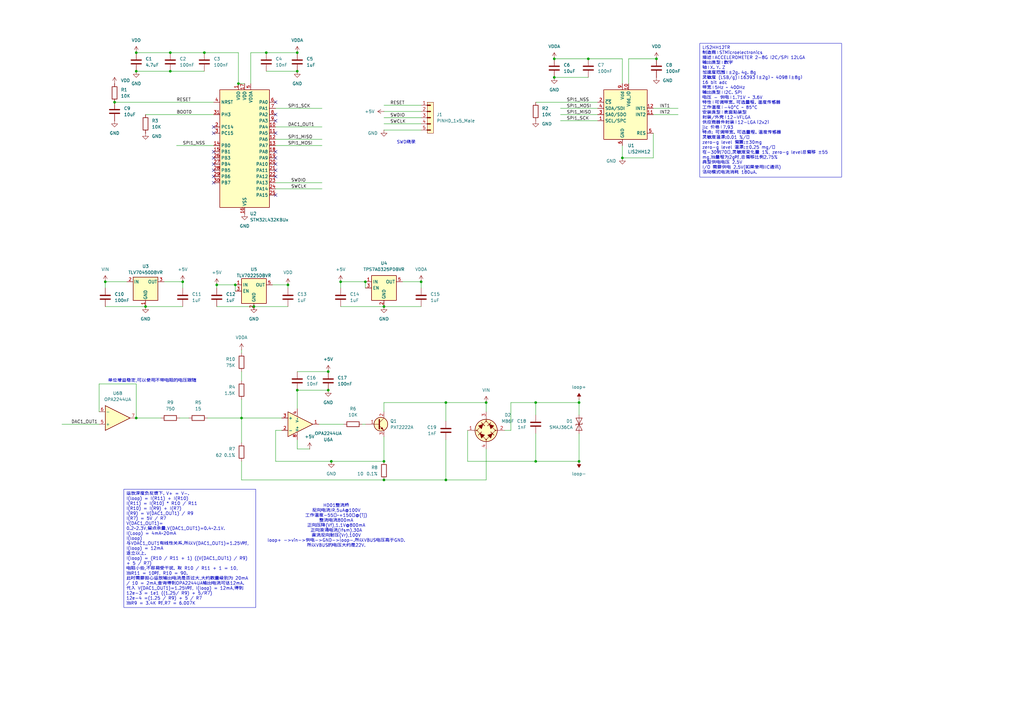
<source format=kicad_sch>
(kicad_sch
	(version 20231120)
	(generator "eeschema")
	(generator_version "8.0")
	(uuid "6aefe044-e98e-44eb-a387-598e8bd0d29b")
	(paper "A3")
	(lib_symbols
		(symbol "Diode:SMAJ36CA"
			(pin_numbers hide)
			(pin_names
				(offset 1.016) hide)
			(exclude_from_sim no)
			(in_bom yes)
			(on_board yes)
			(property "Reference" "D"
				(at 0 2.54 0)
				(effects
					(font
						(size 1.27 1.27)
					)
				)
			)
			(property "Value" "SMAJ36CA"
				(at 0 -2.54 0)
				(effects
					(font
						(size 1.27 1.27)
					)
				)
			)
			(property "Footprint" "Diode_SMD:D_SMA"
				(at 0 -5.08 0)
				(effects
					(font
						(size 1.27 1.27)
					)
					(hide yes)
				)
			)
			(property "Datasheet" "https://www.littelfuse.com/media?resourcetype=datasheets&itemid=75e32973-b177-4ee3-a0ff-cedaf1abdb93&filename=smaj-datasheet"
				(at 0 0 0)
				(effects
					(font
						(size 1.27 1.27)
					)
					(hide yes)
				)
			)
			(property "Description" "400W bidirectional Transient Voltage Suppressor, 36.0Vr, SMA(DO-214AC)"
				(at 0 0 0)
				(effects
					(font
						(size 1.27 1.27)
					)
					(hide yes)
				)
			)
			(property "ki_keywords" "bidirectional diode TVS voltage suppressor"
				(at 0 0 0)
				(effects
					(font
						(size 1.27 1.27)
					)
					(hide yes)
				)
			)
			(property "ki_fp_filters" "D*SMA*"
				(at 0 0 0)
				(effects
					(font
						(size 1.27 1.27)
					)
					(hide yes)
				)
			)
			(symbol "SMAJ36CA_0_1"
				(polyline
					(pts
						(xy 1.27 0) (xy -1.27 0)
					)
					(stroke
						(width 0)
						(type default)
					)
					(fill
						(type none)
					)
				)
				(polyline
					(pts
						(xy -2.54 -1.27) (xy 0 0) (xy -2.54 1.27) (xy -2.54 -1.27)
					)
					(stroke
						(width 0.2032)
						(type default)
					)
					(fill
						(type none)
					)
				)
				(polyline
					(pts
						(xy 0.508 1.27) (xy 0 1.27) (xy 0 -1.27) (xy -0.508 -1.27)
					)
					(stroke
						(width 0.2032)
						(type default)
					)
					(fill
						(type none)
					)
				)
				(polyline
					(pts
						(xy 2.54 1.27) (xy 2.54 -1.27) (xy 0 0) (xy 2.54 1.27)
					)
					(stroke
						(width 0.2032)
						(type default)
					)
					(fill
						(type none)
					)
				)
			)
			(symbol "SMAJ36CA_1_1"
				(pin passive line
					(at -3.81 0 0)
					(length 2.54)
					(name "A1"
						(effects
							(font
								(size 1.27 1.27)
							)
						)
					)
					(number "1"
						(effects
							(font
								(size 1.27 1.27)
							)
						)
					)
				)
				(pin passive line
					(at 3.81 0 180)
					(length 2.54)
					(name "A2"
						(effects
							(font
								(size 1.27 1.27)
							)
						)
					)
					(number "2"
						(effects
							(font
								(size 1.27 1.27)
							)
						)
					)
				)
			)
		)
		(symbol "MCU_ST_STM32L4:STM32L432KBUx"
			(exclude_from_sim no)
			(in_bom yes)
			(on_board yes)
			(property "Reference" "U"
				(at -10.16 26.67 0)
				(effects
					(font
						(size 1.27 1.27)
					)
					(justify left)
				)
			)
			(property "Value" "STM32L432KBUx"
				(at 5.08 26.67 0)
				(effects
					(font
						(size 1.27 1.27)
					)
					(justify left)
				)
			)
			(property "Footprint" "Package_DFN_QFN:QFN-32-1EP_5x5mm_P0.5mm_EP3.45x3.45mm"
				(at -10.16 -22.86 0)
				(effects
					(font
						(size 1.27 1.27)
					)
					(justify right)
					(hide yes)
				)
			)
			(property "Datasheet" "https://www.st.com/resource/en/datasheet/stm32l432kb.pdf"
				(at 0 0 0)
				(effects
					(font
						(size 1.27 1.27)
					)
					(hide yes)
				)
			)
			(property "Description" "STMicroelectronics Arm Cortex-M4 MCU, 128KB flash, 64KB RAM, 80 MHz, 1.71-3.6V, 26 GPIO, UFQFPN32"
				(at 0 0 0)
				(effects
					(font
						(size 1.27 1.27)
					)
					(hide yes)
				)
			)
			(property "ki_keywords" "Arm Cortex-M4 STM32L4 STM32L4x2"
				(at 0 0 0)
				(effects
					(font
						(size 1.27 1.27)
					)
					(hide yes)
				)
			)
			(property "ki_fp_filters" "QFN*1EP*5x5mm*P0.5mm*"
				(at 0 0 0)
				(effects
					(font
						(size 1.27 1.27)
					)
					(hide yes)
				)
			)
			(symbol "STM32L432KBUx_0_1"
				(rectangle
					(start -10.16 -22.86)
					(end 10.16 25.4)
					(stroke
						(width 0.254)
						(type default)
					)
					(fill
						(type background)
					)
				)
			)
			(symbol "STM32L432KBUx_1_1"
				(pin power_in line
					(at -2.54 27.94 270)
					(length 2.54)
					(name "VDD"
						(effects
							(font
								(size 1.27 1.27)
							)
						)
					)
					(number "1"
						(effects
							(font
								(size 1.27 1.27)
							)
						)
					)
				)
				(pin bidirectional line
					(at 12.7 10.16 180)
					(length 2.54)
					(name "PA4"
						(effects
							(font
								(size 1.27 1.27)
							)
						)
					)
					(number "10"
						(effects
							(font
								(size 1.27 1.27)
							)
						)
					)
					(alternate "ADC1_IN9" bidirectional line)
					(alternate "COMP1_INM" bidirectional line)
					(alternate "COMP2_INM" bidirectional line)
					(alternate "DAC1_OUT1" bidirectional line)
					(alternate "LPTIM2_OUT" bidirectional line)
					(alternate "SAI1_FS_B" bidirectional line)
					(alternate "SPI1_NSS" bidirectional line)
					(alternate "SPI3_NSS" bidirectional line)
					(alternate "USART2_CK" bidirectional line)
				)
				(pin bidirectional line
					(at 12.7 7.62 180)
					(length 2.54)
					(name "PA5"
						(effects
							(font
								(size 1.27 1.27)
							)
						)
					)
					(number "11"
						(effects
							(font
								(size 1.27 1.27)
							)
						)
					)
					(alternate "ADC1_IN10" bidirectional line)
					(alternate "COMP1_INM" bidirectional line)
					(alternate "COMP2_INM" bidirectional line)
					(alternate "DAC1_OUT2" bidirectional line)
					(alternate "LPTIM2_ETR" bidirectional line)
					(alternate "SPI1_SCK" bidirectional line)
					(alternate "TIM2_CH1" bidirectional line)
					(alternate "TIM2_ETR" bidirectional line)
				)
				(pin bidirectional line
					(at 12.7 5.08 180)
					(length 2.54)
					(name "PA6"
						(effects
							(font
								(size 1.27 1.27)
							)
						)
					)
					(number "12"
						(effects
							(font
								(size 1.27 1.27)
							)
						)
					)
					(alternate "ADC1_IN11" bidirectional line)
					(alternate "COMP1_OUT" bidirectional line)
					(alternate "LPUART1_CTS" bidirectional line)
					(alternate "QUADSPI_BK1_IO3" bidirectional line)
					(alternate "SPI1_MISO" bidirectional line)
					(alternate "TIM16_CH1" bidirectional line)
					(alternate "TIM1_BKIN" bidirectional line)
					(alternate "TIM1_BKIN_COMP2" bidirectional line)
				)
				(pin bidirectional line
					(at 12.7 2.54 180)
					(length 2.54)
					(name "PA7"
						(effects
							(font
								(size 1.27 1.27)
							)
						)
					)
					(number "13"
						(effects
							(font
								(size 1.27 1.27)
							)
						)
					)
					(alternate "ADC1_IN12" bidirectional line)
					(alternate "COMP2_OUT" bidirectional line)
					(alternate "I2C3_SCL" bidirectional line)
					(alternate "QUADSPI_BK1_IO2" bidirectional line)
					(alternate "SPI1_MOSI" bidirectional line)
					(alternate "TIM1_CH1N" bidirectional line)
				)
				(pin bidirectional line
					(at -12.7 2.54 0)
					(length 2.54)
					(name "PB0"
						(effects
							(font
								(size 1.27 1.27)
							)
						)
					)
					(number "14"
						(effects
							(font
								(size 1.27 1.27)
							)
						)
					)
					(alternate "ADC1_IN15" bidirectional line)
					(alternate "COMP1_OUT" bidirectional line)
					(alternate "QUADSPI_BK1_IO1" bidirectional line)
					(alternate "SAI1_EXTCLK" bidirectional line)
					(alternate "SPI1_NSS" bidirectional line)
					(alternate "TIM1_CH2N" bidirectional line)
				)
				(pin bidirectional line
					(at -12.7 0 0)
					(length 2.54)
					(name "PB1"
						(effects
							(font
								(size 1.27 1.27)
							)
						)
					)
					(number "15"
						(effects
							(font
								(size 1.27 1.27)
							)
						)
					)
					(alternate "ADC1_IN16" bidirectional line)
					(alternate "COMP1_INM" bidirectional line)
					(alternate "LPTIM2_IN1" bidirectional line)
					(alternate "LPUART1_DE" bidirectional line)
					(alternate "LPUART1_RTS" bidirectional line)
					(alternate "QUADSPI_BK1_IO0" bidirectional line)
					(alternate "TIM1_CH3N" bidirectional line)
				)
				(pin power_in line
					(at 0 -25.4 90)
					(length 2.54)
					(name "VSS"
						(effects
							(font
								(size 1.27 1.27)
							)
						)
					)
					(number "16"
						(effects
							(font
								(size 1.27 1.27)
							)
						)
					)
				)
				(pin power_in line
					(at 0 27.94 270)
					(length 2.54)
					(name "VDD"
						(effects
							(font
								(size 1.27 1.27)
							)
						)
					)
					(number "17"
						(effects
							(font
								(size 1.27 1.27)
							)
						)
					)
				)
				(pin bidirectional line
					(at 12.7 0 180)
					(length 2.54)
					(name "PA8"
						(effects
							(font
								(size 1.27 1.27)
							)
						)
					)
					(number "18"
						(effects
							(font
								(size 1.27 1.27)
							)
						)
					)
					(alternate "LPTIM2_OUT" bidirectional line)
					(alternate "RCC_MCO" bidirectional line)
					(alternate "SAI1_SCK_A" bidirectional line)
					(alternate "SWPMI1_IO" bidirectional line)
					(alternate "TIM1_CH1" bidirectional line)
					(alternate "USART1_CK" bidirectional line)
				)
				(pin bidirectional line
					(at 12.7 -2.54 180)
					(length 2.54)
					(name "PA9"
						(effects
							(font
								(size 1.27 1.27)
							)
						)
					)
					(number "19"
						(effects
							(font
								(size 1.27 1.27)
							)
						)
					)
					(alternate "DAC1_EXTI9" bidirectional line)
					(alternate "I2C1_SCL" bidirectional line)
					(alternate "SAI1_FS_A" bidirectional line)
					(alternate "TIM15_BKIN" bidirectional line)
					(alternate "TIM1_CH2" bidirectional line)
					(alternate "USART1_TX" bidirectional line)
				)
				(pin bidirectional line
					(at -12.7 10.16 0)
					(length 2.54)
					(name "PC14"
						(effects
							(font
								(size 1.27 1.27)
							)
						)
					)
					(number "2"
						(effects
							(font
								(size 1.27 1.27)
							)
						)
					)
					(alternate "RCC_OSC32_IN" bidirectional line)
				)
				(pin bidirectional line
					(at 12.7 -5.08 180)
					(length 2.54)
					(name "PA10"
						(effects
							(font
								(size 1.27 1.27)
							)
						)
					)
					(number "20"
						(effects
							(font
								(size 1.27 1.27)
							)
						)
					)
					(alternate "CRS_SYNC" bidirectional line)
					(alternate "I2C1_SDA" bidirectional line)
					(alternate "SAI1_SD_A" bidirectional line)
					(alternate "TIM1_CH3" bidirectional line)
					(alternate "USART1_RX" bidirectional line)
				)
				(pin bidirectional line
					(at 12.7 -7.62 180)
					(length 2.54)
					(name "PA11"
						(effects
							(font
								(size 1.27 1.27)
							)
						)
					)
					(number "21"
						(effects
							(font
								(size 1.27 1.27)
							)
						)
					)
					(alternate "ADC1_EXTI11" bidirectional line)
					(alternate "CAN1_RX" bidirectional line)
					(alternate "COMP1_OUT" bidirectional line)
					(alternate "SPI1_MISO" bidirectional line)
					(alternate "TIM1_BKIN2" bidirectional line)
					(alternate "TIM1_BKIN2_COMP1" bidirectional line)
					(alternate "TIM1_CH4" bidirectional line)
					(alternate "USART1_CTS" bidirectional line)
					(alternate "USB_DM" bidirectional line)
				)
				(pin bidirectional line
					(at 12.7 -10.16 180)
					(length 2.54)
					(name "PA12"
						(effects
							(font
								(size 1.27 1.27)
							)
						)
					)
					(number "22"
						(effects
							(font
								(size 1.27 1.27)
							)
						)
					)
					(alternate "CAN1_TX" bidirectional line)
					(alternate "SPI1_MOSI" bidirectional line)
					(alternate "TIM1_ETR" bidirectional line)
					(alternate "USART1_DE" bidirectional line)
					(alternate "USART1_RTS" bidirectional line)
					(alternate "USB_DP" bidirectional line)
				)
				(pin bidirectional line
					(at 12.7 -12.7 180)
					(length 2.54)
					(name "PA13"
						(effects
							(font
								(size 1.27 1.27)
							)
						)
					)
					(number "23"
						(effects
							(font
								(size 1.27 1.27)
							)
						)
					)
					(alternate "IR_OUT" bidirectional line)
					(alternate "SAI1_SD_B" bidirectional line)
					(alternate "SWPMI1_TX" bidirectional line)
					(alternate "SYS_JTMS-SWDIO" bidirectional line)
					(alternate "USB_NOE" bidirectional line)
				)
				(pin bidirectional line
					(at 12.7 -15.24 180)
					(length 2.54)
					(name "PA14"
						(effects
							(font
								(size 1.27 1.27)
							)
						)
					)
					(number "24"
						(effects
							(font
								(size 1.27 1.27)
							)
						)
					)
					(alternate "I2C1_SMBA" bidirectional line)
					(alternate "LPTIM1_OUT" bidirectional line)
					(alternate "SAI1_FS_B" bidirectional line)
					(alternate "SWPMI1_RX" bidirectional line)
					(alternate "SYS_JTCK-SWCLK" bidirectional line)
				)
				(pin bidirectional line
					(at 12.7 -17.78 180)
					(length 2.54)
					(name "PA15"
						(effects
							(font
								(size 1.27 1.27)
							)
						)
					)
					(number "25"
						(effects
							(font
								(size 1.27 1.27)
							)
						)
					)
					(alternate "ADC1_EXTI15" bidirectional line)
					(alternate "SPI1_NSS" bidirectional line)
					(alternate "SPI3_NSS" bidirectional line)
					(alternate "SWPMI1_SUSPEND" bidirectional line)
					(alternate "SYS_JTDI" bidirectional line)
					(alternate "TIM2_CH1" bidirectional line)
					(alternate "TIM2_ETR" bidirectional line)
					(alternate "USART2_RX" bidirectional line)
				)
				(pin bidirectional line
					(at -12.7 -2.54 0)
					(length 2.54)
					(name "PB3"
						(effects
							(font
								(size 1.27 1.27)
							)
						)
					)
					(number "26"
						(effects
							(font
								(size 1.27 1.27)
							)
						)
					)
					(alternate "COMP2_INM" bidirectional line)
					(alternate "SAI1_SCK_B" bidirectional line)
					(alternate "SPI1_SCK" bidirectional line)
					(alternate "SPI3_SCK" bidirectional line)
					(alternate "SYS_JTDO-SWO" bidirectional line)
					(alternate "TIM2_CH2" bidirectional line)
					(alternate "USART1_DE" bidirectional line)
					(alternate "USART1_RTS" bidirectional line)
				)
				(pin bidirectional line
					(at -12.7 -5.08 0)
					(length 2.54)
					(name "PB4"
						(effects
							(font
								(size 1.27 1.27)
							)
						)
					)
					(number "27"
						(effects
							(font
								(size 1.27 1.27)
							)
						)
					)
					(alternate "COMP2_INP" bidirectional line)
					(alternate "I2C3_SDA" bidirectional line)
					(alternate "SAI1_MCLK_B" bidirectional line)
					(alternate "SPI1_MISO" bidirectional line)
					(alternate "SPI3_MISO" bidirectional line)
					(alternate "SYS_JTRST" bidirectional line)
					(alternate "TSC_G2_IO1" bidirectional line)
					(alternate "USART1_CTS" bidirectional line)
				)
				(pin bidirectional line
					(at -12.7 -7.62 0)
					(length 2.54)
					(name "PB5"
						(effects
							(font
								(size 1.27 1.27)
							)
						)
					)
					(number "28"
						(effects
							(font
								(size 1.27 1.27)
							)
						)
					)
					(alternate "COMP2_OUT" bidirectional line)
					(alternate "I2C1_SMBA" bidirectional line)
					(alternate "LPTIM1_IN1" bidirectional line)
					(alternate "SAI1_SD_B" bidirectional line)
					(alternate "SPI1_MOSI" bidirectional line)
					(alternate "SPI3_MOSI" bidirectional line)
					(alternate "TIM16_BKIN" bidirectional line)
					(alternate "TSC_G2_IO2" bidirectional line)
					(alternate "USART1_CK" bidirectional line)
				)
				(pin bidirectional line
					(at -12.7 -10.16 0)
					(length 2.54)
					(name "PB6"
						(effects
							(font
								(size 1.27 1.27)
							)
						)
					)
					(number "29"
						(effects
							(font
								(size 1.27 1.27)
							)
						)
					)
					(alternate "COMP2_INP" bidirectional line)
					(alternate "I2C1_SCL" bidirectional line)
					(alternate "LPTIM1_ETR" bidirectional line)
					(alternate "SAI1_FS_B" bidirectional line)
					(alternate "TIM16_CH1N" bidirectional line)
					(alternate "TSC_G2_IO3" bidirectional line)
					(alternate "USART1_TX" bidirectional line)
				)
				(pin bidirectional line
					(at -12.7 7.62 0)
					(length 2.54)
					(name "PC15"
						(effects
							(font
								(size 1.27 1.27)
							)
						)
					)
					(number "3"
						(effects
							(font
								(size 1.27 1.27)
							)
						)
					)
					(alternate "ADC1_EXTI15" bidirectional line)
					(alternate "RCC_OSC32_OUT" bidirectional line)
				)
				(pin bidirectional line
					(at -12.7 -12.7 0)
					(length 2.54)
					(name "PB7"
						(effects
							(font
								(size 1.27 1.27)
							)
						)
					)
					(number "30"
						(effects
							(font
								(size 1.27 1.27)
							)
						)
					)
					(alternate "COMP2_INM" bidirectional line)
					(alternate "I2C1_SDA" bidirectional line)
					(alternate "LPTIM1_IN2" bidirectional line)
					(alternate "SYS_PVD_IN" bidirectional line)
					(alternate "TSC_G2_IO4" bidirectional line)
					(alternate "USART1_RX" bidirectional line)
				)
				(pin bidirectional line
					(at -12.7 15.24 0)
					(length 2.54)
					(name "PH3"
						(effects
							(font
								(size 1.27 1.27)
							)
						)
					)
					(number "31"
						(effects
							(font
								(size 1.27 1.27)
							)
						)
					)
				)
				(pin passive line
					(at 0 -25.4 90)
					(length 2.54) hide
					(name "VSS"
						(effects
							(font
								(size 1.27 1.27)
							)
						)
					)
					(number "32"
						(effects
							(font
								(size 1.27 1.27)
							)
						)
					)
				)
				(pin passive line
					(at 0 -25.4 90)
					(length 2.54) hide
					(name "VSS"
						(effects
							(font
								(size 1.27 1.27)
							)
						)
					)
					(number "33"
						(effects
							(font
								(size 1.27 1.27)
							)
						)
					)
				)
				(pin input line
					(at -12.7 20.32 0)
					(length 2.54)
					(name "NRST"
						(effects
							(font
								(size 1.27 1.27)
							)
						)
					)
					(number "4"
						(effects
							(font
								(size 1.27 1.27)
							)
						)
					)
				)
				(pin power_in line
					(at 2.54 27.94 270)
					(length 2.54)
					(name "VDDA"
						(effects
							(font
								(size 1.27 1.27)
							)
						)
					)
					(number "5"
						(effects
							(font
								(size 1.27 1.27)
							)
						)
					)
				)
				(pin bidirectional line
					(at 12.7 20.32 180)
					(length 2.54)
					(name "PA0"
						(effects
							(font
								(size 1.27 1.27)
							)
						)
					)
					(number "6"
						(effects
							(font
								(size 1.27 1.27)
							)
						)
					)
					(alternate "ADC1_IN5" bidirectional line)
					(alternate "COMP1_INM" bidirectional line)
					(alternate "COMP1_OUT" bidirectional line)
					(alternate "OPAMP1_VINP" bidirectional line)
					(alternate "RCC_CK_IN" bidirectional line)
					(alternate "RTC_TAMP2" bidirectional line)
					(alternate "SAI1_EXTCLK" bidirectional line)
					(alternate "SYS_WKUP1" bidirectional line)
					(alternate "TIM2_CH1" bidirectional line)
					(alternate "TIM2_ETR" bidirectional line)
					(alternate "USART2_CTS" bidirectional line)
				)
				(pin bidirectional line
					(at 12.7 17.78 180)
					(length 2.54)
					(name "PA1"
						(effects
							(font
								(size 1.27 1.27)
							)
						)
					)
					(number "7"
						(effects
							(font
								(size 1.27 1.27)
							)
						)
					)
					(alternate "ADC1_IN6" bidirectional line)
					(alternate "COMP1_INP" bidirectional line)
					(alternate "I2C1_SMBA" bidirectional line)
					(alternate "OPAMP1_VINM" bidirectional line)
					(alternate "SPI1_SCK" bidirectional line)
					(alternate "TIM15_CH1N" bidirectional line)
					(alternate "TIM2_CH2" bidirectional line)
					(alternate "USART2_DE" bidirectional line)
					(alternate "USART2_RTS" bidirectional line)
				)
				(pin bidirectional line
					(at 12.7 15.24 180)
					(length 2.54)
					(name "PA2"
						(effects
							(font
								(size 1.27 1.27)
							)
						)
					)
					(number "8"
						(effects
							(font
								(size 1.27 1.27)
							)
						)
					)
					(alternate "ADC1_IN7" bidirectional line)
					(alternate "COMP2_INM" bidirectional line)
					(alternate "COMP2_OUT" bidirectional line)
					(alternate "LPUART1_TX" bidirectional line)
					(alternate "QUADSPI_BK1_NCS" bidirectional line)
					(alternate "RCC_LSCO" bidirectional line)
					(alternate "SYS_WKUP4" bidirectional line)
					(alternate "TIM15_CH1" bidirectional line)
					(alternate "TIM2_CH3" bidirectional line)
					(alternate "USART2_TX" bidirectional line)
				)
				(pin bidirectional line
					(at 12.7 12.7 180)
					(length 2.54)
					(name "PA3"
						(effects
							(font
								(size 1.27 1.27)
							)
						)
					)
					(number "9"
						(effects
							(font
								(size 1.27 1.27)
							)
						)
					)
					(alternate "ADC1_IN8" bidirectional line)
					(alternate "COMP2_INP" bidirectional line)
					(alternate "LPUART1_RX" bidirectional line)
					(alternate "OPAMP1_VOUT" bidirectional line)
					(alternate "QUADSPI_CLK" bidirectional line)
					(alternate "SAI1_MCLK_A" bidirectional line)
					(alternate "TIM15_CH2" bidirectional line)
					(alternate "TIM2_CH4" bidirectional line)
					(alternate "USART2_RX" bidirectional line)
				)
			)
		)
		(symbol "PCM_Amplifier_Operational_AKL:OPA2244UA"
			(pin_names
				(offset 0.2)
			)
			(exclude_from_sim no)
			(in_bom yes)
			(on_board yes)
			(property "Reference" "U"
				(at 2.54 7.62 0)
				(effects
					(font
						(size 1.27 1.27)
					)
					(justify left)
				)
			)
			(property "Value" "OPA2244UA"
				(at 2.54 5.08 0)
				(effects
					(font
						(size 1.27 1.27)
					)
					(justify left)
				)
			)
			(property "Footprint" "PCM_Package_SO_AKL:SO-8_3.9x4.9mm_P1.27mm"
				(at 0 0 0)
				(effects
					(font
						(size 1.27 1.27)
					)
					(hide yes)
				)
			)
			(property "Datasheet" "https://www.ti.com/lit/ds/symlink/opa244.pdf?ts=1635000702154&ref_url=https%253A%252F%252Fwww.google.com%252F"
				(at 0 0 0)
				(effects
					(font
						(size 1.27 1.27)
					)
					(hide yes)
				)
			)
			(property "Description" "SO-8 Dual Low Power Operational Amplifier, 1.5mV Offset, 6μV/°C Drift, 430kHz GBW, 500μA Supply Current per Amplifier, Alternate KiCAD Library"
				(at 0 0 0)
				(effects
					(font
						(size 1.27 1.27)
					)
					(hide yes)
				)
			)
			(property "ki_locked" ""
				(at 0 0 0)
				(effects
					(font
						(size 1.27 1.27)
					)
				)
			)
			(property "ki_keywords" "dual opamp operational amplifier low power OPA2244"
				(at 0 0 0)
				(effects
					(font
						(size 1.27 1.27)
					)
					(hide yes)
				)
			)
			(symbol "OPA2244UA_0_1"
				(polyline
					(pts
						(xy -3.81 5.08) (xy -3.81 -5.08) (xy 6.35 0) (xy -3.81 5.08)
					)
					(stroke
						(width 0.254)
						(type default)
					)
					(fill
						(type background)
					)
				)
			)
			(symbol "OPA2244UA_1_1"
				(pin output line
					(at 8.89 0 180)
					(length 2.54)
					(name "~"
						(effects
							(font
								(size 1.27 1.27)
							)
						)
					)
					(number "1"
						(effects
							(font
								(size 1.27 1.27)
							)
						)
					)
				)
				(pin input line
					(at -6.35 2.54 0)
					(length 2.54)
					(name "-"
						(effects
							(font
								(size 1.27 1.27)
							)
						)
					)
					(number "2"
						(effects
							(font
								(size 1.27 1.27)
							)
						)
					)
				)
				(pin input line
					(at -6.35 -2.54 0)
					(length 2.54)
					(name "+"
						(effects
							(font
								(size 1.27 1.27)
							)
						)
					)
					(number "3"
						(effects
							(font
								(size 1.27 1.27)
							)
						)
					)
				)
				(pin power_in line
					(at 0 -6.35 90)
					(length 3.18)
					(name "V-"
						(effects
							(font
								(size 1 1)
							)
						)
					)
					(number "4"
						(effects
							(font
								(size 1.27 1.27)
							)
						)
					)
				)
				(pin power_in line
					(at 0 6.35 270)
					(length 3.18)
					(name "V+"
						(effects
							(font
								(size 1 1)
							)
						)
					)
					(number "8"
						(effects
							(font
								(size 1.27 1.27)
							)
						)
					)
				)
			)
			(symbol "OPA2244UA_2_1"
				(pin input line
					(at -6.35 -2.54 0)
					(length 2.54)
					(name "+"
						(effects
							(font
								(size 1.27 1.27)
							)
						)
					)
					(number "5"
						(effects
							(font
								(size 1.27 1.27)
							)
						)
					)
				)
				(pin input line
					(at -6.35 2.54 0)
					(length 2.54)
					(name "-"
						(effects
							(font
								(size 1.27 1.27)
							)
						)
					)
					(number "6"
						(effects
							(font
								(size 1.27 1.27)
							)
						)
					)
				)
				(pin output line
					(at 8.89 0 180)
					(length 2.54)
					(name "~"
						(effects
							(font
								(size 1.27 1.27)
							)
						)
					)
					(number "7"
						(effects
							(font
								(size 1.27 1.27)
							)
						)
					)
				)
			)
		)
		(symbol "PCM_Capacitor_AKL:C_0603"
			(pin_numbers hide)
			(pin_names
				(offset 0.254)
			)
			(exclude_from_sim no)
			(in_bom yes)
			(on_board yes)
			(property "Reference" "C"
				(at 0.635 2.54 0)
				(effects
					(font
						(size 1.27 1.27)
					)
					(justify left)
				)
			)
			(property "Value" "C_0603"
				(at 0.635 -2.54 0)
				(effects
					(font
						(size 1.27 1.27)
					)
					(justify left)
				)
			)
			(property "Footprint" "PCM_Capacitor_SMD_AKL:C_0603_1608Metric"
				(at 0.9652 -3.81 0)
				(effects
					(font
						(size 1.27 1.27)
					)
					(hide yes)
				)
			)
			(property "Datasheet" "~"
				(at 0 0 0)
				(effects
					(font
						(size 1.27 1.27)
					)
					(hide yes)
				)
			)
			(property "Description" "SMD 0603 MLCC capacitor, Alternate KiCad Library"
				(at 0 0 0)
				(effects
					(font
						(size 1.27 1.27)
					)
					(hide yes)
				)
			)
			(property "ki_keywords" "cap capacitor ceramic chip mlcc smd 0603"
				(at 0 0 0)
				(effects
					(font
						(size 1.27 1.27)
					)
					(hide yes)
				)
			)
			(property "ki_fp_filters" "C_*"
				(at 0 0 0)
				(effects
					(font
						(size 1.27 1.27)
					)
					(hide yes)
				)
			)
			(symbol "C_0603_0_1"
				(polyline
					(pts
						(xy -2.032 -0.762) (xy 2.032 -0.762)
					)
					(stroke
						(width 0.508)
						(type default)
					)
					(fill
						(type none)
					)
				)
				(polyline
					(pts
						(xy -2.032 0.762) (xy 2.032 0.762)
					)
					(stroke
						(width 0.508)
						(type default)
					)
					(fill
						(type none)
					)
				)
			)
			(symbol "C_0603_0_2"
				(polyline
					(pts
						(xy -2.54 -2.54) (xy -0.381 -0.381)
					)
					(stroke
						(width 0)
						(type default)
					)
					(fill
						(type none)
					)
				)
				(polyline
					(pts
						(xy -0.508 -0.508) (xy -1.651 0.635)
					)
					(stroke
						(width 0.508)
						(type default)
					)
					(fill
						(type none)
					)
				)
				(polyline
					(pts
						(xy -0.508 -0.508) (xy 0.635 -1.651)
					)
					(stroke
						(width 0.508)
						(type default)
					)
					(fill
						(type none)
					)
				)
				(polyline
					(pts
						(xy 0.381 0.381) (xy 2.54 2.54)
					)
					(stroke
						(width 0)
						(type default)
					)
					(fill
						(type none)
					)
				)
				(polyline
					(pts
						(xy 0.508 0.508) (xy -0.635 1.651)
					)
					(stroke
						(width 0.508)
						(type default)
					)
					(fill
						(type none)
					)
				)
				(polyline
					(pts
						(xy 0.508 0.508) (xy 1.651 -0.635)
					)
					(stroke
						(width 0.508)
						(type default)
					)
					(fill
						(type none)
					)
				)
			)
			(symbol "C_0603_1_1"
				(pin passive line
					(at 0 3.81 270)
					(length 2.794)
					(name "~"
						(effects
							(font
								(size 1.27 1.27)
							)
						)
					)
					(number "1"
						(effects
							(font
								(size 1.27 1.27)
							)
						)
					)
				)
				(pin passive line
					(at 0 -3.81 90)
					(length 2.794)
					(name "~"
						(effects
							(font
								(size 1.27 1.27)
							)
						)
					)
					(number "2"
						(effects
							(font
								(size 1.27 1.27)
							)
						)
					)
				)
			)
			(symbol "C_0603_1_2"
				(pin passive line
					(at 2.54 2.54 270)
					(length 0)
					(name "~"
						(effects
							(font
								(size 1.27 1.27)
							)
						)
					)
					(number "1"
						(effects
							(font
								(size 1.27 1.27)
							)
						)
					)
				)
				(pin passive line
					(at -2.54 -2.54 90)
					(length 0)
					(name "~"
						(effects
							(font
								(size 1.27 1.27)
							)
						)
					)
					(number "2"
						(effects
							(font
								(size 1.27 1.27)
							)
						)
					)
				)
			)
		)
		(symbol "PCM_Resistor_AKL:R_0603"
			(pin_numbers hide)
			(pin_names
				(offset 0)
			)
			(exclude_from_sim no)
			(in_bom yes)
			(on_board yes)
			(property "Reference" "R"
				(at 2.54 1.27 0)
				(effects
					(font
						(size 1.27 1.27)
					)
					(justify left)
				)
			)
			(property "Value" "R_0603"
				(at 2.54 -1.27 0)
				(effects
					(font
						(size 1.27 1.27)
					)
					(justify left)
				)
			)
			(property "Footprint" "PCM_Resistor_SMD_AKL:R_0603_1608Metric"
				(at 0 -11.43 0)
				(effects
					(font
						(size 1.27 1.27)
					)
					(hide yes)
				)
			)
			(property "Datasheet" "~"
				(at 0 0 0)
				(effects
					(font
						(size 1.27 1.27)
					)
					(hide yes)
				)
			)
			(property "Description" "SMD 0603 Chip Resistor, European Symbol, Alternate KiCad Library"
				(at 0 0 0)
				(effects
					(font
						(size 1.27 1.27)
					)
					(hide yes)
				)
			)
			(property "ki_keywords" "R res resistor eu SMD 0603"
				(at 0 0 0)
				(effects
					(font
						(size 1.27 1.27)
					)
					(hide yes)
				)
			)
			(property "ki_fp_filters" "R_*"
				(at 0 0 0)
				(effects
					(font
						(size 1.27 1.27)
					)
					(hide yes)
				)
			)
			(symbol "R_0603_0_1"
				(rectangle
					(start -1.016 2.54)
					(end 1.016 -2.54)
					(stroke
						(width 0.254)
						(type default)
					)
					(fill
						(type none)
					)
				)
			)
			(symbol "R_0603_0_2"
				(polyline
					(pts
						(xy -2.54 -2.54) (xy -1.524 -1.524)
					)
					(stroke
						(width 0)
						(type default)
					)
					(fill
						(type none)
					)
				)
				(polyline
					(pts
						(xy 1.524 1.524) (xy 2.54 2.54)
					)
					(stroke
						(width 0)
						(type default)
					)
					(fill
						(type none)
					)
				)
				(polyline
					(pts
						(xy 1.524 1.524) (xy 0.889 2.159) (xy -2.159 -0.889) (xy -0.889 -2.159) (xy 2.159 0.889) (xy 1.524 1.524)
					)
					(stroke
						(width 0.254)
						(type default)
					)
					(fill
						(type none)
					)
				)
			)
			(symbol "R_0603_1_1"
				(pin passive line
					(at 0 3.81 270)
					(length 1.27)
					(name "~"
						(effects
							(font
								(size 1.27 1.27)
							)
						)
					)
					(number "1"
						(effects
							(font
								(size 1.27 1.27)
							)
						)
					)
				)
				(pin passive line
					(at 0 -3.81 90)
					(length 1.27)
					(name "~"
						(effects
							(font
								(size 1.27 1.27)
							)
						)
					)
					(number "2"
						(effects
							(font
								(size 1.27 1.27)
							)
						)
					)
				)
			)
			(symbol "R_0603_1_2"
				(pin passive line
					(at 2.54 2.54 180)
					(length 0)
					(name ""
						(effects
							(font
								(size 1.27 1.27)
							)
						)
					)
					(number "1"
						(effects
							(font
								(size 1.27 1.27)
							)
						)
					)
				)
				(pin passive line
					(at -2.54 -2.54 0)
					(length 0)
					(name ""
						(effects
							(font
								(size 1.27 1.27)
							)
						)
					)
					(number "2"
						(effects
							(font
								(size 1.27 1.27)
							)
						)
					)
				)
			)
		)
		(symbol "PCM_SL_Pin_Headers:PINHD_1x5_Male"
			(exclude_from_sim no)
			(in_bom yes)
			(on_board yes)
			(property "Reference" "J"
				(at 0 10.16 0)
				(effects
					(font
						(size 1.27 1.27)
					)
				)
			)
			(property "Value" "PINHD_1x5_Male"
				(at 0 7.62 0)
				(effects
					(font
						(size 1.27 1.27)
					)
				)
			)
			(property "Footprint" "Connector_PinHeader_2.54mm:PinHeader_1x05_P2.54mm_Vertical"
				(at -1.27 12.7 0)
				(effects
					(font
						(size 1.27 1.27)
					)
					(hide yes)
				)
			)
			(property "Datasheet" ""
				(at 0 11.43 0)
				(effects
					(font
						(size 1.27 1.27)
					)
					(hide yes)
				)
			)
			(property "Description" "Pin Header male with pin space 2.54mm. Pin Count -5"
				(at 0 0 0)
				(effects
					(font
						(size 1.27 1.27)
					)
					(hide yes)
				)
			)
			(property "ki_keywords" "Pin Header"
				(at 0 0 0)
				(effects
					(font
						(size 1.27 1.27)
					)
					(hide yes)
				)
			)
			(property "ki_fp_filters" "PinHeader_1x05_P2.54mm*"
				(at 0 0 0)
				(effects
					(font
						(size 1.27 1.27)
					)
					(hide yes)
				)
			)
			(symbol "PINHD_1x5_Male_0_1"
				(rectangle
					(start -1.27 6.35)
					(end 1.27 -6.35)
					(stroke
						(width 0)
						(type default)
					)
					(fill
						(type background)
					)
				)
				(polyline
					(pts
						(xy -1.27 -5.08) (xy 0 -5.08)
					)
					(stroke
						(width 0.3)
						(type default)
					)
					(fill
						(type none)
					)
				)
				(polyline
					(pts
						(xy -1.27 -5.08) (xy 0 -5.08)
					)
					(stroke
						(width 0.5)
						(type default)
					)
					(fill
						(type none)
					)
				)
				(polyline
					(pts
						(xy -1.27 -2.54) (xy 0 -2.54)
					)
					(stroke
						(width 0.3)
						(type default)
					)
					(fill
						(type none)
					)
				)
				(polyline
					(pts
						(xy -1.27 -2.54) (xy 0 -2.54)
					)
					(stroke
						(width 0.5)
						(type default)
					)
					(fill
						(type none)
					)
				)
				(polyline
					(pts
						(xy -1.27 0) (xy 0 0)
					)
					(stroke
						(width 0.3)
						(type default)
					)
					(fill
						(type none)
					)
				)
				(polyline
					(pts
						(xy -1.27 0) (xy 0 0)
					)
					(stroke
						(width 0.5)
						(type default)
					)
					(fill
						(type none)
					)
				)
				(polyline
					(pts
						(xy -1.27 2.54) (xy 0 2.54)
					)
					(stroke
						(width 0.3)
						(type default)
					)
					(fill
						(type none)
					)
				)
				(polyline
					(pts
						(xy -1.27 2.54) (xy 0 2.54)
					)
					(stroke
						(width 0.5)
						(type default)
					)
					(fill
						(type none)
					)
				)
				(polyline
					(pts
						(xy -1.27 5.08) (xy 0 5.08)
					)
					(stroke
						(width 0.3)
						(type default)
					)
					(fill
						(type none)
					)
				)
				(polyline
					(pts
						(xy -1.27 5.08) (xy 0 5.08)
					)
					(stroke
						(width 0.5)
						(type default)
					)
					(fill
						(type none)
					)
				)
			)
			(symbol "PINHD_1x5_Male_1_1"
				(pin passive line
					(at -3.81 5.08 0)
					(length 2.54)
					(name ""
						(effects
							(font
								(size 1.27 1.27)
							)
						)
					)
					(number "1"
						(effects
							(font
								(size 1.27 1.27)
							)
						)
					)
				)
				(pin passive line
					(at -3.81 2.54 0)
					(length 2.54)
					(name ""
						(effects
							(font
								(size 1.27 1.27)
							)
						)
					)
					(number "2"
						(effects
							(font
								(size 1.27 1.27)
							)
						)
					)
				)
				(pin passive line
					(at -3.81 0 0)
					(length 2.54)
					(name ""
						(effects
							(font
								(size 1.27 1.27)
							)
						)
					)
					(number "3"
						(effects
							(font
								(size 1.27 1.27)
							)
						)
					)
				)
				(pin passive line
					(at -3.81 -2.54 0)
					(length 2.54)
					(name ""
						(effects
							(font
								(size 1.27 1.27)
							)
						)
					)
					(number "4"
						(effects
							(font
								(size 1.27 1.27)
							)
						)
					)
				)
				(pin passive line
					(at -3.81 -5.08 0)
					(length 2.54)
					(name ""
						(effects
							(font
								(size 1.27 1.27)
							)
						)
					)
					(number "5"
						(effects
							(font
								(size 1.27 1.27)
							)
						)
					)
				)
			)
		)
		(symbol "PCM_Transistor_BJT_AKL:PXT2222A"
			(pin_names hide)
			(exclude_from_sim no)
			(in_bom yes)
			(on_board yes)
			(property "Reference" "Q"
				(at 5.08 1.27 0)
				(effects
					(font
						(size 1.27 1.27)
					)
					(justify left)
				)
			)
			(property "Value" "PXT2222A"
				(at 5.08 -1.27 0)
				(effects
					(font
						(size 1.27 1.27)
					)
					(justify left)
				)
			)
			(property "Footprint" "PCM_Package_TO_SOT_SMD_AKL:SOT-89-3"
				(at 5.08 2.54 0)
				(effects
					(font
						(size 1.27 1.27)
					)
					(hide yes)
				)
			)
			(property "Datasheet" "https://www.tme.eu/Document/ed94fa047a830be9866fc0047752818f/PXT2222A.pdf"
				(at 0 0 0)
				(effects
					(font
						(size 1.27 1.27)
					)
					(hide yes)
				)
			)
			(property "Description" "NPN SOT-89 transistor, 40V, 600mA, 500mW, Alternate KiCAD Library"
				(at 0 0 0)
				(effects
					(font
						(size 1.27 1.27)
					)
					(hide yes)
				)
			)
			(property "ki_keywords" "transistor NPN PXT2222A"
				(at 0 0 0)
				(effects
					(font
						(size 1.27 1.27)
					)
					(hide yes)
				)
			)
			(symbol "PXT2222A_0_1"
				(polyline
					(pts
						(xy 0.635 0.635) (xy 2.54 2.54)
					)
					(stroke
						(width 0)
						(type default)
					)
					(fill
						(type none)
					)
				)
				(polyline
					(pts
						(xy 0.635 -0.635) (xy 2.54 -2.54) (xy 2.54 -2.54)
					)
					(stroke
						(width 0)
						(type default)
					)
					(fill
						(type none)
					)
				)
				(polyline
					(pts
						(xy 0.635 1.905) (xy 0.635 -1.905) (xy 0.635 -1.905)
					)
					(stroke
						(width 0.508)
						(type default)
					)
					(fill
						(type none)
					)
				)
				(polyline
					(pts
						(xy 1.27 -1.778) (xy 1.778 -1.27) (xy 2.286 -2.286) (xy 1.27 -1.778) (xy 1.27 -1.778)
					)
					(stroke
						(width 0)
						(type default)
					)
					(fill
						(type outline)
					)
				)
				(circle
					(center 1.27 0)
					(radius 2.8194)
					(stroke
						(width 0.254)
						(type default)
					)
					(fill
						(type background)
					)
				)
			)
			(symbol "PXT2222A_1_1"
				(pin input line
					(at -5.08 0 0)
					(length 5.715)
					(name "B"
						(effects
							(font
								(size 1.27 1.27)
							)
						)
					)
					(number "1"
						(effects
							(font
								(size 1.27 1.27)
							)
						)
					)
				)
				(pin passive line
					(at 2.54 5.08 270)
					(length 2.54)
					(name "C"
						(effects
							(font
								(size 1.27 1.27)
							)
						)
					)
					(number "2"
						(effects
							(font
								(size 1.27 1.27)
							)
						)
					)
				)
				(pin passive line
					(at 2.54 -5.08 90)
					(length 2.54)
					(name "E"
						(effects
							(font
								(size 1.27 1.27)
							)
						)
					)
					(number "3"
						(effects
							(font
								(size 1.27 1.27)
							)
						)
					)
				)
			)
		)
		(symbol "Sensor_Motion:LIS2HH12"
			(exclude_from_sim no)
			(in_bom yes)
			(on_board yes)
			(property "Reference" "U"
				(at -5.08 11.43 0)
				(effects
					(font
						(size 1.27 1.27)
					)
					(justify right)
				)
			)
			(property "Value" "LIS2HH12"
				(at 3.81 11.43 0)
				(effects
					(font
						(size 1.27 1.27)
					)
					(justify left)
				)
			)
			(property "Footprint" "Package_LGA:LGA-12_2x2mm_P0.5mm"
				(at 3.81 13.97 0)
				(effects
					(font
						(size 1.27 1.27)
					)
					(justify left)
					(hide yes)
				)
			)
			(property "Datasheet" "www.st.com/resource/en/datasheet/lis2hh12.pdf"
				(at -8.89 0 0)
				(effects
					(font
						(size 1.27 1.27)
					)
					(hide yes)
				)
			)
			(property "Description" "3-Axis Accelerometer, 2/4/8g range, I2C/SPI interface"
				(at 0 0 0)
				(effects
					(font
						(size 1.27 1.27)
					)
					(hide yes)
				)
			)
			(property "ki_keywords" "3-axis accelerometer spi mems"
				(at 0 0 0)
				(effects
					(font
						(size 1.27 1.27)
					)
					(hide yes)
				)
			)
			(property "ki_fp_filters" "LGA*2x2mm*P0.5mm*"
				(at 0 0 0)
				(effects
					(font
						(size 1.27 1.27)
					)
					(hide yes)
				)
			)
			(symbol "LIS2HH12_0_1"
				(rectangle
					(start -7.62 10.16)
					(end 10.16 -10.16)
					(stroke
						(width 0.254)
						(type default)
					)
					(fill
						(type background)
					)
				)
			)
			(symbol "LIS2HH12_1_1"
				(pin input line
					(at -10.16 -2.54 0)
					(length 2.54)
					(name "SCL/SPC"
						(effects
							(font
								(size 1.27 1.27)
							)
						)
					)
					(number "1"
						(effects
							(font
								(size 1.27 1.27)
							)
						)
					)
				)
				(pin power_in line
					(at 2.54 12.7 270)
					(length 2.54)
					(name "Vdd_IO"
						(effects
							(font
								(size 1.27 1.27)
							)
						)
					)
					(number "10"
						(effects
							(font
								(size 1.27 1.27)
							)
						)
					)
				)
				(pin output line
					(at 12.7 0 180)
					(length 2.54)
					(name "INT2"
						(effects
							(font
								(size 1.27 1.27)
							)
						)
					)
					(number "11"
						(effects
							(font
								(size 1.27 1.27)
							)
						)
					)
				)
				(pin output line
					(at 12.7 2.54 180)
					(length 2.54)
					(name "INT1"
						(effects
							(font
								(size 1.27 1.27)
							)
						)
					)
					(number "12"
						(effects
							(font
								(size 1.27 1.27)
							)
						)
					)
				)
				(pin input line
					(at -10.16 5.08 0)
					(length 2.54)
					(name "~{CS}"
						(effects
							(font
								(size 1.27 1.27)
							)
						)
					)
					(number "2"
						(effects
							(font
								(size 1.27 1.27)
							)
						)
					)
				)
				(pin bidirectional line
					(at -10.16 0 0)
					(length 2.54)
					(name "SA0/SDO"
						(effects
							(font
								(size 1.27 1.27)
							)
						)
					)
					(number "3"
						(effects
							(font
								(size 1.27 1.27)
							)
						)
					)
				)
				(pin bidirectional line
					(at -10.16 2.54 0)
					(length 2.54)
					(name "SDA/SDI"
						(effects
							(font
								(size 1.27 1.27)
							)
						)
					)
					(number "4"
						(effects
							(font
								(size 1.27 1.27)
							)
						)
					)
				)
				(pin passive line
					(at 12.7 -7.62 180)
					(length 2.54)
					(name "RES"
						(effects
							(font
								(size 1.27 1.27)
							)
						)
					)
					(number "5"
						(effects
							(font
								(size 1.27 1.27)
							)
						)
					)
				)
				(pin power_in line
					(at 0 -12.7 90)
					(length 2.54)
					(name "GND"
						(effects
							(font
								(size 1.27 1.27)
							)
						)
					)
					(number "6"
						(effects
							(font
								(size 1.27 1.27)
							)
						)
					)
				)
				(pin passive line
					(at 0 -12.7 90)
					(length 2.54) hide
					(name "GND"
						(effects
							(font
								(size 1.27 1.27)
							)
						)
					)
					(number "7"
						(effects
							(font
								(size 1.27 1.27)
							)
						)
					)
				)
				(pin passive line
					(at 0 -12.7 90)
					(length 2.54) hide
					(name "GND"
						(effects
							(font
								(size 1.27 1.27)
							)
						)
					)
					(number "8"
						(effects
							(font
								(size 1.27 1.27)
							)
						)
					)
				)
				(pin power_in line
					(at 0 12.7 270)
					(length 2.54)
					(name "Vdd"
						(effects
							(font
								(size 1.27 1.27)
							)
						)
					)
					(number "9"
						(effects
							(font
								(size 1.27 1.27)
							)
						)
					)
				)
			)
		)
		(symbol "company:MB6F"
			(pin_names
				(offset 1.016) hide)
			(exclude_from_sim no)
			(in_bom yes)
			(on_board yes)
			(property "Reference" "D"
				(at 5.08 7.62 0)
				(effects
					(font
						(size 1.27 1.27)
					)
					(justify left)
				)
			)
			(property "Value" "MB6F"
				(at 5.08 5.08 0)
				(effects
					(font
						(size 1.27 1.27)
					)
					(justify left)
				)
			)
			(property "Footprint" "company:Diode_Bridge_MBF_ACAC+-"
				(at 7.62 8.89 0)
				(effects
					(font
						(size 1.27 1.27)
					)
					(hide yes)
				)
			)
			(property "Datasheet" ""
				(at 7.62 8.89 0)
				(effects
					(font
						(size 1.27 1.27)
					)
					(hide yes)
				)
			)
			(property "Description" "Diode bridge, Generic symbol, Alternate KiCAD Library"
				(at 0 0 0)
				(effects
					(font
						(size 1.27 1.27)
					)
					(hide yes)
				)
			)
			(property "ki_keywords" "diode bridge rectifier generic"
				(at 0 0 0)
				(effects
					(font
						(size 1.27 1.27)
					)
					(hide yes)
				)
			)
			(symbol "MB6F_0_1"
				(circle
					(center -3.81 0)
					(radius 0.1778)
					(stroke
						(width 0)
						(type default)
					)
					(fill
						(type outline)
					)
				)
				(polyline
					(pts
						(xy -5.08 0) (xy -3.81 0)
					)
					(stroke
						(width 0)
						(type default)
					)
					(fill
						(type none)
					)
				)
				(polyline
					(pts
						(xy -1.905 -0.635) (xy -3.175 -1.905)
					)
					(stroke
						(width 0.254)
						(type default)
					)
					(fill
						(type none)
					)
				)
				(polyline
					(pts
						(xy -1.905 3.175) (xy -0.635 1.905)
					)
					(stroke
						(width 0.254)
						(type default)
					)
					(fill
						(type none)
					)
				)
				(polyline
					(pts
						(xy 0 -5.08) (xy 0 -3.81)
					)
					(stroke
						(width 0)
						(type default)
					)
					(fill
						(type none)
					)
				)
				(polyline
					(pts
						(xy 0 5.08) (xy 0 3.81)
					)
					(stroke
						(width 0)
						(type default)
					)
					(fill
						(type none)
					)
				)
				(polyline
					(pts
						(xy 1.905 3.175) (xy 0.635 1.905)
					)
					(stroke
						(width 0.254)
						(type default)
					)
					(fill
						(type none)
					)
				)
				(polyline
					(pts
						(xy 3.175 -1.905) (xy 1.905 -0.635)
					)
					(stroke
						(width 0.254)
						(type default)
					)
					(fill
						(type none)
					)
				)
				(polyline
					(pts
						(xy 5.08 0) (xy 3.81 0)
					)
					(stroke
						(width 0)
						(type default)
					)
					(fill
						(type none)
					)
				)
				(polyline
					(pts
						(xy -2.54 -1.27) (xy -1.905 -3.175) (xy -0.635 -1.905) (xy -2.54 -1.27)
					)
					(stroke
						(width 0)
						(type default)
					)
					(fill
						(type outline)
					)
				)
				(polyline
					(pts
						(xy -1.27 2.54) (xy -1.905 0.635) (xy -3.175 1.905) (xy -1.27 2.54)
					)
					(stroke
						(width 0)
						(type default)
					)
					(fill
						(type outline)
					)
				)
				(polyline
					(pts
						(xy 1.27 2.54) (xy 3.175 1.905) (xy 1.905 0.635) (xy 1.27 2.54)
					)
					(stroke
						(width 0)
						(type default)
					)
					(fill
						(type outline)
					)
				)
				(polyline
					(pts
						(xy 2.54 -1.27) (xy 0.635 -1.905) (xy 1.905 -3.175) (xy 2.54 -1.27)
					)
					(stroke
						(width 0)
						(type default)
					)
					(fill
						(type outline)
					)
				)
				(polyline
					(pts
						(xy 0 3.81) (xy -3.81 0) (xy 0 -3.81) (xy 3.81 0) (xy 0 3.81)
					)
					(stroke
						(width 0)
						(type default)
					)
					(fill
						(type none)
					)
				)
				(circle
					(center 0 0)
					(radius 4.572)
					(stroke
						(width 0.254)
						(type default)
					)
					(fill
						(type background)
					)
				)
			)
			(symbol "MB6F_1_1"
				(circle
					(center 0 -3.81)
					(radius 0.1778)
					(stroke
						(width 0)
						(type default)
					)
					(fill
						(type outline)
					)
				)
				(circle
					(center 0 3.81)
					(radius 0.1778)
					(stroke
						(width 0)
						(type default)
					)
					(fill
						(type outline)
					)
				)
				(circle
					(center 3.81 0)
					(radius 0.1778)
					(stroke
						(width 0)
						(type default)
					)
					(fill
						(type outline)
					)
				)
				(pin passive line
					(at -7.62 0 0)
					(length 2.54)
					(name "AC"
						(effects
							(font
								(size 1.27 1.27)
							)
						)
					)
					(number "1"
						(effects
							(font
								(size 1.27 1.27)
							)
						)
					)
				)
				(pin passive line
					(at 7.62 0 180)
					(length 2.54)
					(name "AC"
						(effects
							(font
								(size 1.27 1.27)
							)
						)
					)
					(number "2"
						(effects
							(font
								(size 1.27 1.27)
							)
						)
					)
				)
				(pin passive line
					(at 0 7.62 270)
					(length 2.54)
					(name "+"
						(effects
							(font
								(size 1.27 1.27)
							)
						)
					)
					(number "3"
						(effects
							(font
								(size 1.27 1.27)
							)
						)
					)
				)
				(pin passive line
					(at 0 -7.62 90)
					(length 2.54)
					(name "-"
						(effects
							(font
								(size 1.27 1.27)
							)
						)
					)
					(number "4"
						(effects
							(font
								(size 1.27 1.27)
							)
						)
					)
				)
			)
		)
		(symbol "company:TLV70225DBVR"
			(exclude_from_sim no)
			(in_bom yes)
			(on_board yes)
			(property "Reference" "U"
				(at -3.81 6.35 0)
				(effects
					(font
						(size 1.27 1.27)
					)
				)
			)
			(property "Value" "TLV70225DBVR"
				(at 6.35 6.35 0)
				(effects
					(font
						(size 1.27 1.27)
					)
				)
			)
			(property "Footprint" "Package_TO_SOT_SMD:SOT-23-5"
				(at 0 8.89 0)
				(effects
					(font
						(size 1.27 1.27)
					)
					(hide yes)
				)
			)
			(property "Datasheet" "http://www.ti.com/lit/ds/symlink/lp5907.pdf"
				(at 0 12.7 0)
				(effects
					(font
						(size 1.27 1.27)
					)
					(hide yes)
				)
			)
			(property "Description" "250-mA Ultra-Low-Noise Low-IQ LDO, 1.2V, SOT-23"
				(at 0 0 0)
				(effects
					(font
						(size 1.27 1.27)
					)
					(hide yes)
				)
			)
			(property "ki_keywords" "Single Output LDO Low-Noise"
				(at 0 0 0)
				(effects
					(font
						(size 1.27 1.27)
					)
					(hide yes)
				)
			)
			(property "ki_fp_filters" "SOT?23*"
				(at 0 0 0)
				(effects
					(font
						(size 1.27 1.27)
					)
					(hide yes)
				)
			)
			(symbol "TLV70225DBVR_0_1"
				(rectangle
					(start -5.08 -5.08)
					(end 5.08 5.08)
					(stroke
						(width 0.254)
						(type default)
					)
					(fill
						(type background)
					)
				)
				(pin power_in line
					(at -7.62 2.54 0)
					(length 2.54)
					(name "IN"
						(effects
							(font
								(size 1.27 1.27)
							)
						)
					)
					(number "1"
						(effects
							(font
								(size 1.27 1.27)
							)
						)
					)
				)
				(pin power_in line
					(at 0 -7.62 90)
					(length 2.54)
					(name "GND"
						(effects
							(font
								(size 1.27 1.27)
							)
						)
					)
					(number "2"
						(effects
							(font
								(size 1.27 1.27)
							)
						)
					)
				)
				(pin input line
					(at -7.62 0 0)
					(length 2.54)
					(name "EN"
						(effects
							(font
								(size 1.27 1.27)
							)
						)
					)
					(number "3"
						(effects
							(font
								(size 1.27 1.27)
							)
						)
					)
				)
				(pin no_connect line
					(at 5.08 0 180)
					(length 2.54) hide
					(name "NC"
						(effects
							(font
								(size 1.27 1.27)
							)
						)
					)
					(number "4"
						(effects
							(font
								(size 1.27 1.27)
							)
						)
					)
				)
				(pin power_out line
					(at 7.62 2.54 180)
					(length 2.54)
					(name "OUT"
						(effects
							(font
								(size 1.27 1.27)
							)
						)
					)
					(number "5"
						(effects
							(font
								(size 1.27 1.27)
							)
						)
					)
				)
			)
		)
		(symbol "company:TLV70450DBVR"
			(pin_names
				(offset 0.254)
			)
			(exclude_from_sim no)
			(in_bom yes)
			(on_board yes)
			(property "Reference" "U"
				(at -3.81 5.715 0)
				(effects
					(font
						(size 1.27 1.27)
					)
				)
			)
			(property "Value" "TLV70450DBVR"
				(at 0 5.715 0)
				(effects
					(font
						(size 1.27 1.27)
					)
					(justify left)
				)
			)
			(property "Footprint" "Package_TO_SOT_SMD:SOT-23-5"
				(at 0 8.255 0)
				(effects
					(font
						(size 1.27 1.27)
						(italic yes)
					)
					(hide yes)
				)
			)
			(property "Datasheet" "https://www.ti.com/cn/lit/gpn/tlv704"
				(at 0 1.27 0)
				(effects
					(font
						(size 1.27 1.27)
					)
					(hide yes)
				)
			)
			(property "Description" "200mA Low Dropout Voltage Regulator, Fixed Output 5V, SOT-23-5"
				(at -0.254 12.7 0)
				(effects
					(font
						(size 1.27 1.27)
					)
					(hide yes)
				)
			)
			(property "ki_keywords" "200mA LDO Regulator Fixed Positive"
				(at 0 0 0)
				(effects
					(font
						(size 1.27 1.27)
					)
					(hide yes)
				)
			)
			(property "ki_fp_filters" "SOT?23*"
				(at 0 0 0)
				(effects
					(font
						(size 1.27 1.27)
					)
					(hide yes)
				)
			)
			(symbol "TLV70450DBVR_0_1"
				(rectangle
					(start -5.08 4.445)
					(end 5.08 -5.08)
					(stroke
						(width 0.254)
						(type default)
					)
					(fill
						(type background)
					)
				)
			)
			(symbol "TLV70450DBVR_1_1"
				(pin power_in line
					(at 0 -7.62 90)
					(length 2.54)
					(name "GND"
						(effects
							(font
								(size 1.27 1.27)
							)
						)
					)
					(number "1"
						(effects
							(font
								(size 1.27 1.27)
							)
						)
					)
				)
				(pin power_in line
					(at -7.62 2.54 0)
					(length 2.54)
					(name "IN"
						(effects
							(font
								(size 1.27 1.27)
							)
						)
					)
					(number "2"
						(effects
							(font
								(size 1.27 1.27)
							)
						)
					)
				)
				(pin power_out line
					(at 7.62 2.54 180)
					(length 2.54)
					(name "OUT"
						(effects
							(font
								(size 1.27 1.27)
							)
						)
					)
					(number "3"
						(effects
							(font
								(size 1.27 1.27)
							)
						)
					)
				)
				(pin no_connect line
					(at -5.08 0 0)
					(length 2.54) hide
					(name "NC"
						(effects
							(font
								(size 1.27 1.27)
							)
						)
					)
					(number "4"
						(effects
							(font
								(size 1.27 1.27)
							)
						)
					)
				)
				(pin no_connect line
					(at 5.08 0 180)
					(length 2.54) hide
					(name "NC"
						(effects
							(font
								(size 1.27 1.27)
							)
						)
					)
					(number "5"
						(effects
							(font
								(size 1.27 1.27)
							)
						)
					)
				)
			)
		)
		(symbol "company:TPS7A0325PDBVR"
			(exclude_from_sim no)
			(in_bom yes)
			(on_board yes)
			(property "Reference" "U"
				(at -3.81 6.35 0)
				(effects
					(font
						(size 1.27 1.27)
					)
				)
			)
			(property "Value" "TPS7A0325PDBVR"
				(at 6.35 6.35 0)
				(effects
					(font
						(size 1.27 1.27)
					)
				)
			)
			(property "Footprint" "Package_TO_SOT_SMD:SOT-23-5"
				(at 0 8.89 0)
				(effects
					(font
						(size 1.27 1.27)
					)
					(hide yes)
				)
			)
			(property "Datasheet" "https://www.ti.com/cn/lit/gpn/tps7a03"
				(at 0 12.7 0)
				(effects
					(font
						(size 1.27 1.27)
					)
					(hide yes)
				)
			)
			(property "Description" "250-mA Ultra-Low-Noise Low-IQ LDO, 1.2V, SOT-23"
				(at 0 0 0)
				(effects
					(font
						(size 1.27 1.27)
					)
					(hide yes)
				)
			)
			(property "ki_keywords" "Single Output LDO Low-Noise"
				(at 0 0 0)
				(effects
					(font
						(size 1.27 1.27)
					)
					(hide yes)
				)
			)
			(property "ki_fp_filters" "SOT?23*"
				(at 0 0 0)
				(effects
					(font
						(size 1.27 1.27)
					)
					(hide yes)
				)
			)
			(symbol "TPS7A0325PDBVR_0_1"
				(rectangle
					(start -5.08 -5.08)
					(end 5.08 5.08)
					(stroke
						(width 0.254)
						(type default)
					)
					(fill
						(type background)
					)
				)
				(pin power_in line
					(at -7.62 2.54 0)
					(length 2.54)
					(name "IN"
						(effects
							(font
								(size 1.27 1.27)
							)
						)
					)
					(number "1"
						(effects
							(font
								(size 1.27 1.27)
							)
						)
					)
				)
				(pin power_in line
					(at 0 -7.62 90)
					(length 2.54)
					(name "GND"
						(effects
							(font
								(size 1.27 1.27)
							)
						)
					)
					(number "2"
						(effects
							(font
								(size 1.27 1.27)
							)
						)
					)
				)
				(pin input line
					(at -7.62 0 0)
					(length 2.54)
					(name "EN"
						(effects
							(font
								(size 1.27 1.27)
							)
						)
					)
					(number "3"
						(effects
							(font
								(size 1.27 1.27)
							)
						)
					)
				)
				(pin no_connect line
					(at 5.08 0 180)
					(length 2.54) hide
					(name "NC"
						(effects
							(font
								(size 1.27 1.27)
							)
						)
					)
					(number "4"
						(effects
							(font
								(size 1.27 1.27)
							)
						)
					)
				)
				(pin power_out line
					(at 7.62 2.54 180)
					(length 2.54)
					(name "OUT"
						(effects
							(font
								(size 1.27 1.27)
							)
						)
					)
					(number "5"
						(effects
							(font
								(size 1.27 1.27)
							)
						)
					)
				)
			)
		)
		(symbol "power:+5V"
			(power)
			(pin_numbers hide)
			(pin_names
				(offset 0) hide)
			(exclude_from_sim no)
			(in_bom yes)
			(on_board yes)
			(property "Reference" "#PWR"
				(at 0 -3.81 0)
				(effects
					(font
						(size 1.27 1.27)
					)
					(hide yes)
				)
			)
			(property "Value" "+5V"
				(at 0 3.556 0)
				(effects
					(font
						(size 1.27 1.27)
					)
				)
			)
			(property "Footprint" ""
				(at 0 0 0)
				(effects
					(font
						(size 1.27 1.27)
					)
					(hide yes)
				)
			)
			(property "Datasheet" ""
				(at 0 0 0)
				(effects
					(font
						(size 1.27 1.27)
					)
					(hide yes)
				)
			)
			(property "Description" "Power symbol creates a global label with name \"+5V\""
				(at 0 0 0)
				(effects
					(font
						(size 1.27 1.27)
					)
					(hide yes)
				)
			)
			(property "ki_keywords" "global power"
				(at 0 0 0)
				(effects
					(font
						(size 1.27 1.27)
					)
					(hide yes)
				)
			)
			(symbol "+5V_0_1"
				(polyline
					(pts
						(xy -0.762 1.27) (xy 0 2.54)
					)
					(stroke
						(width 0)
						(type default)
					)
					(fill
						(type none)
					)
				)
				(polyline
					(pts
						(xy 0 0) (xy 0 2.54)
					)
					(stroke
						(width 0)
						(type default)
					)
					(fill
						(type none)
					)
				)
				(polyline
					(pts
						(xy 0 2.54) (xy 0.762 1.27)
					)
					(stroke
						(width 0)
						(type default)
					)
					(fill
						(type none)
					)
				)
			)
			(symbol "+5V_1_1"
				(pin power_in line
					(at 0 0 90)
					(length 0)
					(name "~"
						(effects
							(font
								(size 1.27 1.27)
							)
						)
					)
					(number "1"
						(effects
							(font
								(size 1.27 1.27)
							)
						)
					)
				)
			)
		)
		(symbol "power:-24V"
			(power)
			(pin_numbers hide)
			(pin_names
				(offset 0) hide)
			(exclude_from_sim no)
			(in_bom yes)
			(on_board yes)
			(property "Reference" "#PWR"
				(at 0 -3.81 0)
				(effects
					(font
						(size 1.27 1.27)
					)
					(hide yes)
				)
			)
			(property "Value" "-24V"
				(at 0 3.556 0)
				(effects
					(font
						(size 1.27 1.27)
					)
				)
			)
			(property "Footprint" ""
				(at 0 0 0)
				(effects
					(font
						(size 1.27 1.27)
					)
					(hide yes)
				)
			)
			(property "Datasheet" ""
				(at 0 0 0)
				(effects
					(font
						(size 1.27 1.27)
					)
					(hide yes)
				)
			)
			(property "Description" "Power symbol creates a global label with name \"-24V\""
				(at 0 0 0)
				(effects
					(font
						(size 1.27 1.27)
					)
					(hide yes)
				)
			)
			(property "ki_keywords" "global power"
				(at 0 0 0)
				(effects
					(font
						(size 1.27 1.27)
					)
					(hide yes)
				)
			)
			(symbol "-24V_0_0"
				(pin power_in line
					(at 0 0 90)
					(length 0)
					(name "~"
						(effects
							(font
								(size 1.27 1.27)
							)
						)
					)
					(number "1"
						(effects
							(font
								(size 1.27 1.27)
							)
						)
					)
				)
			)
			(symbol "-24V_0_1"
				(polyline
					(pts
						(xy 0 0) (xy 0 1.27) (xy 0.762 1.27) (xy 0 2.54) (xy -0.762 1.27) (xy 0 1.27)
					)
					(stroke
						(width 0)
						(type default)
					)
					(fill
						(type outline)
					)
				)
			)
		)
		(symbol "power:GND"
			(power)
			(pin_numbers hide)
			(pin_names
				(offset 0) hide)
			(exclude_from_sim no)
			(in_bom yes)
			(on_board yes)
			(property "Reference" "#PWR"
				(at 0 -6.35 0)
				(effects
					(font
						(size 1.27 1.27)
					)
					(hide yes)
				)
			)
			(property "Value" "GND"
				(at 0 -3.81 0)
				(effects
					(font
						(size 1.27 1.27)
					)
				)
			)
			(property "Footprint" ""
				(at 0 0 0)
				(effects
					(font
						(size 1.27 1.27)
					)
					(hide yes)
				)
			)
			(property "Datasheet" ""
				(at 0 0 0)
				(effects
					(font
						(size 1.27 1.27)
					)
					(hide yes)
				)
			)
			(property "Description" "Power symbol creates a global label with name \"GND\" , ground"
				(at 0 0 0)
				(effects
					(font
						(size 1.27 1.27)
					)
					(hide yes)
				)
			)
			(property "ki_keywords" "global power"
				(at 0 0 0)
				(effects
					(font
						(size 1.27 1.27)
					)
					(hide yes)
				)
			)
			(symbol "GND_0_1"
				(polyline
					(pts
						(xy 0 0) (xy 0 -1.27) (xy 1.27 -1.27) (xy 0 -2.54) (xy -1.27 -1.27) (xy 0 -1.27)
					)
					(stroke
						(width 0)
						(type default)
					)
					(fill
						(type none)
					)
				)
			)
			(symbol "GND_1_1"
				(pin power_in line
					(at 0 0 270)
					(length 0)
					(name "~"
						(effects
							(font
								(size 1.27 1.27)
							)
						)
					)
					(number "1"
						(effects
							(font
								(size 1.27 1.27)
							)
						)
					)
				)
			)
		)
		(symbol "power:VBUS"
			(power)
			(pin_numbers hide)
			(pin_names
				(offset 0) hide)
			(exclude_from_sim no)
			(in_bom yes)
			(on_board yes)
			(property "Reference" "#PWR"
				(at 0 -3.81 0)
				(effects
					(font
						(size 1.27 1.27)
					)
					(hide yes)
				)
			)
			(property "Value" "VBUS"
				(at 0 3.556 0)
				(effects
					(font
						(size 1.27 1.27)
					)
				)
			)
			(property "Footprint" ""
				(at 0 0 0)
				(effects
					(font
						(size 1.27 1.27)
					)
					(hide yes)
				)
			)
			(property "Datasheet" ""
				(at 0 0 0)
				(effects
					(font
						(size 1.27 1.27)
					)
					(hide yes)
				)
			)
			(property "Description" "Power symbol creates a global label with name \"VBUS\""
				(at 0 0 0)
				(effects
					(font
						(size 1.27 1.27)
					)
					(hide yes)
				)
			)
			(property "ki_keywords" "global power"
				(at 0 0 0)
				(effects
					(font
						(size 1.27 1.27)
					)
					(hide yes)
				)
			)
			(symbol "VBUS_0_1"
				(polyline
					(pts
						(xy -0.762 1.27) (xy 0 2.54)
					)
					(stroke
						(width 0)
						(type default)
					)
					(fill
						(type none)
					)
				)
				(polyline
					(pts
						(xy 0 0) (xy 0 2.54)
					)
					(stroke
						(width 0)
						(type default)
					)
					(fill
						(type none)
					)
				)
				(polyline
					(pts
						(xy 0 2.54) (xy 0.762 1.27)
					)
					(stroke
						(width 0)
						(type default)
					)
					(fill
						(type none)
					)
				)
			)
			(symbol "VBUS_1_1"
				(pin power_in line
					(at 0 0 90)
					(length 0)
					(name "~"
						(effects
							(font
								(size 1.27 1.27)
							)
						)
					)
					(number "1"
						(effects
							(font
								(size 1.27 1.27)
							)
						)
					)
				)
			)
		)
		(symbol "power:VDD"
			(power)
			(pin_numbers hide)
			(pin_names
				(offset 0) hide)
			(exclude_from_sim no)
			(in_bom yes)
			(on_board yes)
			(property "Reference" "#PWR"
				(at 0 -3.81 0)
				(effects
					(font
						(size 1.27 1.27)
					)
					(hide yes)
				)
			)
			(property "Value" "VDD"
				(at 0 3.556 0)
				(effects
					(font
						(size 1.27 1.27)
					)
				)
			)
			(property "Footprint" ""
				(at 0 0 0)
				(effects
					(font
						(size 1.27 1.27)
					)
					(hide yes)
				)
			)
			(property "Datasheet" ""
				(at 0 0 0)
				(effects
					(font
						(size 1.27 1.27)
					)
					(hide yes)
				)
			)
			(property "Description" "Power symbol creates a global label with name \"VDD\""
				(at 0 0 0)
				(effects
					(font
						(size 1.27 1.27)
					)
					(hide yes)
				)
			)
			(property "ki_keywords" "global power"
				(at 0 0 0)
				(effects
					(font
						(size 1.27 1.27)
					)
					(hide yes)
				)
			)
			(symbol "VDD_0_1"
				(polyline
					(pts
						(xy -0.762 1.27) (xy 0 2.54)
					)
					(stroke
						(width 0)
						(type default)
					)
					(fill
						(type none)
					)
				)
				(polyline
					(pts
						(xy 0 0) (xy 0 2.54)
					)
					(stroke
						(width 0)
						(type default)
					)
					(fill
						(type none)
					)
				)
				(polyline
					(pts
						(xy 0 2.54) (xy 0.762 1.27)
					)
					(stroke
						(width 0)
						(type default)
					)
					(fill
						(type none)
					)
				)
			)
			(symbol "VDD_1_1"
				(pin power_in line
					(at 0 0 90)
					(length 0)
					(name "~"
						(effects
							(font
								(size 1.27 1.27)
							)
						)
					)
					(number "1"
						(effects
							(font
								(size 1.27 1.27)
							)
						)
					)
				)
			)
		)
		(symbol "power:VDDA"
			(power)
			(pin_numbers hide)
			(pin_names
				(offset 0) hide)
			(exclude_from_sim no)
			(in_bom yes)
			(on_board yes)
			(property "Reference" "#PWR"
				(at 0 -3.81 0)
				(effects
					(font
						(size 1.27 1.27)
					)
					(hide yes)
				)
			)
			(property "Value" "VDDA"
				(at 0 3.556 0)
				(effects
					(font
						(size 1.27 1.27)
					)
				)
			)
			(property "Footprint" ""
				(at 0 0 0)
				(effects
					(font
						(size 1.27 1.27)
					)
					(hide yes)
				)
			)
			(property "Datasheet" ""
				(at 0 0 0)
				(effects
					(font
						(size 1.27 1.27)
					)
					(hide yes)
				)
			)
			(property "Description" "Power symbol creates a global label with name \"VDDA\""
				(at 0 0 0)
				(effects
					(font
						(size 1.27 1.27)
					)
					(hide yes)
				)
			)
			(property "ki_keywords" "global power"
				(at 0 0 0)
				(effects
					(font
						(size 1.27 1.27)
					)
					(hide yes)
				)
			)
			(symbol "VDDA_0_1"
				(polyline
					(pts
						(xy -0.762 1.27) (xy 0 2.54)
					)
					(stroke
						(width 0)
						(type default)
					)
					(fill
						(type none)
					)
				)
				(polyline
					(pts
						(xy 0 0) (xy 0 2.54)
					)
					(stroke
						(width 0)
						(type default)
					)
					(fill
						(type none)
					)
				)
				(polyline
					(pts
						(xy 0 2.54) (xy 0.762 1.27)
					)
					(stroke
						(width 0)
						(type default)
					)
					(fill
						(type none)
					)
				)
			)
			(symbol "VDDA_1_1"
				(pin power_in line
					(at 0 0 90)
					(length 0)
					(name "~"
						(effects
							(font
								(size 1.27 1.27)
							)
						)
					)
					(number "1"
						(effects
							(font
								(size 1.27 1.27)
							)
						)
					)
				)
			)
		)
	)
	(junction
		(at 118.11 116.84)
		(diameter 0)
		(color 0 0 0 0)
		(uuid "0819184d-3402-47f4-8f7b-329f495a20b9")
	)
	(junction
		(at 134.62 160.02)
		(diameter 0)
		(color 0 0 0 0)
		(uuid "08f2324b-3b15-4cd4-9e47-0ee2d4978b20")
	)
	(junction
		(at 55.88 171.45)
		(diameter 0)
		(color 0 0 0 0)
		(uuid "0dfa8f06-fc39-4a42-857e-68795af280cf")
	)
	(junction
		(at 139.7 115.57)
		(diameter 0)
		(color 0 0 0 0)
		(uuid "12b5687c-1b3f-43a8-8b21-57d81adb2809")
	)
	(junction
		(at 182.88 165.1)
		(diameter 0)
		(color 0 0 0 0)
		(uuid "19a7de56-f38c-4a4c-8d2f-e6f75864c94b")
	)
	(junction
		(at 149.86 115.57)
		(diameter 0)
		(color 0 0 0 0)
		(uuid "1d38f7c7-a1b3-4eb9-b0be-d74d59454f7c")
	)
	(junction
		(at 69.85 21.59)
		(diameter 0)
		(color 0 0 0 0)
		(uuid "249c41f3-62fc-4482-a4a7-620d05a9bf9f")
	)
	(junction
		(at 83.82 21.59)
		(diameter 0)
		(color 0 0 0 0)
		(uuid "319ce590-0563-4762-8228-5683ba6e9528")
	)
	(junction
		(at 237.49 165.1)
		(diameter 0)
		(color 0 0 0 0)
		(uuid "31bf8155-1e9f-468b-9c80-d06c7bbb1fb3")
	)
	(junction
		(at 88.9 116.84)
		(diameter 0)
		(color 0 0 0 0)
		(uuid "4c794ed6-0b29-4537-b0f1-2183591b4459")
	)
	(junction
		(at 121.92 160.02)
		(diameter 0)
		(color 0 0 0 0)
		(uuid "50decc0a-769f-4dcf-8822-b20b2fc77e22")
	)
	(junction
		(at 99.06 171.45)
		(diameter 0)
		(color 0 0 0 0)
		(uuid "53aa297e-5ee0-44cd-827e-e79ea2343f76")
	)
	(junction
		(at 199.39 165.1)
		(diameter 0)
		(color 0 0 0 0)
		(uuid "5600fc3b-2b3d-4229-9a8d-a5e2f6702e21")
	)
	(junction
		(at 172.72 115.57)
		(diameter 0)
		(color 0 0 0 0)
		(uuid "59519c35-cf7a-452e-a80a-9744495a6781")
	)
	(junction
		(at 69.85 29.21)
		(diameter 0)
		(color 0 0 0 0)
		(uuid "59aaeca2-b494-4a37-80eb-9659613dfe25")
	)
	(junction
		(at 241.3 24.13)
		(diameter 0)
		(color 0 0 0 0)
		(uuid "5aafc7ec-c773-4f97-8c0f-2427f10ab46b")
	)
	(junction
		(at 121.92 21.59)
		(diameter 0)
		(color 0 0 0 0)
		(uuid "6210e174-88ff-42b3-aa2f-14ebed1f1499")
	)
	(junction
		(at 46.99 41.91)
		(diameter 0)
		(color 0 0 0 0)
		(uuid "674daf07-b619-439a-bbe8-da54cff59f41")
	)
	(junction
		(at 59.69 125.73)
		(diameter 0)
		(color 0 0 0 0)
		(uuid "6a0681e2-036c-4367-b660-e118904aca00")
	)
	(junction
		(at 55.88 29.21)
		(diameter 0)
		(color 0 0 0 0)
		(uuid "6b7a86ee-b116-425d-9352-c36a180ee370")
	)
	(junction
		(at 255.27 64.77)
		(diameter 0)
		(color 0 0 0 0)
		(uuid "7a56f418-beb5-4b78-b52a-954a0998c092")
	)
	(junction
		(at 227.33 31.75)
		(diameter 0)
		(color 0 0 0 0)
		(uuid "7aa05fcc-98e3-44d6-ae29-cea57ae6c745")
	)
	(junction
		(at 135.89 189.23)
		(diameter 0)
		(color 0 0 0 0)
		(uuid "7cabc636-ffa5-44a6-aa00-208351f15ca7")
	)
	(junction
		(at 74.93 115.57)
		(diameter 0)
		(color 0 0 0 0)
		(uuid "7f23a8b7-855b-4061-874e-b70048d4c951")
	)
	(junction
		(at 237.49 189.23)
		(diameter 0)
		(color 0 0 0 0)
		(uuid "82987371-bbec-48b4-a529-0293d149bc1d")
	)
	(junction
		(at 134.62 152.4)
		(diameter 0)
		(color 0 0 0 0)
		(uuid "843d47cb-3563-4df9-a031-892e6857f4ab")
	)
	(junction
		(at 97.79 34.29)
		(diameter 0)
		(color 0 0 0 0)
		(uuid "861d3f73-c0f3-4ddc-b848-57e23ff07a96")
	)
	(junction
		(at 269.24 24.13)
		(diameter 0)
		(color 0 0 0 0)
		(uuid "8b2857e4-961c-4cad-bd0b-66b0350a3d70")
	)
	(junction
		(at 43.18 115.57)
		(diameter 0)
		(color 0 0 0 0)
		(uuid "900d012b-57d9-44d8-b1c6-3cce319e7185")
	)
	(junction
		(at 219.71 189.23)
		(diameter 0)
		(color 0 0 0 0)
		(uuid "a4ab3c41-5cba-451e-87a3-660d54c96ca7")
	)
	(junction
		(at 227.33 24.13)
		(diameter 0)
		(color 0 0 0 0)
		(uuid "a5395eb3-0ffe-4222-a55f-9ec290287d61")
	)
	(junction
		(at 157.48 196.85)
		(diameter 0)
		(color 0 0 0 0)
		(uuid "bad835b2-52a4-449c-bfac-12021709cee9")
	)
	(junction
		(at 96.52 116.84)
		(diameter 0)
		(color 0 0 0 0)
		(uuid "c1467391-e127-498f-b8e3-1a759cac42cf")
	)
	(junction
		(at 55.88 21.59)
		(diameter 0)
		(color 0 0 0 0)
		(uuid "d767cd32-d63a-4304-b4ed-d82a5d5d23a7")
	)
	(junction
		(at 121.92 29.21)
		(diameter 0)
		(color 0 0 0 0)
		(uuid "e0793f12-6851-496b-861b-0be068075168")
	)
	(junction
		(at 157.48 189.23)
		(diameter 0)
		(color 0 0 0 0)
		(uuid "e24d539d-533e-4881-8368-cd0e79d3cac8")
	)
	(junction
		(at 157.48 125.73)
		(diameter 0)
		(color 0 0 0 0)
		(uuid "ea1ef699-c64e-4d4d-a753-b05f9e5aedae")
	)
	(junction
		(at 219.71 165.1)
		(diameter 0)
		(color 0 0 0 0)
		(uuid "ea5da0fc-327b-4bb5-b642-9aa9926c9310")
	)
	(junction
		(at 104.14 125.73)
		(diameter 0)
		(color 0 0 0 0)
		(uuid "ef266afa-317a-4c8d-90a3-fa69a5efd258")
	)
	(junction
		(at 182.88 196.85)
		(diameter 0)
		(color 0 0 0 0)
		(uuid "efb45042-a571-4ebe-aa29-ff4cebfe3393")
	)
	(junction
		(at 109.22 21.59)
		(diameter 0)
		(color 0 0 0 0)
		(uuid "fa5ca875-a0a6-402f-b512-df5ae99602ee")
	)
	(no_connect
		(at 113.03 54.61)
		(uuid "065121c0-e168-413c-bd80-26c2597e1e16")
	)
	(no_connect
		(at 113.03 49.53)
		(uuid "1640ba0f-2376-423b-822f-15f3d9184abe")
	)
	(no_connect
		(at 113.03 69.85)
		(uuid "2ac95bf2-dcd8-48b7-84c4-28934cc9f55d")
	)
	(no_connect
		(at 87.63 69.85)
		(uuid "39b6d957-e959-41b9-a0f9-8527a8ec6d39")
	)
	(no_connect
		(at 113.03 64.77)
		(uuid "59327ee5-53c6-48c6-b524-9e2a49b554ec")
	)
	(no_connect
		(at 113.03 46.99)
		(uuid "5c64c01e-0c6d-4f8f-886b-81edf3153c19")
	)
	(no_connect
		(at 113.03 67.31)
		(uuid "5dc6d055-cb68-4221-9fd6-81aefd09c238")
	)
	(no_connect
		(at 87.63 64.77)
		(uuid "77cb83a6-56b2-4577-ab71-046ff250de40")
	)
	(no_connect
		(at 87.63 52.07)
		(uuid "999f3775-8c00-492f-9f17-caf5d3dc5fb1")
	)
	(no_connect
		(at 113.03 80.01)
		(uuid "a1434501-51f4-41e8-8b20-bbb707e43500")
	)
	(no_connect
		(at 87.63 67.31)
		(uuid "a1ee23c6-a087-45c1-afad-4cf35b08c9d8")
	)
	(no_connect
		(at 87.63 54.61)
		(uuid "b3ceb5dd-c46b-4bff-af1c-ee0e77632160")
	)
	(no_connect
		(at 87.63 74.93)
		(uuid "c6b6d497-b2d8-46d9-9eaa-967bad6bc6ec")
	)
	(no_connect
		(at 87.63 62.23)
		(uuid "ccd4b423-28f6-4b5b-8c54-b8ada219929f")
	)
	(no_connect
		(at 113.03 72.39)
		(uuid "de46e8ee-6a1a-4068-8d2e-94b96cd447d1")
	)
	(no_connect
		(at 113.03 62.23)
		(uuid "e2fd6721-6787-4df1-a398-61578d0224c1")
	)
	(no_connect
		(at 113.03 41.91)
		(uuid "e98c49bc-afdb-42f7-b58a-af2053ea4e68")
	)
	(no_connect
		(at 87.63 72.39)
		(uuid "ed800930-a33f-4106-a2ae-7a163f67e221")
	)
	(wire
		(pts
			(xy 46.99 41.91) (xy 87.63 41.91)
		)
		(stroke
			(width 0)
			(type default)
		)
		(uuid "01eac7e7-3b13-45ab-81d3-2a72e5cf3af9")
	)
	(wire
		(pts
			(xy 43.18 125.73) (xy 59.69 125.73)
		)
		(stroke
			(width 0)
			(type default)
		)
		(uuid "01ee74cf-a2f8-4be0-8e4c-e7365d861ba5")
	)
	(wire
		(pts
			(xy 88.9 116.84) (xy 88.9 118.11)
		)
		(stroke
			(width 0)
			(type default)
		)
		(uuid "04936c55-a43a-4003-9ce5-fe63b76fa510")
	)
	(wire
		(pts
			(xy 199.39 165.1) (xy 199.39 168.91)
		)
		(stroke
			(width 0)
			(type default)
		)
		(uuid "098e055a-7695-4d3c-878e-58e7965fc66c")
	)
	(wire
		(pts
			(xy 172.72 115.57) (xy 165.1 115.57)
		)
		(stroke
			(width 0)
			(type default)
		)
		(uuid "0a860ca2-1d66-4958-869b-747047dbba23")
	)
	(wire
		(pts
			(xy 241.3 24.13) (xy 255.27 24.13)
		)
		(stroke
			(width 0)
			(type default)
		)
		(uuid "0cb6fb53-0dd3-4303-8ae4-abb5f3d9e15e")
	)
	(wire
		(pts
			(xy 59.69 125.73) (xy 74.93 125.73)
		)
		(stroke
			(width 0)
			(type default)
		)
		(uuid "0f018812-6f6e-4828-9332-187cf57a6281")
	)
	(wire
		(pts
			(xy 97.79 21.59) (xy 97.79 34.29)
		)
		(stroke
			(width 0)
			(type default)
		)
		(uuid "176480b6-2655-4340-9471-2c4fade28da7")
	)
	(wire
		(pts
			(xy 99.06 143.51) (xy 99.06 144.78)
		)
		(stroke
			(width 0)
			(type default)
		)
		(uuid "1795c870-1c9c-4208-bfbe-84f70efee092")
	)
	(wire
		(pts
			(xy 229.87 44.45) (xy 245.11 44.45)
		)
		(stroke
			(width 0)
			(type default)
		)
		(uuid "1834833d-1750-4a24-b2b1-3e006c82f773")
	)
	(wire
		(pts
			(xy 229.87 46.99) (xy 245.11 46.99)
		)
		(stroke
			(width 0)
			(type default)
		)
		(uuid "1a1f861f-edb9-4663-a8b0-e0b9f922f54a")
	)
	(wire
		(pts
			(xy 113.03 77.47) (xy 132.08 77.47)
		)
		(stroke
			(width 0)
			(type default)
		)
		(uuid "1b39fdbf-8865-46db-88c1-5343386b801d")
	)
	(wire
		(pts
			(xy 209.55 165.1) (xy 209.55 176.53)
		)
		(stroke
			(width 0)
			(type default)
		)
		(uuid "1f823c78-6241-4338-888d-e1d0e4317af8")
	)
	(wire
		(pts
			(xy 59.69 46.99) (xy 87.63 46.99)
		)
		(stroke
			(width 0)
			(type default)
		)
		(uuid "20654a04-5b90-48ce-aea6-da3e83de55fb")
	)
	(wire
		(pts
			(xy 55.88 21.59) (xy 69.85 21.59)
		)
		(stroke
			(width 0)
			(type default)
		)
		(uuid "21a63256-690d-4d4c-aa55-e9fbbe0c289f")
	)
	(wire
		(pts
			(xy 157.48 165.1) (xy 157.48 168.91)
		)
		(stroke
			(width 0)
			(type default)
		)
		(uuid "234f824d-9a8d-4b46-8e07-ff75677204fb")
	)
	(wire
		(pts
			(xy 109.22 29.21) (xy 121.92 29.21)
		)
		(stroke
			(width 0)
			(type default)
		)
		(uuid "24644dbe-b3be-4a61-ac35-42610dee795f")
	)
	(wire
		(pts
			(xy 182.88 180.34) (xy 182.88 196.85)
		)
		(stroke
			(width 0)
			(type default)
		)
		(uuid "24c6c74e-baca-4f3a-bf7e-c1c1f9c07cf7")
	)
	(wire
		(pts
			(xy 237.49 163.83) (xy 237.49 165.1)
		)
		(stroke
			(width 0)
			(type default)
		)
		(uuid "272adc89-25ee-4528-87c1-267d26877684")
	)
	(wire
		(pts
			(xy 99.06 196.85) (xy 157.48 196.85)
		)
		(stroke
			(width 0)
			(type default)
		)
		(uuid "2849ea77-65b8-40b5-9905-5d34138c34f7")
	)
	(wire
		(pts
			(xy 55.88 157.48) (xy 55.88 171.45)
		)
		(stroke
			(width 0)
			(type default)
		)
		(uuid "2b054deb-5c36-4cfd-bf8e-e36abef6f462")
	)
	(wire
		(pts
			(xy 121.92 184.15) (xy 127 184.15)
		)
		(stroke
			(width 0)
			(type default)
		)
		(uuid "2d7b991d-478b-434a-9fa2-aaf033b605f2")
	)
	(wire
		(pts
			(xy 43.18 115.57) (xy 43.18 118.11)
		)
		(stroke
			(width 0)
			(type default)
		)
		(uuid "2e19bcf5-ab34-46e6-9d0b-6d0de5da9239")
	)
	(wire
		(pts
			(xy 227.33 31.75) (xy 241.3 31.75)
		)
		(stroke
			(width 0)
			(type default)
		)
		(uuid "2f66a8c2-78ab-45de-a62c-c3d282e72f8d")
	)
	(wire
		(pts
			(xy 115.57 171.45) (xy 99.06 171.45)
		)
		(stroke
			(width 0)
			(type default)
		)
		(uuid "31c917c8-6cbe-4d30-aaa5-1bdffc0b19c1")
	)
	(wire
		(pts
			(xy 139.7 125.73) (xy 157.48 125.73)
		)
		(stroke
			(width 0)
			(type default)
		)
		(uuid "3674527a-11b4-4ab0-80e3-c13933fdce2b")
	)
	(wire
		(pts
			(xy 267.97 54.61) (xy 267.97 64.77)
		)
		(stroke
			(width 0)
			(type default)
		)
		(uuid "38a5b2a9-cd3f-4c82-a4c3-c33c0c5a5d20")
	)
	(wire
		(pts
			(xy 182.88 165.1) (xy 182.88 172.72)
		)
		(stroke
			(width 0)
			(type default)
		)
		(uuid "3abc971c-fb08-4aa8-a0a9-fc9ecc05f5fe")
	)
	(wire
		(pts
			(xy 40.64 168.91) (xy 40.64 157.48)
		)
		(stroke
			(width 0)
			(type default)
		)
		(uuid "3caec6ae-0744-4565-a067-3f6f1c5e4bce")
	)
	(wire
		(pts
			(xy 113.03 59.69) (xy 132.08 59.69)
		)
		(stroke
			(width 0)
			(type default)
		)
		(uuid "3db38e7e-631f-462e-814b-80e2c49cb297")
	)
	(wire
		(pts
			(xy 52.07 115.57) (xy 43.18 115.57)
		)
		(stroke
			(width 0)
			(type default)
		)
		(uuid "3fcf084f-3b5f-46e3-9640-bb4115778dd6")
	)
	(wire
		(pts
			(xy 267.97 46.99) (xy 278.13 46.99)
		)
		(stroke
			(width 0)
			(type default)
		)
		(uuid "40a0f04c-6201-4389-b40b-c1d89133f019")
	)
	(wire
		(pts
			(xy 227.33 24.13) (xy 241.3 24.13)
		)
		(stroke
			(width 0)
			(type default)
		)
		(uuid "4327ed65-bff7-4981-bfdf-86e95941cb19")
	)
	(wire
		(pts
			(xy 191.77 189.23) (xy 219.71 189.23)
		)
		(stroke
			(width 0)
			(type default)
		)
		(uuid "478dddd0-4c31-46c0-ad8c-ab9c4392b3a4")
	)
	(wire
		(pts
			(xy 199.39 165.1) (xy 182.88 165.1)
		)
		(stroke
			(width 0)
			(type default)
		)
		(uuid "47edb1bf-6e8a-44db-91a1-35942fe1f26d")
	)
	(wire
		(pts
			(xy 104.14 125.73) (xy 118.11 125.73)
		)
		(stroke
			(width 0)
			(type default)
		)
		(uuid "4961bd6e-7181-492f-8e5b-6310e9305d6e")
	)
	(wire
		(pts
			(xy 237.49 189.23) (xy 219.71 189.23)
		)
		(stroke
			(width 0)
			(type default)
		)
		(uuid "4adfd415-4c43-41cf-8d17-b587a0c5b6d9")
	)
	(wire
		(pts
			(xy 229.87 49.53) (xy 245.11 49.53)
		)
		(stroke
			(width 0)
			(type default)
		)
		(uuid "4c91f4e0-74ca-4be7-b15e-0b6b27813f55")
	)
	(wire
		(pts
			(xy 55.88 29.21) (xy 69.85 29.21)
		)
		(stroke
			(width 0)
			(type default)
		)
		(uuid "5302de1f-6209-46c5-97f6-263631e0b7e0")
	)
	(wire
		(pts
			(xy 149.86 115.57) (xy 149.86 118.11)
		)
		(stroke
			(width 0)
			(type default)
		)
		(uuid "586d4fa6-c5d7-4eec-9dc2-8d798587cc63")
	)
	(wire
		(pts
			(xy 83.82 21.59) (xy 97.79 21.59)
		)
		(stroke
			(width 0)
			(type default)
		)
		(uuid "5c9c1683-7b7d-4144-81be-806a95ed676e")
	)
	(wire
		(pts
			(xy 113.03 44.45) (xy 132.08 44.45)
		)
		(stroke
			(width 0)
			(type default)
		)
		(uuid "60647e50-004c-4f8a-8102-5b67ef175e29")
	)
	(wire
		(pts
			(xy 157.48 179.07) (xy 157.48 189.23)
		)
		(stroke
			(width 0)
			(type default)
		)
		(uuid "608ab03e-dc6f-4aa4-946d-668ef7e1cd93")
	)
	(wire
		(pts
			(xy 88.9 125.73) (xy 104.14 125.73)
		)
		(stroke
			(width 0)
			(type default)
		)
		(uuid "61ca2dd1-49c4-45eb-9ba5-6a18cc461009")
	)
	(wire
		(pts
			(xy 118.11 116.84) (xy 111.76 116.84)
		)
		(stroke
			(width 0)
			(type default)
		)
		(uuid "662d8a03-a74e-4662-a687-cddb2fce3d74")
	)
	(wire
		(pts
			(xy 72.39 59.69) (xy 87.63 59.69)
		)
		(stroke
			(width 0)
			(type default)
		)
		(uuid "671e870d-23c0-4081-8cae-1183c690ceb9")
	)
	(wire
		(pts
			(xy 69.85 29.21) (xy 83.82 29.21)
		)
		(stroke
			(width 0)
			(type default)
		)
		(uuid "674c410d-0050-4775-ba23-b3129f7ebfc3")
	)
	(wire
		(pts
			(xy 109.22 21.59) (xy 102.87 21.59)
		)
		(stroke
			(width 0)
			(type default)
		)
		(uuid "6778d626-50fe-4299-904d-83fff9938f6e")
	)
	(wire
		(pts
			(xy 135.89 189.23) (xy 157.48 189.23)
		)
		(stroke
			(width 0)
			(type default)
		)
		(uuid "684f7f83-983e-4eef-8b63-ead0d68ba11c")
	)
	(wire
		(pts
			(xy 97.79 34.29) (xy 100.33 34.29)
		)
		(stroke
			(width 0)
			(type default)
		)
		(uuid "715a018b-36d3-4632-a083-07af7594ad7d")
	)
	(wire
		(pts
			(xy 157.48 165.1) (xy 182.88 165.1)
		)
		(stroke
			(width 0)
			(type default)
		)
		(uuid "735d6025-2f39-4b21-80b4-6d75fffc3c5a")
	)
	(wire
		(pts
			(xy 96.52 116.84) (xy 88.9 116.84)
		)
		(stroke
			(width 0)
			(type default)
		)
		(uuid "7696a33d-4c18-419d-92d6-795e687c084b")
	)
	(wire
		(pts
			(xy 121.92 152.4) (xy 134.62 152.4)
		)
		(stroke
			(width 0)
			(type default)
		)
		(uuid "77bb8e44-fb38-40af-93ab-867ef8d7225c")
	)
	(wire
		(pts
			(xy 237.49 165.1) (xy 219.71 165.1)
		)
		(stroke
			(width 0)
			(type default)
		)
		(uuid "7a3c1a7d-4b77-4e2f-862f-3fdc57fc37b7")
	)
	(wire
		(pts
			(xy 85.09 171.45) (xy 99.06 171.45)
		)
		(stroke
			(width 0)
			(type default)
		)
		(uuid "833ef3ba-fd32-42a0-a63b-91cfa196d37c")
	)
	(wire
		(pts
			(xy 267.97 64.77) (xy 255.27 64.77)
		)
		(stroke
			(width 0)
			(type default)
		)
		(uuid "83b729b6-212b-48c2-afa1-cbf044927023")
	)
	(wire
		(pts
			(xy 73.66 171.45) (xy 77.47 171.45)
		)
		(stroke
			(width 0)
			(type default)
		)
		(uuid "862297ba-47fc-406c-b3f6-476f66ed8085")
	)
	(wire
		(pts
			(xy 157.48 45.72) (xy 172.72 45.72)
		)
		(stroke
			(width 0)
			(type default)
		)
		(uuid "898b8434-2b99-4fd9-a01c-816af75752fa")
	)
	(wire
		(pts
			(xy 99.06 189.23) (xy 99.06 196.85)
		)
		(stroke
			(width 0)
			(type default)
		)
		(uuid "8a45d26e-10af-4227-8be1-57bce8d0d931")
	)
	(wire
		(pts
			(xy 140.97 173.99) (xy 130.81 173.99)
		)
		(stroke
			(width 0)
			(type default)
		)
		(uuid "8ead0f4d-9ff5-4832-8667-b8cdeb771e16")
	)
	(wire
		(pts
			(xy 269.24 24.13) (xy 257.81 24.13)
		)
		(stroke
			(width 0)
			(type default)
		)
		(uuid "8efff214-1d78-4829-b0ad-cd68ebc5134b")
	)
	(wire
		(pts
			(xy 219.71 177.8) (xy 219.71 189.23)
		)
		(stroke
			(width 0)
			(type default)
		)
		(uuid "9159f08c-8f76-45e8-b055-4890133b778b")
	)
	(wire
		(pts
			(xy 113.03 176.53) (xy 113.03 189.23)
		)
		(stroke
			(width 0)
			(type default)
		)
		(uuid "96baf597-b29c-45e4-85ff-c77b05ce9608")
	)
	(wire
		(pts
			(xy 99.06 152.4) (xy 99.06 156.21)
		)
		(stroke
			(width 0)
			(type default)
		)
		(uuid "a4ccaac7-a60b-478e-81d6-491af49a8b37")
	)
	(wire
		(pts
			(xy 255.27 24.13) (xy 255.27 34.29)
		)
		(stroke
			(width 0)
			(type default)
		)
		(uuid "a96d0ffe-d3c2-479c-8066-88b771fb6028")
	)
	(wire
		(pts
			(xy 69.85 21.59) (xy 83.82 21.59)
		)
		(stroke
			(width 0)
			(type default)
		)
		(uuid "ad12b100-cb43-4a6c-9199-7f9bbe63457d")
	)
	(wire
		(pts
			(xy 219.71 41.91) (xy 245.11 41.91)
		)
		(stroke
			(width 0)
			(type default)
		)
		(uuid "ae97b5cf-1e0f-4580-a116-c814b09fcf7e")
	)
	(wire
		(pts
			(xy 113.03 52.07) (xy 132.08 52.07)
		)
		(stroke
			(width 0)
			(type default)
		)
		(uuid "aeb6b06d-f5c0-4acc-93f0-33d0ec9be0d2")
	)
	(wire
		(pts
			(xy 149.86 115.57) (xy 139.7 115.57)
		)
		(stroke
			(width 0)
			(type default)
		)
		(uuid "af19fcf7-1908-4c6f-a901-dad9836dfc03")
	)
	(wire
		(pts
			(xy 237.49 177.8) (xy 237.49 189.23)
		)
		(stroke
			(width 0)
			(type default)
		)
		(uuid "b4407fcc-11bf-4e90-932c-fb8c05336418")
	)
	(wire
		(pts
			(xy 157.48 125.73) (xy 172.72 125.73)
		)
		(stroke
			(width 0)
			(type default)
		)
		(uuid "b563a3b2-fe86-415d-ab78-cb095dc732a1")
	)
	(wire
		(pts
			(xy 219.71 165.1) (xy 209.55 165.1)
		)
		(stroke
			(width 0)
			(type default)
		)
		(uuid "b7dc82e0-a592-432b-953a-0c647ea5c59e")
	)
	(wire
		(pts
			(xy 237.49 165.1) (xy 237.49 170.18)
		)
		(stroke
			(width 0)
			(type default)
		)
		(uuid "b9aa7d0c-db8e-4690-8c4c-8df3bfafe22f")
	)
	(wire
		(pts
			(xy 267.97 44.45) (xy 278.13 44.45)
		)
		(stroke
			(width 0)
			(type default)
		)
		(uuid "ba4a92b5-d413-45f7-a7b0-98c53784ea56")
	)
	(wire
		(pts
			(xy 99.06 171.45) (xy 99.06 181.61)
		)
		(stroke
			(width 0)
			(type default)
		)
		(uuid "ba8925fc-6598-4592-b6c5-b11506cd8783")
	)
	(wire
		(pts
			(xy 255.27 59.69) (xy 255.27 64.77)
		)
		(stroke
			(width 0)
			(type default)
		)
		(uuid "bb1d4be9-1e32-4727-ae41-dccd2785a326")
	)
	(wire
		(pts
			(xy 157.48 50.8) (xy 172.72 50.8)
		)
		(stroke
			(width 0)
			(type default)
		)
		(uuid "bbba7e8b-8e5b-4972-a613-c6b4ed2f849c")
	)
	(wire
		(pts
			(xy 121.92 21.59) (xy 109.22 21.59)
		)
		(stroke
			(width 0)
			(type default)
		)
		(uuid "bcca8665-6065-4958-b130-c315f6d3469d")
	)
	(wire
		(pts
			(xy 115.57 176.53) (xy 113.03 176.53)
		)
		(stroke
			(width 0)
			(type default)
		)
		(uuid "be21ba1a-9e2d-43ba-94d2-99cb2c79a384")
	)
	(wire
		(pts
			(xy 121.92 180.34) (xy 121.92 184.15)
		)
		(stroke
			(width 0)
			(type default)
		)
		(uuid "bf0d807d-451f-4f82-b5a8-3a526c96a26e")
	)
	(wire
		(pts
			(xy 182.88 196.85) (xy 199.39 196.85)
		)
		(stroke
			(width 0)
			(type default)
		)
		(uuid "c7746801-8f2a-4b3b-8b56-2eff9a5cba07")
	)
	(wire
		(pts
			(xy 157.48 53.34) (xy 172.72 53.34)
		)
		(stroke
			(width 0)
			(type default)
		)
		(uuid "cafd63ef-762b-4af4-9d11-a335c5125b72")
	)
	(wire
		(pts
			(xy 74.93 118.11) (xy 74.93 115.57)
		)
		(stroke
			(width 0)
			(type default)
		)
		(uuid "cb5768a2-f6ca-4eed-9f55-4b32bee7db9f")
	)
	(wire
		(pts
			(xy 99.06 171.45) (xy 99.06 163.83)
		)
		(stroke
			(width 0)
			(type default)
		)
		(uuid "cdb92331-7793-447b-bb65-c24b81ead968")
	)
	(wire
		(pts
			(xy 102.87 21.59) (xy 102.87 34.29)
		)
		(stroke
			(width 0)
			(type default)
		)
		(uuid "d089001e-6142-4ec8-84f9-3b4b8eff91f6")
	)
	(wire
		(pts
			(xy 113.03 189.23) (xy 135.89 189.23)
		)
		(stroke
			(width 0)
			(type default)
		)
		(uuid "d2e2c217-7b08-415e-a707-446c6b9ca604")
	)
	(wire
		(pts
			(xy 121.92 160.02) (xy 121.92 167.64)
		)
		(stroke
			(width 0)
			(type default)
		)
		(uuid "d32a6cdf-7dde-48b3-a425-653caa60ce11")
	)
	(wire
		(pts
			(xy 191.77 176.53) (xy 191.77 189.23)
		)
		(stroke
			(width 0)
			(type default)
		)
		(uuid "d34eb5f4-a235-4d11-8ad0-e26f6fc86312")
	)
	(wire
		(pts
			(xy 199.39 184.15) (xy 199.39 196.85)
		)
		(stroke
			(width 0)
			(type default)
		)
		(uuid "d3cba438-9454-4998-a78d-72b97fb10832")
	)
	(wire
		(pts
			(xy 157.48 48.26) (xy 172.72 48.26)
		)
		(stroke
			(width 0)
			(type default)
		)
		(uuid "d6d630f9-303f-4a18-b2cf-83e239e20ddd")
	)
	(wire
		(pts
			(xy 149.86 173.99) (xy 148.59 173.99)
		)
		(stroke
			(width 0)
			(type default)
		)
		(uuid "d7869cf8-e5a3-4e79-8645-79aa0b6214dd")
	)
	(wire
		(pts
			(xy 157.48 43.18) (xy 172.72 43.18)
		)
		(stroke
			(width 0)
			(type default)
		)
		(uuid "d9d43898-c4ce-4f53-b7fa-d0e2fc534b35")
	)
	(wire
		(pts
			(xy 113.03 74.93) (xy 132.08 74.93)
		)
		(stroke
			(width 0)
			(type default)
		)
		(uuid "db98d254-61ed-46f9-a30d-26b582d567a7")
	)
	(wire
		(pts
			(xy 209.55 176.53) (xy 207.01 176.53)
		)
		(stroke
			(width 0)
			(type default)
		)
		(uuid "dc8d6a1c-4458-405a-ae99-9854bdb2c8d7")
	)
	(wire
		(pts
			(xy 55.88 171.45) (xy 66.04 171.45)
		)
		(stroke
			(width 0)
			(type default)
		)
		(uuid "de9acbb4-bc55-4069-8415-a5c84ce8d5ba")
	)
	(wire
		(pts
			(xy 172.72 118.11) (xy 172.72 115.57)
		)
		(stroke
			(width 0)
			(type default)
		)
		(uuid "dfd3014b-55be-4731-ad1d-5b397ed902f6")
	)
	(wire
		(pts
			(xy 113.03 57.15) (xy 132.08 57.15)
		)
		(stroke
			(width 0)
			(type default)
		)
		(uuid "e16fabc3-adc7-4b51-809e-ffd7efa40b0f")
	)
	(wire
		(pts
			(xy 121.92 160.02) (xy 134.62 160.02)
		)
		(stroke
			(width 0)
			(type default)
		)
		(uuid "e72121bc-1f6f-41f8-b74e-fa7e9e29425f")
	)
	(wire
		(pts
			(xy 74.93 115.57) (xy 67.31 115.57)
		)
		(stroke
			(width 0)
			(type default)
		)
		(uuid "e9413ca6-daf5-4ca2-a890-76e1e79beffd")
	)
	(wire
		(pts
			(xy 118.11 118.11) (xy 118.11 116.84)
		)
		(stroke
			(width 0)
			(type default)
		)
		(uuid "eb6fd8da-00b9-4705-a25a-af78ef3a1390")
	)
	(wire
		(pts
			(xy 257.81 24.13) (xy 257.81 34.29)
		)
		(stroke
			(width 0)
			(type default)
		)
		(uuid "ec09dd23-bdde-4ebc-9757-f5753d6505bd")
	)
	(wire
		(pts
			(xy 40.64 157.48) (xy 55.88 157.48)
		)
		(stroke
			(width 0)
			(type default)
		)
		(uuid "ee9c6eca-c396-479d-8667-1420f9f90780")
	)
	(wire
		(pts
			(xy 96.52 116.84) (xy 96.52 119.38)
		)
		(stroke
			(width 0)
			(type default)
		)
		(uuid "eecf10fd-7f3c-4ebc-aae8-2d66f275cc83")
	)
	(wire
		(pts
			(xy 219.71 165.1) (xy 219.71 170.18)
		)
		(stroke
			(width 0)
			(type default)
		)
		(uuid "f43283b7-c4ef-4d5b-aaa1-b86f70bcac1c")
	)
	(wire
		(pts
			(xy 139.7 115.57) (xy 139.7 118.11)
		)
		(stroke
			(width 0)
			(type default)
		)
		(uuid "f4e67877-1331-470e-b5bc-4e9d11b45f9f")
	)
	(wire
		(pts
			(xy 157.48 196.85) (xy 182.88 196.85)
		)
		(stroke
			(width 0)
			(type default)
		)
		(uuid "fc6595de-4e21-4a41-a353-9d4541a9cda4")
	)
	(wire
		(pts
			(xy 25.4 173.99) (xy 40.64 173.99)
		)
		(stroke
			(width 0)
			(type default)
		)
		(uuid "fcf95304-44f6-4d2f-8b95-de4723361b4f")
	)
	(text_box "运放深度负反馈下，V+ = V-.\nI(loop) = I(R11) + I(R10)\nI(R11) = I(R10) * R10 / R11\nI(R10) = I(R9) + I(R7)\nI(R9) = V(DAC1_OUT1) / R9\nI(R7) = 5V / R7\nV(DAC1_OUT1)= 0.2~2.3V,留点余量,V(DAC1_OUT1)=0.4~2.1V.\nI(Loop) = 4mA~20mA\nI(loop) 与VDAC1_OUT1有线性关系.所以V(DAC1_OUT1)=1.25V时, I(loop) = 12mA\n连立以上.\nI(loop) = (R10 / R11 + 1) ((V(DAC1_OUT1) / R9) + 5 / R7)\n电阻小些,不容易受干扰. 取 R10 / R11 + 1 = 10, 当R11 = 10时, R10 = 90.\n此时需要担心运放输出电流是否过大,大约数量级别为 20mA / 10 = 2mA,查询得到OPA2244UA输出电流可达12mA.\n代入 V(DAC1_OUT1)=1.25V时, I(loop) = 12mA,得到\n12e-3 = 1e1 ((1.25/ R9) + 5/R7)\n12e-4 =(1.25 / R9) + 5 / R7\n当R9 = 3.4K 时,R7 = 6.007K\n"
		(exclude_from_sim no)
		(at 50.8 200.66 0)
		(size 54.102 48.514)
		(stroke
			(width 0)
			(type default)
		)
		(fill
			(type none)
		)
		(effects
			(font
				(size 1.27 1.27)
			)
			(justify left top)
		)
		(uuid "5d88f68f-8a5d-41b8-9641-47b7a142b8ba")
	)
	(text_box "LIS2HH12TR\n制造商：STMicroelectronics\n描述：ACCELEROMETER 2-8G I2C/SPI 12LGA\n输出类型：数字\n轴：X，Y，Z\n加速度范围：±2g，4g，8g\n灵敏度 (LSB/g)：16393（±2g）~ 4098（±8g）\n16 bit adc\n带宽：5Hz ~ 400Hz\n输出类型：I2C，SPI\n电压 - 供电：1.71V ~ 3.6V\n特性：可调带宽，可选量程，温度传感器\n工作温度：-40°C ~ 85°C\n安装类型：表面贴装型\n封装/外壳：12-VFLGA\n供应商器件封装：12-LGA（2x2）\njlc 价格：7.93\n特点: 可调带宽，可选量程，温度传感器\n灵敏度温漂:0.01 %/℃\nzero-g level 偏置:±30mg\nzero-g level 温漂:±0.25 mg/℃\n在-30到70℃,灵敏度变化量 1%, zero-g level总偏移 ±55 mg,当量程为2g时,总偏移比例2.75%\n典型供电电压 2.5V\nI/O 需要供电 2.5V(如果使用IIC通讯)\n活动模式电流消耗 180uA."
		(exclude_from_sim no)
		(at 287.02 17.78 0)
		(size 58.166 54.864)
		(stroke
			(width 0)
			(type default)
		)
		(fill
			(type none)
		)
		(effects
			(font
				(size 1.27 1.27)
			)
			(justify left top)
		)
		(uuid "ea251df3-4be6-4f59-9a46-85be79ce3056")
	)
	(text "单位增益稳定,可以使用不带电阻的电压跟随"
		(exclude_from_sim no)
		(at 62.484 156.21 0)
		(effects
			(font
				(size 1.27 1.27)
			)
		)
		(uuid "49e7ac0e-e357-420e-a307-6f26cdd82cc8")
	)
	(text "SWD烧录"
		(exclude_from_sim no)
		(at 166.624 58.42 0)
		(effects
			(font
				(size 1.27 1.27)
			)
		)
		(uuid "59081952-809c-48f6-86f3-b5f35b7784ff")
	)
	(text "HD01整流桥\n反向电流IR,5uA@100V\n工作温度-55℃~+150℃@(Tj)\n整流电流800mA\n正向压降(Vf),1.1V@800mA\n正向浪涌电流(Ifsm),30A\n直流反向耐压(Vr),100V\nloop+ ->vin->供电->GND->loop-.所以VBUS电压高于GND.\n所以VBUS的电压大约是22V."
		(exclude_from_sim no)
		(at 137.922 215.646 0)
		(effects
			(font
				(size 1.27 1.27)
			)
		)
		(uuid "d1872abb-be83-44b9-a3a5-292fd358d69c")
	)
	(label "INT2"
		(at 270.51 46.99 0)
		(fields_autoplaced yes)
		(effects
			(font
				(size 1.27 1.27)
			)
			(justify left bottom)
		)
		(uuid "089a2519-5395-4f00-afb5-99a7f75f3970")
	)
	(label "SPI1_NSS"
		(at 74.93 59.69 0)
		(fields_autoplaced yes)
		(effects
			(font
				(size 1.27 1.27)
			)
			(justify left bottom)
		)
		(uuid "1ad7d4c6-824f-4ad7-8179-e46d36ffc218")
	)
	(label "SWDIO"
		(at 119.38 74.93 0)
		(fields_autoplaced yes)
		(effects
			(font
				(size 1.27 1.27)
			)
			(justify left bottom)
		)
		(uuid "23a73bbc-dded-4d89-89c4-672c06b82925")
	)
	(label "DAC1_OUT1"
		(at 29.21 173.99 0)
		(fields_autoplaced yes)
		(effects
			(font
				(size 1.27 1.27)
			)
			(justify left bottom)
		)
		(uuid "25d1b349-d359-4c12-bdcb-981d63df151c")
	)
	(label "SWCLK"
		(at 160.02 50.8 0)
		(fields_autoplaced yes)
		(effects
			(font
				(size 1.27 1.27)
			)
			(justify left bottom)
		)
		(uuid "2c4e7158-1176-4a39-b0b8-fa45faa392bb")
	)
	(label "RESET"
		(at 160.02 43.18 0)
		(fields_autoplaced yes)
		(effects
			(font
				(size 1.27 1.27)
			)
			(justify left bottom)
		)
		(uuid "347c099b-fcdd-490b-9618-a4bce6b88123")
	)
	(label "SWDIO"
		(at 160.02 48.26 0)
		(fields_autoplaced yes)
		(effects
			(font
				(size 1.27 1.27)
			)
			(justify left bottom)
		)
		(uuid "40bf0225-72a7-4be4-b062-7ea75c36c08d")
	)
	(label "INT1"
		(at 270.51 44.45 0)
		(fields_autoplaced yes)
		(effects
			(font
				(size 1.27 1.27)
			)
			(justify left bottom)
		)
		(uuid "568fe688-a8b8-481f-af86-e8f7e7ab6958")
	)
	(label "SPI1_MISO"
		(at 118.11 57.15 0)
		(fields_autoplaced yes)
		(effects
			(font
				(size 1.27 1.27)
			)
			(justify left bottom)
		)
		(uuid "780735d2-b419-4c0f-b008-58c458b73f7d")
	)
	(label "BOOT0"
		(at 72.39 46.99 0)
		(fields_autoplaced yes)
		(effects
			(font
				(size 1.27 1.27)
			)
			(justify left bottom)
		)
		(uuid "8ac546dc-4c7d-4cc0-86b0-f5a559798c89")
	)
	(label "SPI1_MISO"
		(at 232.41 46.99 0)
		(fields_autoplaced yes)
		(effects
			(font
				(size 1.27 1.27)
			)
			(justify left bottom)
		)
		(uuid "98622b05-a500-4e87-93fb-75d7c86c03a2")
	)
	(label "SPI1_NSS"
		(at 232.41 41.91 0)
		(fields_autoplaced yes)
		(effects
			(font
				(size 1.27 1.27)
			)
			(justify left bottom)
		)
		(uuid "aa558148-486f-42c0-b1ce-49d8d269fdad")
	)
	(label "SWCLK"
		(at 119.38 77.47 0)
		(fields_autoplaced yes)
		(effects
			(font
				(size 1.27 1.27)
			)
			(justify left bottom)
		)
		(uuid "b5b36e17-eef6-4327-bdec-1e4e99ec0fbc")
	)
	(label "RESET"
		(at 72.39 41.91 0)
		(fields_autoplaced yes)
		(effects
			(font
				(size 1.27 1.27)
			)
			(justify left bottom)
		)
		(uuid "c2eaf6cc-4e85-4e75-95de-a96bc3adb39f")
	)
	(label "DAC1_OUT1"
		(at 118.11 52.07 0)
		(fields_autoplaced yes)
		(effects
			(font
				(size 1.27 1.27)
			)
			(justify left bottom)
		)
		(uuid "d0fa0cc3-17f2-4df4-9ffe-51af4feb6662")
	)
	(label "SPI1_SCK"
		(at 232.41 49.53 0)
		(fields_autoplaced yes)
		(effects
			(font
				(size 1.27 1.27)
			)
			(justify left bottom)
		)
		(uuid "d1c5b2ee-d939-4c51-9d95-d73ec40ae5e2")
	)
	(label "SPI1_SCK"
		(at 118.11 44.45 0)
		(fields_autoplaced yes)
		(effects
			(font
				(size 1.27 1.27)
			)
			(justify left bottom)
		)
		(uuid "d8df8214-29e7-4c5b-b3c3-13a92cb54615")
	)
	(label "SPI1_MOSI"
		(at 232.41 44.45 0)
		(fields_autoplaced yes)
		(effects
			(font
				(size 1.27 1.27)
			)
			(justify left bottom)
		)
		(uuid "edac7cdc-4ffe-418c-ad7e-938ff75b485e")
	)
	(label "SPI1_MOSI"
		(at 118.11 59.69 0)
		(fields_autoplaced yes)
		(effects
			(font
				(size 1.27 1.27)
			)
			(justify left bottom)
		)
		(uuid "f43b7d97-f66d-4630-93fb-fd157d523a47")
	)
	(symbol
		(lib_id "power:+5V")
		(at 134.62 152.4 0)
		(unit 1)
		(exclude_from_sim no)
		(in_bom yes)
		(on_board yes)
		(dnp no)
		(fields_autoplaced yes)
		(uuid "00e4c101-7247-42d4-88ff-06b433944986")
		(property "Reference" "#PWR026"
			(at 134.62 156.21 0)
			(effects
				(font
					(size 1.27 1.27)
				)
				(hide yes)
			)
		)
		(property "Value" "+5V"
			(at 134.62 147.32 0)
			(effects
				(font
					(size 1.27 1.27)
				)
			)
		)
		(property "Footprint" ""
			(at 134.62 152.4 0)
			(effects
				(font
					(size 1.27 1.27)
				)
				(hide yes)
			)
		)
		(property "Datasheet" ""
			(at 134.62 152.4 0)
			(effects
				(font
					(size 1.27 1.27)
				)
				(hide yes)
			)
		)
		(property "Description" "Power symbol creates a global label with name \"+5V\""
			(at 134.62 152.4 0)
			(effects
				(font
					(size 1.27 1.27)
				)
				(hide yes)
			)
		)
		(pin "1"
			(uuid "f277d9a1-3bb7-4f2d-a08d-964f0acd8048")
		)
		(instances
			(project "vibration_detection"
				(path "/6aefe044-e98e-44eb-a387-598e8bd0d29b"
					(reference "#PWR026")
					(unit 1)
				)
			)
		)
	)
	(symbol
		(lib_id "PCM_Resistor_AKL:R_0603")
		(at 144.78 173.99 270)
		(mirror x)
		(unit 1)
		(exclude_from_sim no)
		(in_bom yes)
		(on_board yes)
		(dnp no)
		(fields_autoplaced yes)
		(uuid "01e82e25-2fb7-48b0-8358-ace7fcc1e48d")
		(property "Reference" "R6"
			(at 144.78 167.64 90)
			(effects
				(font
					(size 1.27 1.27)
				)
			)
		)
		(property "Value" "10K"
			(at 144.78 170.18 90)
			(effects
				(font
					(size 1.27 1.27)
				)
			)
		)
		(property "Footprint" "PCM_Resistor_SMD_AKL:R_0603_1608Metric"
			(at 133.35 173.99 0)
			(effects
				(font
					(size 1.27 1.27)
				)
				(hide yes)
			)
		)
		(property "Datasheet" "~"
			(at 144.78 173.99 0)
			(effects
				(font
					(size 1.27 1.27)
				)
				(hide yes)
			)
		)
		(property "Description" "SMD 0603 Chip Resistor, European Symbol, Alternate KiCad Library"
			(at 144.78 173.99 0)
			(effects
				(font
					(size 1.27 1.27)
				)
				(hide yes)
			)
		)
		(pin "2"
			(uuid "abc39349-4aae-49ea-a66c-2da6751ad038")
		)
		(pin "1"
			(uuid "963bf6fe-02c4-40b1-a773-54fea250f6f9")
		)
		(instances
			(project "vibration_detection"
				(path "/6aefe044-e98e-44eb-a387-598e8bd0d29b"
					(reference "R6")
					(unit 1)
				)
			)
		)
	)
	(symbol
		(lib_id "power:VDDA")
		(at 172.72 115.57 0)
		(unit 1)
		(exclude_from_sim no)
		(in_bom yes)
		(on_board yes)
		(dnp no)
		(fields_autoplaced yes)
		(uuid "07e861d5-09d0-4ddb-bcb3-a40b969f438f")
		(property "Reference" "#PWR020"
			(at 172.72 119.38 0)
			(effects
				(font
					(size 1.27 1.27)
				)
				(hide yes)
			)
		)
		(property "Value" "VDDA"
			(at 172.72 110.49 0)
			(effects
				(font
					(size 1.27 1.27)
				)
			)
		)
		(property "Footprint" ""
			(at 172.72 115.57 0)
			(effects
				(font
					(size 1.27 1.27)
				)
				(hide yes)
			)
		)
		(property "Datasheet" ""
			(at 172.72 115.57 0)
			(effects
				(font
					(size 1.27 1.27)
				)
				(hide yes)
			)
		)
		(property "Description" "Power symbol creates a global label with name \"VDDA\""
			(at 172.72 115.57 0)
			(effects
				(font
					(size 1.27 1.27)
				)
				(hide yes)
			)
		)
		(pin "1"
			(uuid "e890f4be-9c6c-4dac-a60f-c809c3bdf106")
		)
		(instances
			(project "vibration_detection"
				(path "/6aefe044-e98e-44eb-a387-598e8bd0d29b"
					(reference "#PWR020")
					(unit 1)
				)
			)
		)
	)
	(symbol
		(lib_id "power:GND")
		(at 157.48 125.73 0)
		(mirror y)
		(unit 1)
		(exclude_from_sim no)
		(in_bom yes)
		(on_board yes)
		(dnp no)
		(fields_autoplaced yes)
		(uuid "0d6b8c42-bfcb-4715-82f0-0b29e2d9f24d")
		(property "Reference" "#PWR025"
			(at 157.48 132.08 0)
			(effects
				(font
					(size 1.27 1.27)
				)
				(hide yes)
			)
		)
		(property "Value" "GND"
			(at 157.48 130.81 0)
			(effects
				(font
					(size 1.27 1.27)
				)
			)
		)
		(property "Footprint" ""
			(at 157.48 125.73 0)
			(effects
				(font
					(size 1.27 1.27)
				)
				(hide yes)
			)
		)
		(property "Datasheet" ""
			(at 157.48 125.73 0)
			(effects
				(font
					(size 1.27 1.27)
				)
				(hide yes)
			)
		)
		(property "Description" "Power symbol creates a global label with name \"GND\" , ground"
			(at 157.48 125.73 0)
			(effects
				(font
					(size 1.27 1.27)
				)
				(hide yes)
			)
		)
		(pin "1"
			(uuid "974ad819-21b6-4bae-b449-23e0578ef352")
		)
		(instances
			(project "vibration_detection"
				(path "/6aefe044-e98e-44eb-a387-598e8bd0d29b"
					(reference "#PWR025")
					(unit 1)
				)
			)
		)
	)
	(symbol
		(lib_id "PCM_Capacitor_AKL:C_0603")
		(at 83.82 25.4 0)
		(unit 1)
		(exclude_from_sim no)
		(in_bom yes)
		(on_board yes)
		(dnp no)
		(fields_autoplaced yes)
		(uuid "0d758111-efeb-4702-bb9e-60d097365701")
		(property "Reference" "C3"
			(at 87.63 24.1299 0)
			(effects
				(font
					(size 1.27 1.27)
				)
				(justify left)
			)
		)
		(property "Value" "100nF"
			(at 87.63 26.6699 0)
			(effects
				(font
					(size 1.27 1.27)
				)
				(justify left)
			)
		)
		(property "Footprint" "PCM_Capacitor_SMD_AKL:C_0603_1608Metric"
			(at 84.7852 29.21 0)
			(effects
				(font
					(size 1.27 1.27)
				)
				(hide yes)
			)
		)
		(property "Datasheet" "~"
			(at 83.82 25.4 0)
			(effects
				(font
					(size 1.27 1.27)
				)
				(hide yes)
			)
		)
		(property "Description" "SMD 0603 MLCC capacitor, Alternate KiCad Library"
			(at 83.82 25.4 0)
			(effects
				(font
					(size 1.27 1.27)
				)
				(hide yes)
			)
		)
		(pin "1"
			(uuid "4523e846-7a6d-4599-a7ac-614222a614a3")
		)
		(pin "2"
			(uuid "62df42dd-7f07-416d-a3e1-f111e549fd93")
		)
		(instances
			(project "vibration_detection"
				(path "/6aefe044-e98e-44eb-a387-598e8bd0d29b"
					(reference "C3")
					(unit 1)
				)
			)
		)
	)
	(symbol
		(lib_id "PCM_Resistor_AKL:R_0603")
		(at 46.99 38.1 180)
		(unit 1)
		(exclude_from_sim no)
		(in_bom yes)
		(on_board yes)
		(dnp no)
		(fields_autoplaced yes)
		(uuid "125f3093-9039-4913-88c9-fa8afbe5a326")
		(property "Reference" "R1"
			(at 49.53 36.8299 0)
			(effects
				(font
					(size 1.27 1.27)
				)
				(justify right)
			)
		)
		(property "Value" "10K"
			(at 49.53 39.3699 0)
			(effects
				(font
					(size 1.27 1.27)
				)
				(justify right)
			)
		)
		(property "Footprint" "PCM_Resistor_SMD_AKL:R_0603_1608Metric"
			(at 46.99 26.67 0)
			(effects
				(font
					(size 1.27 1.27)
				)
				(hide yes)
			)
		)
		(property "Datasheet" "~"
			(at 46.99 38.1 0)
			(effects
				(font
					(size 1.27 1.27)
				)
				(hide yes)
			)
		)
		(property "Description" "SMD 0603 Chip Resistor, European Symbol, Alternate KiCad Library"
			(at 46.99 38.1 0)
			(effects
				(font
					(size 1.27 1.27)
				)
				(hide yes)
			)
		)
		(pin "2"
			(uuid "f97d293a-ac4c-497f-86d4-f5e2cb9d2651")
		)
		(pin "1"
			(uuid "f4aafbbe-b016-4ad2-bf90-b3cd12c2f3c5")
		)
		(instances
			(project "vibration_detection"
				(path "/6aefe044-e98e-44eb-a387-598e8bd0d29b"
					(reference "R1")
					(unit 1)
				)
			)
		)
	)
	(symbol
		(lib_id "power:GND")
		(at 255.27 64.77 0)
		(unit 1)
		(exclude_from_sim no)
		(in_bom yes)
		(on_board yes)
		(dnp no)
		(fields_autoplaced yes)
		(uuid "12cd102d-da5a-418c-9b22-909d7c86f1df")
		(property "Reference" "#PWR015"
			(at 255.27 71.12 0)
			(effects
				(font
					(size 1.27 1.27)
				)
				(hide yes)
			)
		)
		(property "Value" "GND"
			(at 252.73 66.0399 0)
			(effects
				(font
					(size 1.27 1.27)
				)
				(justify right)
			)
		)
		(property "Footprint" ""
			(at 255.27 64.77 0)
			(effects
				(font
					(size 1.27 1.27)
				)
				(hide yes)
			)
		)
		(property "Datasheet" ""
			(at 255.27 64.77 0)
			(effects
				(font
					(size 1.27 1.27)
				)
				(hide yes)
			)
		)
		(property "Description" "Power symbol creates a global label with name \"GND\" , ground"
			(at 255.27 64.77 0)
			(effects
				(font
					(size 1.27 1.27)
				)
				(hide yes)
			)
		)
		(pin "1"
			(uuid "d4f03b3d-2dce-4cd5-9641-7919603246e2")
		)
		(instances
			(project ""
				(path "/6aefe044-e98e-44eb-a387-598e8bd0d29b"
					(reference "#PWR015")
					(unit 1)
				)
			)
		)
	)
	(symbol
		(lib_id "power:+5V")
		(at 139.7 115.57 0)
		(unit 1)
		(exclude_from_sim no)
		(in_bom yes)
		(on_board yes)
		(dnp no)
		(fields_autoplaced yes)
		(uuid "141e5e00-ac0f-4292-8451-facdb88f5103")
		(property "Reference" "#PWR019"
			(at 139.7 119.38 0)
			(effects
				(font
					(size 1.27 1.27)
				)
				(hide yes)
			)
		)
		(property "Value" "+5V"
			(at 139.7 110.49 0)
			(effects
				(font
					(size 1.27 1.27)
				)
			)
		)
		(property "Footprint" ""
			(at 139.7 115.57 0)
			(effects
				(font
					(size 1.27 1.27)
				)
				(hide yes)
			)
		)
		(property "Datasheet" ""
			(at 139.7 115.57 0)
			(effects
				(font
					(size 1.27 1.27)
				)
				(hide yes)
			)
		)
		(property "Description" "Power symbol creates a global label with name \"+5V\""
			(at 139.7 115.57 0)
			(effects
				(font
					(size 1.27 1.27)
				)
				(hide yes)
			)
		)
		(pin "1"
			(uuid "b48433cd-a220-428b-a8f5-cd72a98b69c6")
		)
		(instances
			(project "vibration_detection"
				(path "/6aefe044-e98e-44eb-a387-598e8bd0d29b"
					(reference "#PWR019")
					(unit 1)
				)
			)
		)
	)
	(symbol
		(lib_id "company:MB6F")
		(at 199.39 176.53 0)
		(unit 1)
		(exclude_from_sim no)
		(in_bom yes)
		(on_board yes)
		(dnp no)
		(fields_autoplaced yes)
		(uuid "1da37669-4782-4a60-bcc7-c7d8054c726f")
		(property "Reference" "D2"
			(at 208.28 170.2114 0)
			(effects
				(font
					(size 1.27 1.27)
				)
			)
		)
		(property "Value" "MB6F"
			(at 208.28 172.7514 0)
			(effects
				(font
					(size 1.27 1.27)
				)
			)
		)
		(property "Footprint" "company:Diode_Bridge_MBF_ACAC+-"
			(at 207.01 167.64 0)
			(effects
				(font
					(size 1.27 1.27)
				)
				(hide yes)
			)
		)
		(property "Datasheet" ""
			(at 207.01 167.64 0)
			(effects
				(font
					(size 1.27 1.27)
				)
				(hide yes)
			)
		)
		(property "Description" "Diode bridge, Generic symbol, Alternate KiCAD Library"
			(at 199.39 176.53 0)
			(effects
				(font
					(size 1.27 1.27)
				)
				(hide yes)
			)
		)
		(pin "2"
			(uuid "c2544af6-243d-40ca-b241-95c4f53cafce")
		)
		(pin "4"
			(uuid "6bf61dd1-436a-471d-aebe-c6e58bd1fd1f")
		)
		(pin "1"
			(uuid "bf4544ca-c317-4873-bbf2-6c9dafc0b00a")
		)
		(pin "3"
			(uuid "275c2d7d-086e-4ae5-847b-642696432983")
		)
		(instances
			(project ""
				(path "/6aefe044-e98e-44eb-a387-598e8bd0d29b"
					(reference "D2")
					(unit 1)
				)
			)
		)
	)
	(symbol
		(lib_id "PCM_Amplifier_Operational_AKL:OPA2244UA")
		(at 121.92 173.99 0)
		(mirror x)
		(unit 1)
		(exclude_from_sim no)
		(in_bom yes)
		(on_board yes)
		(dnp no)
		(uuid "1ded4108-ff09-4ae0-8a9b-31e03d3af5fb")
		(property "Reference" "U6"
			(at 134.62 180.3086 0)
			(effects
				(font
					(size 1.27 1.27)
				)
			)
		)
		(property "Value" "OPA2244UA"
			(at 134.62 177.7686 0)
			(effects
				(font
					(size 1.27 1.27)
				)
			)
		)
		(property "Footprint" "PCM_Package_SO_AKL:SO-8_3.9x4.9mm_P1.27mm"
			(at 121.92 173.99 0)
			(effects
				(font
					(size 1.27 1.27)
				)
				(hide yes)
			)
		)
		(property "Datasheet" "https://www.ti.com/lit/ds/symlink/opa244.pdf?ts=1635000702154&ref_url=https%253A%252F%252Fwww.google.com%252F"
			(at 121.92 173.99 0)
			(effects
				(font
					(size 1.27 1.27)
				)
				(hide yes)
			)
		)
		(property "Description" "SO-8 Dual Low Power Operational Amplifier, 1.5mV Offset, 6μV/°C Drift, 430kHz GBW, 500μA Supply Current per Amplifier, Alternate KiCAD Library"
			(at 121.92 173.99 0)
			(effects
				(font
					(size 1.27 1.27)
				)
				(hide yes)
			)
		)
		(pin "3"
			(uuid "a96ae71c-5be5-4a92-a6ce-c4ffb0dbeaef")
		)
		(pin "8"
			(uuid "344db7aa-f653-4a7d-a27c-1820316a103d")
		)
		(pin "5"
			(uuid "6cf42eb6-ac9a-4a91-afe1-ac66460690c7")
		)
		(pin "1"
			(uuid "b4da40a8-6a02-49fa-88e9-465e25cc2c2a")
		)
		(pin "2"
			(uuid "59272792-e5db-4e77-9e2a-ddef241bbdfa")
		)
		(pin "7"
			(uuid "668fadb6-fdb7-4dd3-8d29-2d01b06762f0")
		)
		(pin "6"
			(uuid "7dabfb8b-a566-404e-a7de-6eaab81e32b6")
		)
		(pin "4"
			(uuid "a87e68c6-c255-41fd-8cb5-16cc410649b3")
		)
		(instances
			(project "vibration_detection"
				(path "/6aefe044-e98e-44eb-a387-598e8bd0d29b"
					(reference "U6")
					(unit 1)
				)
			)
		)
	)
	(symbol
		(lib_id "PCM_Capacitor_AKL:C_0603")
		(at 109.22 25.4 0)
		(unit 1)
		(exclude_from_sim no)
		(in_bom yes)
		(on_board yes)
		(dnp no)
		(fields_autoplaced yes)
		(uuid "1fc06201-37b1-444e-b6ae-790f902e8ed2")
		(property "Reference" "C4"
			(at 113.03 24.1299 0)
			(effects
				(font
					(size 1.27 1.27)
				)
				(justify left)
			)
		)
		(property "Value" "10nF"
			(at 113.03 26.6699 0)
			(effects
				(font
					(size 1.27 1.27)
				)
				(justify left)
			)
		)
		(property "Footprint" "PCM_Capacitor_SMD_AKL:C_0603_1608Metric"
			(at 110.1852 29.21 0)
			(effects
				(font
					(size 1.27 1.27)
				)
				(hide yes)
			)
		)
		(property "Datasheet" "~"
			(at 109.22 25.4 0)
			(effects
				(font
					(size 1.27 1.27)
				)
				(hide yes)
			)
		)
		(property "Description" "SMD 0603 MLCC capacitor, Alternate KiCad Library"
			(at 109.22 25.4 0)
			(effects
				(font
					(size 1.27 1.27)
				)
				(hide yes)
			)
		)
		(pin "1"
			(uuid "1f603a54-893d-4f7c-8144-569902494fad")
		)
		(pin "2"
			(uuid "b4f3e82a-0ada-4ada-8d00-33a0b77d199a")
		)
		(instances
			(project "vibration_detection"
				(path "/6aefe044-e98e-44eb-a387-598e8bd0d29b"
					(reference "C4")
					(unit 1)
				)
			)
		)
	)
	(symbol
		(lib_id "company:TLV70450DBVR")
		(at 59.69 118.11 0)
		(unit 1)
		(exclude_from_sim no)
		(in_bom yes)
		(on_board yes)
		(dnp no)
		(fields_autoplaced yes)
		(uuid "2385eb6a-3300-4cda-95fd-d7398d0798e1")
		(property "Reference" "U3"
			(at 59.69 109.22 0)
			(effects
				(font
					(size 1.27 1.27)
				)
			)
		)
		(property "Value" "TLV70450DBVR"
			(at 59.69 111.76 0)
			(effects
				(font
					(size 1.27 1.27)
				)
			)
		)
		(property "Footprint" "Package_TO_SOT_SMD:SOT-23-5"
			(at 59.69 109.855 0)
			(effects
				(font
					(size 1.27 1.27)
					(italic yes)
				)
				(hide yes)
			)
		)
		(property "Datasheet" "https://www.ti.com/cn/lit/gpn/tlv704"
			(at 59.69 116.84 0)
			(effects
				(font
					(size 1.27 1.27)
				)
				(hide yes)
			)
		)
		(property "Description" "200mA Low Dropout Voltage Regulator, Fixed Output 5V, SOT-23-5"
			(at 59.436 105.41 0)
			(effects
				(font
					(size 1.27 1.27)
				)
				(hide yes)
			)
		)
		(pin "1"
			(uuid "0c272f01-dab3-4d89-a0cd-922c9375d451")
		)
		(pin "2"
			(uuid "fa843f77-7bcf-4ec0-90ee-cb50194e87d5")
		)
		(pin "3"
			(uuid "44eb1ea3-3257-4582-b549-2402142cb5e2")
		)
		(pin "4"
			(uuid "dcdfab9f-6955-497f-af2e-af58d58574b8")
		)
		(pin "5"
			(uuid "9076ee19-fd8c-499f-b5b1-c24ba26ac47d")
		)
		(instances
			(project ""
				(path "/6aefe044-e98e-44eb-a387-598e8bd0d29b"
					(reference "U3")
					(unit 1)
				)
			)
		)
	)
	(symbol
		(lib_id "power:VDD")
		(at 46.99 34.29 0)
		(unit 1)
		(exclude_from_sim no)
		(in_bom yes)
		(on_board yes)
		(dnp no)
		(fields_autoplaced yes)
		(uuid "239b88a9-e4f4-4843-b84f-452ce649437f")
		(property "Reference" "#PWR09"
			(at 46.99 38.1 0)
			(effects
				(font
					(size 1.27 1.27)
				)
				(hide yes)
			)
		)
		(property "Value" "VDD"
			(at 49.53 33.0199 0)
			(effects
				(font
					(size 1.27 1.27)
				)
				(justify left)
			)
		)
		(property "Footprint" ""
			(at 46.99 34.29 0)
			(effects
				(font
					(size 1.27 1.27)
				)
				(hide yes)
			)
		)
		(property "Datasheet" ""
			(at 46.99 34.29 0)
			(effects
				(font
					(size 1.27 1.27)
				)
				(hide yes)
			)
		)
		(property "Description" "Power symbol creates a global label with name \"VDD\""
			(at 46.99 34.29 0)
			(effects
				(font
					(size 1.27 1.27)
				)
				(hide yes)
			)
		)
		(pin "1"
			(uuid "4a0a6e95-636a-4618-86af-920dce847ee5")
		)
		(instances
			(project "vibration_detection"
				(path "/6aefe044-e98e-44eb-a387-598e8bd0d29b"
					(reference "#PWR09")
					(unit 1)
				)
			)
		)
	)
	(symbol
		(lib_id "power:+5V")
		(at 157.48 45.72 90)
		(unit 1)
		(exclude_from_sim no)
		(in_bom yes)
		(on_board yes)
		(dnp no)
		(fields_autoplaced yes)
		(uuid "26078f94-fc61-4622-95ff-bf1bef08cba6")
		(property "Reference" "#PWR010"
			(at 161.29 45.72 0)
			(effects
				(font
					(size 1.27 1.27)
				)
				(hide yes)
			)
		)
		(property "Value" "+5V"
			(at 153.67 45.7199 90)
			(effects
				(font
					(size 1.27 1.27)
				)
				(justify left)
			)
		)
		(property "Footprint" ""
			(at 157.48 45.72 0)
			(effects
				(font
					(size 1.27 1.27)
				)
				(hide yes)
			)
		)
		(property "Datasheet" ""
			(at 157.48 45.72 0)
			(effects
				(font
					(size 1.27 1.27)
				)
				(hide yes)
			)
		)
		(property "Description" "Power symbol creates a global label with name \"+5V\""
			(at 157.48 45.72 0)
			(effects
				(font
					(size 1.27 1.27)
				)
				(hide yes)
			)
		)
		(pin "1"
			(uuid "ee41a09c-c62f-489d-a76a-b8da498ab814")
		)
		(instances
			(project "vibration_detection"
				(path "/6aefe044-e98e-44eb-a387-598e8bd0d29b"
					(reference "#PWR010")
					(unit 1)
				)
			)
		)
	)
	(symbol
		(lib_id "power:GND")
		(at 269.24 31.75 0)
		(unit 1)
		(exclude_from_sim no)
		(in_bom yes)
		(on_board yes)
		(dnp no)
		(fields_autoplaced yes)
		(uuid "2bd706fd-7a1f-4bdf-9ed8-72f3eaec6242")
		(property "Reference" "#PWR08"
			(at 269.24 38.1 0)
			(effects
				(font
					(size 1.27 1.27)
				)
				(hide yes)
			)
		)
		(property "Value" "GND"
			(at 271.78 33.0199 0)
			(effects
				(font
					(size 1.27 1.27)
				)
				(justify left)
			)
		)
		(property "Footprint" ""
			(at 269.24 31.75 0)
			(effects
				(font
					(size 1.27 1.27)
				)
				(hide yes)
			)
		)
		(property "Datasheet" ""
			(at 269.24 31.75 0)
			(effects
				(font
					(size 1.27 1.27)
				)
				(hide yes)
			)
		)
		(property "Description" "Power symbol creates a global label with name \"GND\" , ground"
			(at 269.24 31.75 0)
			(effects
				(font
					(size 1.27 1.27)
				)
				(hide yes)
			)
		)
		(pin "1"
			(uuid "81a1191c-2fde-4c23-bf4b-e4a3f18656e7")
		)
		(instances
			(project "vibration_detection"
				(path "/6aefe044-e98e-44eb-a387-598e8bd0d29b"
					(reference "#PWR08")
					(unit 1)
				)
			)
		)
	)
	(symbol
		(lib_id "PCM_Capacitor_AKL:C_0603")
		(at 172.72 121.92 180)
		(unit 1)
		(exclude_from_sim no)
		(in_bom yes)
		(on_board yes)
		(dnp no)
		(fields_autoplaced yes)
		(uuid "2ecca257-3450-466c-988b-a81b64cf40f8")
		(property "Reference" "C15"
			(at 176.53 120.6499 0)
			(effects
				(font
					(size 1.27 1.27)
				)
				(justify right)
			)
		)
		(property "Value" "1uF"
			(at 176.53 123.1899 0)
			(effects
				(font
					(size 1.27 1.27)
				)
				(justify right)
			)
		)
		(property "Footprint" "PCM_Capacitor_SMD_AKL:C_0603_1608Metric"
			(at 171.7548 118.11 0)
			(effects
				(font
					(size 1.27 1.27)
				)
				(hide yes)
			)
		)
		(property "Datasheet" "~"
			(at 172.72 121.92 0)
			(effects
				(font
					(size 1.27 1.27)
				)
				(hide yes)
			)
		)
		(property "Description" "SMD 0603 MLCC capacitor, Alternate KiCad Library"
			(at 172.72 121.92 0)
			(effects
				(font
					(size 1.27 1.27)
				)
				(hide yes)
			)
		)
		(pin "1"
			(uuid "4bf1d204-58e3-4542-97c9-b90862e782d9")
		)
		(pin "2"
			(uuid "be2d59e1-8970-4e3f-8bfb-4455c41e1327")
		)
		(instances
			(project "vibration_detection"
				(path "/6aefe044-e98e-44eb-a387-598e8bd0d29b"
					(reference "C15")
					(unit 1)
				)
			)
		)
	)
	(symbol
		(lib_id "power:GND")
		(at 55.88 29.21 0)
		(unit 1)
		(exclude_from_sim no)
		(in_bom yes)
		(on_board yes)
		(dnp no)
		(fields_autoplaced yes)
		(uuid "2f495a1c-fbe2-490c-b767-7aa8eb4c9a15")
		(property "Reference" "#PWR05"
			(at 55.88 35.56 0)
			(effects
				(font
					(size 1.27 1.27)
				)
				(hide yes)
			)
		)
		(property "Value" "GND"
			(at 55.88 34.29 0)
			(effects
				(font
					(size 1.27 1.27)
				)
			)
		)
		(property "Footprint" ""
			(at 55.88 29.21 0)
			(effects
				(font
					(size 1.27 1.27)
				)
				(hide yes)
			)
		)
		(property "Datasheet" ""
			(at 55.88 29.21 0)
			(effects
				(font
					(size 1.27 1.27)
				)
				(hide yes)
			)
		)
		(property "Description" "Power symbol creates a global label with name \"GND\" , ground"
			(at 55.88 29.21 0)
			(effects
				(font
					(size 1.27 1.27)
				)
				(hide yes)
			)
		)
		(pin "1"
			(uuid "2491bbfa-8e50-446b-99d4-dc62ba7201ce")
		)
		(instances
			(project "vibration_detection"
				(path "/6aefe044-e98e-44eb-a387-598e8bd0d29b"
					(reference "#PWR05")
					(unit 1)
				)
			)
		)
	)
	(symbol
		(lib_id "PCM_Capacitor_AKL:C_0603")
		(at 46.99 45.72 0)
		(unit 1)
		(exclude_from_sim no)
		(in_bom yes)
		(on_board yes)
		(dnp no)
		(fields_autoplaced yes)
		(uuid "37ff3fb2-450d-4c6d-827f-2ccbbdbb6abb")
		(property "Reference" "C9"
			(at 50.8 44.4499 0)
			(effects
				(font
					(size 1.27 1.27)
				)
				(justify left)
			)
		)
		(property "Value" "10uF"
			(at 50.8 46.9899 0)
			(effects
				(font
					(size 1.27 1.27)
				)
				(justify left)
			)
		)
		(property "Footprint" "PCM_Capacitor_SMD_AKL:C_0603_1608Metric"
			(at 47.9552 49.53 0)
			(effects
				(font
					(size 1.27 1.27)
				)
				(hide yes)
			)
		)
		(property "Datasheet" "~"
			(at 46.99 45.72 0)
			(effects
				(font
					(size 1.27 1.27)
				)
				(hide yes)
			)
		)
		(property "Description" "SMD 0603 MLCC capacitor, Alternate KiCad Library"
			(at 46.99 45.72 0)
			(effects
				(font
					(size 1.27 1.27)
				)
				(hide yes)
			)
		)
		(pin "1"
			(uuid "cc025fb0-1de8-4ff8-9412-08221e8a0a05")
		)
		(pin "2"
			(uuid "244374cc-c04b-4992-863d-d68c4fca8759")
		)
		(instances
			(project "vibration_detection"
				(path "/6aefe044-e98e-44eb-a387-598e8bd0d29b"
					(reference "C9")
					(unit 1)
				)
			)
		)
	)
	(symbol
		(lib_id "PCM_Capacitor_AKL:C_0603")
		(at 43.18 121.92 180)
		(unit 1)
		(exclude_from_sim no)
		(in_bom yes)
		(on_board yes)
		(dnp no)
		(fields_autoplaced yes)
		(uuid "3e292fbb-ed24-4fce-85e2-c0debd22dd9e")
		(property "Reference" "C10"
			(at 46.99 120.6499 0)
			(effects
				(font
					(size 1.27 1.27)
				)
				(justify right)
			)
		)
		(property "Value" "100nF"
			(at 46.99 123.1899 0)
			(effects
				(font
					(size 1.27 1.27)
				)
				(justify right)
			)
		)
		(property "Footprint" "PCM_Capacitor_SMD_AKL:C_0603_1608Metric"
			(at 42.2148 118.11 0)
			(effects
				(font
					(size 1.27 1.27)
				)
				(hide yes)
			)
		)
		(property "Datasheet" "~"
			(at 43.18 121.92 0)
			(effects
				(font
					(size 1.27 1.27)
				)
				(hide yes)
			)
		)
		(property "Description" "SMD 0603 MLCC capacitor, Alternate KiCad Library"
			(at 43.18 121.92 0)
			(effects
				(font
					(size 1.27 1.27)
				)
				(hide yes)
			)
		)
		(pin "1"
			(uuid "4cf2e4d6-55e3-45e5-9a46-cdbbdaed2041")
		)
		(pin "2"
			(uuid "3e546e4c-e10e-4c43-8035-1bda8262efa6")
		)
		(instances
			(project "vibration_detection"
				(path "/6aefe044-e98e-44eb-a387-598e8bd0d29b"
					(reference "C10")
					(unit 1)
				)
			)
		)
	)
	(symbol
		(lib_id "PCM_Capacitor_AKL:C_0603")
		(at 118.11 121.92 180)
		(unit 1)
		(exclude_from_sim no)
		(in_bom yes)
		(on_board yes)
		(dnp no)
		(fields_autoplaced yes)
		(uuid "3f986037-5384-46b9-a51b-41ecf735a556")
		(property "Reference" "C13"
			(at 121.92 120.6499 0)
			(effects
				(font
					(size 1.27 1.27)
				)
				(justify right)
			)
		)
		(property "Value" "1uF"
			(at 121.92 123.1899 0)
			(effects
				(font
					(size 1.27 1.27)
				)
				(justify right)
			)
		)
		(property "Footprint" "PCM_Capacitor_SMD_AKL:C_0603_1608Metric"
			(at 117.1448 118.11 0)
			(effects
				(font
					(size 1.27 1.27)
				)
				(hide yes)
			)
		)
		(property "Datasheet" "~"
			(at 118.11 121.92 0)
			(effects
				(font
					(size 1.27 1.27)
				)
				(hide yes)
			)
		)
		(property "Description" "SMD 0603 MLCC capacitor, Alternate KiCad Library"
			(at 118.11 121.92 0)
			(effects
				(font
					(size 1.27 1.27)
				)
				(hide yes)
			)
		)
		(pin "1"
			(uuid "3b871657-d5a5-484e-bdf7-6898c63c4943")
		)
		(pin "2"
			(uuid "a719c3cf-b7a4-4fe5-ac36-c862d996e5de")
		)
		(instances
			(project "vibration_detection"
				(path "/6aefe044-e98e-44eb-a387-598e8bd0d29b"
					(reference "C13")
					(unit 1)
				)
			)
		)
	)
	(symbol
		(lib_id "power:GND")
		(at 59.69 125.73 0)
		(mirror y)
		(unit 1)
		(exclude_from_sim no)
		(in_bom yes)
		(on_board yes)
		(dnp no)
		(fields_autoplaced yes)
		(uuid "4193957a-dc27-44ba-b466-ddef10ba1f33")
		(property "Reference" "#PWR023"
			(at 59.69 132.08 0)
			(effects
				(font
					(size 1.27 1.27)
				)
				(hide yes)
			)
		)
		(property "Value" "GND"
			(at 59.69 130.81 0)
			(effects
				(font
					(size 1.27 1.27)
				)
			)
		)
		(property "Footprint" ""
			(at 59.69 125.73 0)
			(effects
				(font
					(size 1.27 1.27)
				)
				(hide yes)
			)
		)
		(property "Datasheet" ""
			(at 59.69 125.73 0)
			(effects
				(font
					(size 1.27 1.27)
				)
				(hide yes)
			)
		)
		(property "Description" "Power symbol creates a global label with name \"GND\" , ground"
			(at 59.69 125.73 0)
			(effects
				(font
					(size 1.27 1.27)
				)
				(hide yes)
			)
		)
		(pin "1"
			(uuid "659b6085-1701-4f33-b59d-fcd1253678ec")
		)
		(instances
			(project "vibration_detection"
				(path "/6aefe044-e98e-44eb-a387-598e8bd0d29b"
					(reference "#PWR023")
					(unit 1)
				)
			)
		)
	)
	(symbol
		(lib_id "power:GND")
		(at 134.62 160.02 0)
		(mirror y)
		(unit 1)
		(exclude_from_sim no)
		(in_bom yes)
		(on_board yes)
		(dnp no)
		(fields_autoplaced yes)
		(uuid "42310092-ac48-4bc3-843b-70ede4f0aed1")
		(property "Reference" "#PWR028"
			(at 134.62 166.37 0)
			(effects
				(font
					(size 1.27 1.27)
				)
				(hide yes)
			)
		)
		(property "Value" "GND"
			(at 134.62 165.1 0)
			(effects
				(font
					(size 1.27 1.27)
				)
			)
		)
		(property "Footprint" ""
			(at 134.62 160.02 0)
			(effects
				(font
					(size 1.27 1.27)
				)
				(hide yes)
			)
		)
		(property "Datasheet" ""
			(at 134.62 160.02 0)
			(effects
				(font
					(size 1.27 1.27)
				)
				(hide yes)
			)
		)
		(property "Description" "Power symbol creates a global label with name \"GND\" , ground"
			(at 134.62 160.02 0)
			(effects
				(font
					(size 1.27 1.27)
				)
				(hide yes)
			)
		)
		(pin "1"
			(uuid "e4658103-725f-41ef-a9ba-1b6bcf304ffb")
		)
		(instances
			(project "vibration_detection"
				(path "/6aefe044-e98e-44eb-a387-598e8bd0d29b"
					(reference "#PWR028")
					(unit 1)
				)
			)
		)
	)
	(symbol
		(lib_id "Sensor_Motion:LIS2HH12")
		(at 255.27 46.99 0)
		(unit 1)
		(exclude_from_sim no)
		(in_bom yes)
		(on_board yes)
		(dnp no)
		(fields_autoplaced yes)
		(uuid "439bb175-bdda-40cf-b69d-7fd8e8a91835")
		(property "Reference" "U1"
			(at 257.4641 59.69 0)
			(effects
				(font
					(size 1.27 1.27)
				)
				(justify left)
			)
		)
		(property "Value" "LIS2HH12"
			(at 257.4641 62.23 0)
			(effects
				(font
					(size 1.27 1.27)
				)
				(justify left)
			)
		)
		(property "Footprint" "Package_LGA:LGA-12_2x2mm_P0.5mm"
			(at 259.08 33.02 0)
			(effects
				(font
					(size 1.27 1.27)
				)
				(justify left)
				(hide yes)
			)
		)
		(property "Datasheet" "www.st.com/resource/en/datasheet/lis2hh12.pdf"
			(at 246.38 46.99 0)
			(effects
				(font
					(size 1.27 1.27)
				)
				(hide yes)
			)
		)
		(property "Description" "3-Axis Accelerometer, 2/4/8g range, I2C/SPI interface"
			(at 255.27 46.99 0)
			(effects
				(font
					(size 1.27 1.27)
				)
				(hide yes)
			)
		)
		(pin "2"
			(uuid "46f6f81b-b4d4-4fa7-9253-a5759c40b410")
		)
		(pin "12"
			(uuid "6762e8ca-dcc3-4c9c-a66b-660756b8cb86")
		)
		(pin "8"
			(uuid "7c771b5c-8abf-47a7-8806-d36598d9ca03")
		)
		(pin "5"
			(uuid "a4c99073-2fdd-4445-855a-aaa184ba159f")
		)
		(pin "9"
			(uuid "912422a7-2efa-4c46-955c-9b7571f89adc")
		)
		(pin "1"
			(uuid "e1c76f45-ef4b-4e9b-80cc-a48ba0f525ea")
		)
		(pin "10"
			(uuid "10e252eb-6cef-4a58-8709-1f14536d34a1")
		)
		(pin "7"
			(uuid "d08054fb-31ca-4cf6-a313-6914690e00ee")
		)
		(pin "11"
			(uuid "e808251e-7226-4c13-a7d5-2a709fe0f8ac")
		)
		(pin "4"
			(uuid "219d6d32-0b2c-40f8-8fd2-8764a0515f05")
		)
		(pin "6"
			(uuid "ae977ea8-719a-45b0-9c5a-c934d8708c7b")
		)
		(pin "3"
			(uuid "a84bf831-ad03-474b-9ff4-01cb82c3727a")
		)
		(instances
			(project ""
				(path "/6aefe044-e98e-44eb-a387-598e8bd0d29b"
					(reference "U1")
					(unit 1)
				)
			)
		)
	)
	(symbol
		(lib_id "PCM_Resistor_AKL:R_0603")
		(at 157.48 193.04 0)
		(mirror x)
		(unit 1)
		(exclude_from_sim no)
		(in_bom yes)
		(on_board yes)
		(dnp no)
		(fields_autoplaced yes)
		(uuid "44315996-7c4a-40cf-a9ae-0c4f6360ff11")
		(property "Reference" "R8"
			(at 154.94 191.7699 0)
			(effects
				(font
					(size 1.27 1.27)
				)
				(justify right)
			)
		)
		(property "Value" "10　0.1%"
			(at 154.94 194.3099 0)
			(effects
				(font
					(size 1.27 1.27)
				)
				(justify right)
			)
		)
		(property "Footprint" "PCM_Resistor_SMD_AKL:R_0603_1608Metric"
			(at 157.48 181.61 0)
			(effects
				(font
					(size 1.27 1.27)
				)
				(hide yes)
			)
		)
		(property "Datasheet" "~"
			(at 157.48 193.04 0)
			(effects
				(font
					(size 1.27 1.27)
				)
				(hide yes)
			)
		)
		(property "Description" "SMD 0603 Chip Resistor, European Symbol, Alternate KiCad Library"
			(at 157.48 193.04 0)
			(effects
				(font
					(size 1.27 1.27)
				)
				(hide yes)
			)
		)
		(pin "2"
			(uuid "c13031c1-5eb2-41e6-b832-3ddd20bb0da1")
		)
		(pin "1"
			(uuid "8c22dc91-5dc1-4ca4-b499-082a202c6506")
		)
		(instances
			(project "vibration_detection"
				(path "/6aefe044-e98e-44eb-a387-598e8bd0d29b"
					(reference "R8")
					(unit 1)
				)
			)
		)
	)
	(symbol
		(lib_id "power:+5V")
		(at 127 184.15 0)
		(unit 1)
		(exclude_from_sim no)
		(in_bom yes)
		(on_board yes)
		(dnp no)
		(fields_autoplaced yes)
		(uuid "4a487cde-857e-4009-ad8c-1a8a83e4e7c9")
		(property "Reference" "#PWR031"
			(at 127 187.96 0)
			(effects
				(font
					(size 1.27 1.27)
				)
				(hide yes)
			)
		)
		(property "Value" "+5V"
			(at 127 179.07 0)
			(effects
				(font
					(size 1.27 1.27)
				)
			)
		)
		(property "Footprint" ""
			(at 127 184.15 0)
			(effects
				(font
					(size 1.27 1.27)
				)
				(hide yes)
			)
		)
		(property "Datasheet" ""
			(at 127 184.15 0)
			(effects
				(font
					(size 1.27 1.27)
				)
				(hide yes)
			)
		)
		(property "Description" "Power symbol creates a global label with name \"+5V\""
			(at 127 184.15 0)
			(effects
				(font
					(size 1.27 1.27)
				)
				(hide yes)
			)
		)
		(pin "1"
			(uuid "e3c2d292-d14c-47eb-ab8d-971e444732a9")
		)
		(instances
			(project "vibration_detection"
				(path "/6aefe044-e98e-44eb-a387-598e8bd0d29b"
					(reference "#PWR031")
					(unit 1)
				)
			)
		)
	)
	(symbol
		(lib_id "PCM_Capacitor_AKL:C_0603")
		(at 269.24 27.94 0)
		(unit 1)
		(exclude_from_sim no)
		(in_bom yes)
		(on_board yes)
		(dnp no)
		(fields_autoplaced yes)
		(uuid "57db244f-85bf-417e-ab84-d687f0069f0e")
		(property "Reference" "C8"
			(at 273.05 26.6699 0)
			(effects
				(font
					(size 1.27 1.27)
				)
				(justify left)
			)
		)
		(property "Value" "100nF"
			(at 273.05 29.2099 0)
			(effects
				(font
					(size 1.27 1.27)
				)
				(justify left)
			)
		)
		(property "Footprint" "PCM_Capacitor_SMD_AKL:C_0603_1608Metric"
			(at 270.2052 31.75 0)
			(effects
				(font
					(size 1.27 1.27)
				)
				(hide yes)
			)
		)
		(property "Datasheet" "~"
			(at 269.24 27.94 0)
			(effects
				(font
					(size 1.27 1.27)
				)
				(hide yes)
			)
		)
		(property "Description" "SMD 0603 MLCC capacitor, Alternate KiCad Library"
			(at 269.24 27.94 0)
			(effects
				(font
					(size 1.27 1.27)
				)
				(hide yes)
			)
		)
		(pin "1"
			(uuid "261089ad-3ae1-44b2-baca-4dce8360e5ee")
		)
		(pin "2"
			(uuid "6368824c-89e0-451f-a40a-7108a75b9dcd")
		)
		(instances
			(project "vibration_detection"
				(path "/6aefe044-e98e-44eb-a387-598e8bd0d29b"
					(reference "C8")
					(unit 1)
				)
			)
		)
	)
	(symbol
		(lib_id "PCM_Resistor_AKL:R_0603")
		(at 99.06 185.42 0)
		(mirror x)
		(unit 1)
		(exclude_from_sim no)
		(in_bom yes)
		(on_board yes)
		(dnp no)
		(fields_autoplaced yes)
		(uuid "5ae4e94d-34fa-4e83-b8a5-4960b88fda9a")
		(property "Reference" "R7"
			(at 96.52 184.1499 0)
			(effects
				(font
					(size 1.27 1.27)
				)
				(justify right)
			)
		)
		(property "Value" "62 0.1%"
			(at 96.52 186.6899 0)
			(effects
				(font
					(size 1.27 1.27)
				)
				(justify right)
			)
		)
		(property "Footprint" "PCM_Resistor_SMD_AKL:R_0603_1608Metric"
			(at 99.06 173.99 0)
			(effects
				(font
					(size 1.27 1.27)
				)
				(hide yes)
			)
		)
		(property "Datasheet" "~"
			(at 99.06 185.42 0)
			(effects
				(font
					(size 1.27 1.27)
				)
				(hide yes)
			)
		)
		(property "Description" "SMD 0603 Chip Resistor, European Symbol, Alternate KiCad Library"
			(at 99.06 185.42 0)
			(effects
				(font
					(size 1.27 1.27)
				)
				(hide yes)
			)
		)
		(pin "2"
			(uuid "a2c1f819-2fb8-4c8d-be67-2a37205ca0d6")
		)
		(pin "1"
			(uuid "1c9984da-cb9c-4702-8728-49f81e79ea4d")
		)
		(instances
			(project "vibration_detection"
				(path "/6aefe044-e98e-44eb-a387-598e8bd0d29b"
					(reference "R7")
					(unit 1)
				)
			)
		)
	)
	(symbol
		(lib_id "PCM_Resistor_AKL:R_0603")
		(at 219.71 45.72 180)
		(unit 1)
		(exclude_from_sim no)
		(in_bom yes)
		(on_board yes)
		(dnp no)
		(fields_autoplaced yes)
		(uuid "5d6457c9-8dae-41ad-9686-38fa0b76c43a")
		(property "Reference" "R2"
			(at 222.25 44.4499 0)
			(effects
				(font
					(size 1.27 1.27)
				)
				(justify right)
			)
		)
		(property "Value" "10K"
			(at 222.25 46.9899 0)
			(effects
				(font
					(size 1.27 1.27)
				)
				(justify right)
			)
		)
		(property "Footprint" "PCM_Resistor_SMD_AKL:R_0603_1608Metric"
			(at 219.71 34.29 0)
			(effects
				(font
					(size 1.27 1.27)
				)
				(hide yes)
			)
		)
		(property "Datasheet" "~"
			(at 219.71 45.72 0)
			(effects
				(font
					(size 1.27 1.27)
				)
				(hide yes)
			)
		)
		(property "Description" "SMD 0603 Chip Resistor, European Symbol, Alternate KiCad Library"
			(at 219.71 45.72 0)
			(effects
				(font
					(size 1.27 1.27)
				)
				(hide yes)
			)
		)
		(pin "2"
			(uuid "8a883601-baad-47c0-8989-684ac2a414eb")
		)
		(pin "1"
			(uuid "ccc5532f-ecad-4387-aa08-d1568dc3c59a")
		)
		(instances
			(project ""
				(path "/6aefe044-e98e-44eb-a387-598e8bd0d29b"
					(reference "R2")
					(unit 1)
				)
			)
		)
	)
	(symbol
		(lib_id "PCM_Capacitor_AKL:C_0603")
		(at 227.33 27.94 0)
		(unit 1)
		(exclude_from_sim no)
		(in_bom yes)
		(on_board yes)
		(dnp no)
		(fields_autoplaced yes)
		(uuid "637f38a0-923a-47aa-8ed3-a614732cc04b")
		(property "Reference" "C6"
			(at 231.14 26.6699 0)
			(effects
				(font
					(size 1.27 1.27)
				)
				(justify left)
			)
		)
		(property "Value" "10uF"
			(at 231.14 29.2099 0)
			(effects
				(font
					(size 1.27 1.27)
				)
				(justify left)
			)
		)
		(property "Footprint" "PCM_Capacitor_SMD_AKL:C_0603_1608Metric"
			(at 228.2952 31.75 0)
			(effects
				(font
					(size 1.27 1.27)
				)
				(hide yes)
			)
		)
		(property "Datasheet" "~"
			(at 227.33 27.94 0)
			(effects
				(font
					(size 1.27 1.27)
				)
				(hide yes)
			)
		)
		(property "Description" "SMD 0603 MLCC capacitor, Alternate KiCad Library"
			(at 227.33 27.94 0)
			(effects
				(font
					(size 1.27 1.27)
				)
				(hide yes)
			)
		)
		(pin "1"
			(uuid "6a8879d6-7dc3-4554-b057-6e472f94a595")
		)
		(pin "2"
			(uuid "fd990bce-d1a4-4170-9ed1-4698d2258c16")
		)
		(instances
			(project ""
				(path "/6aefe044-e98e-44eb-a387-598e8bd0d29b"
					(reference "C6")
					(unit 1)
				)
			)
		)
	)
	(symbol
		(lib_id "PCM_Transistor_BJT_AKL:PXT2222A")
		(at 154.94 173.99 0)
		(unit 1)
		(exclude_from_sim no)
		(in_bom yes)
		(on_board yes)
		(dnp no)
		(fields_autoplaced yes)
		(uuid "64e0ed0e-37eb-4eee-ac5f-69056e38d20e")
		(property "Reference" "Q1"
			(at 160.02 172.7199 0)
			(effects
				(font
					(size 1.27 1.27)
				)
				(justify left)
			)
		)
		(property "Value" "PXT2222A"
			(at 160.02 175.2599 0)
			(effects
				(font
					(size 1.27 1.27)
				)
				(justify left)
			)
		)
		(property "Footprint" "PCM_Package_TO_SOT_SMD_AKL:SOT-89-3"
			(at 160.02 171.45 0)
			(effects
				(font
					(size 1.27 1.27)
				)
				(hide yes)
			)
		)
		(property "Datasheet" "https://www.tme.eu/Document/ed94fa047a830be9866fc0047752818f/PXT2222A.pdf"
			(at 154.94 173.99 0)
			(effects
				(font
					(size 1.27 1.27)
				)
				(hide yes)
			)
		)
		(property "Description" "NPN SOT-89 transistor, 40V, 600mA, 500mW, Alternate KiCAD Library"
			(at 154.94 173.99 0)
			(effects
				(font
					(size 1.27 1.27)
				)
				(hide yes)
			)
		)
		(pin "2"
			(uuid "eef98bb8-7792-40e9-8eb8-83936cecd35c")
		)
		(pin "3"
			(uuid "18871bfa-6dda-46e3-bc21-2e50148de42f")
		)
		(pin "1"
			(uuid "9d0e1bd7-416a-4a98-9193-6384effa8c97")
		)
		(instances
			(project ""
				(path "/6aefe044-e98e-44eb-a387-598e8bd0d29b"
					(reference "Q1")
					(unit 1)
				)
			)
		)
	)
	(symbol
		(lib_id "power:VDD")
		(at 118.11 116.84 0)
		(unit 1)
		(exclude_from_sim no)
		(in_bom yes)
		(on_board yes)
		(dnp no)
		(fields_autoplaced yes)
		(uuid "66415db6-6677-4b54-a2e8-86631546b894")
		(property "Reference" "#PWR022"
			(at 118.11 120.65 0)
			(effects
				(font
					(size 1.27 1.27)
				)
				(hide yes)
			)
		)
		(property "Value" "VDD"
			(at 118.11 111.76 0)
			(effects
				(font
					(size 1.27 1.27)
				)
			)
		)
		(property "Footprint" ""
			(at 118.11 116.84 0)
			(effects
				(font
					(size 1.27 1.27)
				)
				(hide yes)
			)
		)
		(property "Datasheet" ""
			(at 118.11 116.84 0)
			(effects
				(font
					(size 1.27 1.27)
				)
				(hide yes)
			)
		)
		(property "Description" "Power symbol creates a global label with name \"VDD\""
			(at 118.11 116.84 0)
			(effects
				(font
					(size 1.27 1.27)
				)
				(hide yes)
			)
		)
		(pin "1"
			(uuid "51636d2c-8762-4387-b7b4-eeccdeb2c60c")
		)
		(instances
			(project "vibration_detection"
				(path "/6aefe044-e98e-44eb-a387-598e8bd0d29b"
					(reference "#PWR022")
					(unit 1)
				)
			)
		)
	)
	(symbol
		(lib_id "PCM_Capacitor_AKL:C_0603")
		(at 241.3 27.94 0)
		(unit 1)
		(exclude_from_sim no)
		(in_bom yes)
		(on_board yes)
		(dnp no)
		(fields_autoplaced yes)
		(uuid "68586c0a-ae93-4e08-a5d4-f06fd2f84587")
		(property "Reference" "C7"
			(at 245.11 26.6699 0)
			(effects
				(font
					(size 1.27 1.27)
				)
				(justify left)
			)
		)
		(property "Value" "100nF"
			(at 245.11 29.2099 0)
			(effects
				(font
					(size 1.27 1.27)
				)
				(justify left)
			)
		)
		(property "Footprint" "PCM_Capacitor_SMD_AKL:C_0603_1608Metric"
			(at 242.2652 31.75 0)
			(effects
				(font
					(size 1.27 1.27)
				)
				(hide yes)
			)
		)
		(property "Datasheet" "~"
			(at 241.3 27.94 0)
			(effects
				(font
					(size 1.27 1.27)
				)
				(hide yes)
			)
		)
		(property "Description" "SMD 0603 MLCC capacitor, Alternate KiCad Library"
			(at 241.3 27.94 0)
			(effects
				(font
					(size 1.27 1.27)
				)
				(hide yes)
			)
		)
		(pin "1"
			(uuid "76e94180-2ba8-4db2-ab3a-f2ae7b904baf")
		)
		(pin "2"
			(uuid "ba62aeae-783d-4583-bbd0-a7cfc0487b99")
		)
		(instances
			(project "vibration_detection"
				(path "/6aefe044-e98e-44eb-a387-598e8bd0d29b"
					(reference "C7")
					(unit 1)
				)
			)
		)
	)
	(symbol
		(lib_id "PCM_Capacitor_AKL:C_0603")
		(at 134.62 156.21 180)
		(unit 1)
		(exclude_from_sim no)
		(in_bom yes)
		(on_board yes)
		(dnp no)
		(fields_autoplaced yes)
		(uuid "68d8c398-970d-469a-b14d-dca16aa6fdff")
		(property "Reference" "C17"
			(at 138.43 154.9399 0)
			(effects
				(font
					(size 1.27 1.27)
				)
				(justify right)
			)
		)
		(property "Value" "100nF"
			(at 138.43 157.4799 0)
			(effects
				(font
					(size 1.27 1.27)
				)
				(justify right)
			)
		)
		(property "Footprint" "PCM_Capacitor_SMD_AKL:C_0603_1608Metric"
			(at 133.6548 152.4 0)
			(effects
				(font
					(size 1.27 1.27)
				)
				(hide yes)
			)
		)
		(property "Datasheet" "~"
			(at 134.62 156.21 0)
			(effects
				(font
					(size 1.27 1.27)
				)
				(hide yes)
			)
		)
		(property "Description" "SMD 0603 MLCC capacitor, Alternate KiCad Library"
			(at 134.62 156.21 0)
			(effects
				(font
					(size 1.27 1.27)
				)
				(hide yes)
			)
		)
		(pin "1"
			(uuid "b9e5026f-9ee4-430f-8554-e579736b8c03")
		)
		(pin "2"
			(uuid "cdd9b9b2-af3b-4d5a-b8d3-2a0ae2258d58")
		)
		(instances
			(project "vibration_detection"
				(path "/6aefe044-e98e-44eb-a387-598e8bd0d29b"
					(reference "C17")
					(unit 1)
				)
			)
		)
	)
	(symbol
		(lib_id "power:VDD")
		(at 269.24 24.13 0)
		(unit 1)
		(exclude_from_sim no)
		(in_bom yes)
		(on_board yes)
		(dnp no)
		(fields_autoplaced yes)
		(uuid "69d87869-17be-453a-bee8-9618b701893d")
		(property "Reference" "#PWR04"
			(at 269.24 27.94 0)
			(effects
				(font
					(size 1.27 1.27)
				)
				(hide yes)
			)
		)
		(property "Value" "VDD"
			(at 269.24 19.05 0)
			(effects
				(font
					(size 1.27 1.27)
				)
			)
		)
		(property "Footprint" ""
			(at 269.24 24.13 0)
			(effects
				(font
					(size 1.27 1.27)
				)
				(hide yes)
			)
		)
		(property "Datasheet" ""
			(at 269.24 24.13 0)
			(effects
				(font
					(size 1.27 1.27)
				)
				(hide yes)
			)
		)
		(property "Description" "Power symbol creates a global label with name \"VDD\""
			(at 269.24 24.13 0)
			(effects
				(font
					(size 1.27 1.27)
				)
				(hide yes)
			)
		)
		(pin "1"
			(uuid "ad062a3c-cb9b-4f59-934d-2acebb1039e9")
		)
		(instances
			(project "vibration_detection"
				(path "/6aefe044-e98e-44eb-a387-598e8bd0d29b"
					(reference "#PWR04")
					(unit 1)
				)
			)
		)
	)
	(symbol
		(lib_id "power:GND")
		(at 59.69 54.61 0)
		(unit 1)
		(exclude_from_sim no)
		(in_bom yes)
		(on_board yes)
		(dnp no)
		(fields_autoplaced yes)
		(uuid "6a442f52-9cd8-4baf-969f-615dad3c0380")
		(property "Reference" "#PWR014"
			(at 59.69 60.96 0)
			(effects
				(font
					(size 1.27 1.27)
				)
				(hide yes)
			)
		)
		(property "Value" "GND"
			(at 62.23 55.8799 0)
			(effects
				(font
					(size 1.27 1.27)
				)
				(justify left)
			)
		)
		(property "Footprint" ""
			(at 59.69 54.61 0)
			(effects
				(font
					(size 1.27 1.27)
				)
				(hide yes)
			)
		)
		(property "Datasheet" ""
			(at 59.69 54.61 0)
			(effects
				(font
					(size 1.27 1.27)
				)
				(hide yes)
			)
		)
		(property "Description" "Power symbol creates a global label with name \"GND\" , ground"
			(at 59.69 54.61 0)
			(effects
				(font
					(size 1.27 1.27)
				)
				(hide yes)
			)
		)
		(pin "1"
			(uuid "a6fa84d6-5dd3-4cbe-b1ae-a4c56b638b1e")
		)
		(instances
			(project "vibration_detection"
				(path "/6aefe044-e98e-44eb-a387-598e8bd0d29b"
					(reference "#PWR014")
					(unit 1)
				)
			)
		)
	)
	(symbol
		(lib_id "power:GND")
		(at 104.14 125.73 0)
		(mirror y)
		(unit 1)
		(exclude_from_sim no)
		(in_bom yes)
		(on_board yes)
		(dnp no)
		(fields_autoplaced yes)
		(uuid "755bcee5-6aef-410d-b392-178ec4f31ea7")
		(property "Reference" "#PWR024"
			(at 104.14 132.08 0)
			(effects
				(font
					(size 1.27 1.27)
				)
				(hide yes)
			)
		)
		(property "Value" "GND"
			(at 104.14 130.81 0)
			(effects
				(font
					(size 1.27 1.27)
				)
			)
		)
		(property "Footprint" ""
			(at 104.14 125.73 0)
			(effects
				(font
					(size 1.27 1.27)
				)
				(hide yes)
			)
		)
		(property "Datasheet" ""
			(at 104.14 125.73 0)
			(effects
				(font
					(size 1.27 1.27)
				)
				(hide yes)
			)
		)
		(property "Description" "Power symbol creates a global label with name \"GND\" , ground"
			(at 104.14 125.73 0)
			(effects
				(font
					(size 1.27 1.27)
				)
				(hide yes)
			)
		)
		(pin "1"
			(uuid "03dfbc79-3e1b-48b1-9044-8ec907a30fd0")
		)
		(instances
			(project "vibration_detection"
				(path "/6aefe044-e98e-44eb-a387-598e8bd0d29b"
					(reference "#PWR024")
					(unit 1)
				)
			)
		)
	)
	(symbol
		(lib_id "power:GND")
		(at 46.99 49.53 0)
		(unit 1)
		(exclude_from_sim no)
		(in_bom yes)
		(on_board yes)
		(dnp no)
		(fields_autoplaced yes)
		(uuid "783ee144-e854-4c7a-8c93-a983b4fb297e")
		(property "Reference" "#PWR011"
			(at 46.99 55.88 0)
			(effects
				(font
					(size 1.27 1.27)
				)
				(hide yes)
			)
		)
		(property "Value" "GND"
			(at 46.99 54.61 0)
			(effects
				(font
					(size 1.27 1.27)
				)
			)
		)
		(property "Footprint" ""
			(at 46.99 49.53 0)
			(effects
				(font
					(size 1.27 1.27)
				)
				(hide yes)
			)
		)
		(property "Datasheet" ""
			(at 46.99 49.53 0)
			(effects
				(font
					(size 1.27 1.27)
				)
				(hide yes)
			)
		)
		(property "Description" "Power symbol creates a global label with name \"GND\" , ground"
			(at 46.99 49.53 0)
			(effects
				(font
					(size 1.27 1.27)
				)
				(hide yes)
			)
		)
		(pin "1"
			(uuid "d66528eb-fe63-4214-a3cc-5566396204b5")
		)
		(instances
			(project "vibration_detection"
				(path "/6aefe044-e98e-44eb-a387-598e8bd0d29b"
					(reference "#PWR011")
					(unit 1)
				)
			)
		)
	)
	(symbol
		(lib_id "PCM_Resistor_AKL:R_0603")
		(at 59.69 50.8 180)
		(unit 1)
		(exclude_from_sim no)
		(in_bom yes)
		(on_board yes)
		(dnp no)
		(fields_autoplaced yes)
		(uuid "78ca392c-5a67-4b39-ab1b-096c119bae94")
		(property "Reference" "R3"
			(at 62.23 49.5299 0)
			(effects
				(font
					(size 1.27 1.27)
				)
				(justify right)
			)
		)
		(property "Value" "10K"
			(at 62.23 52.0699 0)
			(effects
				(font
					(size 1.27 1.27)
				)
				(justify right)
			)
		)
		(property "Footprint" "PCM_Resistor_SMD_AKL:R_0603_1608Metric"
			(at 59.69 39.37 0)
			(effects
				(font
					(size 1.27 1.27)
				)
				(hide yes)
			)
		)
		(property "Datasheet" "~"
			(at 59.69 50.8 0)
			(effects
				(font
					(size 1.27 1.27)
				)
				(hide yes)
			)
		)
		(property "Description" "SMD 0603 Chip Resistor, European Symbol, Alternate KiCad Library"
			(at 59.69 50.8 0)
			(effects
				(font
					(size 1.27 1.27)
				)
				(hide yes)
			)
		)
		(pin "2"
			(uuid "916a9ce0-92a5-4c95-8dfc-a93429d000a8")
		)
		(pin "1"
			(uuid "5714bdeb-5c88-4193-b98d-8711c3e528de")
		)
		(instances
			(project "vibration_detection"
				(path "/6aefe044-e98e-44eb-a387-598e8bd0d29b"
					(reference "R3")
					(unit 1)
				)
			)
		)
	)
	(symbol
		(lib_id "power:VDDA")
		(at 99.06 143.51 0)
		(unit 1)
		(exclude_from_sim no)
		(in_bom yes)
		(on_board yes)
		(dnp no)
		(fields_autoplaced yes)
		(uuid "7af302ad-3d0f-4d37-b75e-f7f1ec675139")
		(property "Reference" "#PWR027"
			(at 99.06 147.32 0)
			(effects
				(font
					(size 1.27 1.27)
				)
				(hide yes)
			)
		)
		(property "Value" "VDDA"
			(at 99.06 138.43 0)
			(effects
				(font
					(size 1.27 1.27)
				)
			)
		)
		(property "Footprint" ""
			(at 99.06 143.51 0)
			(effects
				(font
					(size 1.27 1.27)
				)
				(hide yes)
			)
		)
		(property "Datasheet" ""
			(at 99.06 143.51 0)
			(effects
				(font
					(size 1.27 1.27)
				)
				(hide yes)
			)
		)
		(property "Description" "Power symbol creates a global label with name \"VDDA\""
			(at 99.06 143.51 0)
			(effects
				(font
					(size 1.27 1.27)
				)
				(hide yes)
			)
		)
		(pin "1"
			(uuid "6e555b12-29f8-4ac7-8431-3bf4de207c32")
		)
		(instances
			(project "vibration_detection"
				(path "/6aefe044-e98e-44eb-a387-598e8bd0d29b"
					(reference "#PWR027")
					(unit 1)
				)
			)
		)
	)
	(symbol
		(lib_id "PCM_Capacitor_AKL:C_0603")
		(at 121.92 25.4 0)
		(unit 1)
		(exclude_from_sim no)
		(in_bom yes)
		(on_board yes)
		(dnp no)
		(fields_autoplaced yes)
		(uuid "7b80311c-6a1b-4877-9c80-31db49305bdc")
		(property "Reference" "C5"
			(at 125.73 24.1299 0)
			(effects
				(font
					(size 1.27 1.27)
				)
				(justify left)
			)
		)
		(property "Value" "1uF"
			(at 125.73 26.6699 0)
			(effects
				(font
					(size 1.27 1.27)
				)
				(justify left)
			)
		)
		(property "Footprint" "PCM_Capacitor_SMD_AKL:C_0603_1608Metric"
			(at 122.8852 29.21 0)
			(effects
				(font
					(size 1.27 1.27)
				)
				(hide yes)
			)
		)
		(property "Datasheet" "~"
			(at 121.92 25.4 0)
			(effects
				(font
					(size 1.27 1.27)
				)
				(hide yes)
			)
		)
		(property "Description" "SMD 0603 MLCC capacitor, Alternate KiCad Library"
			(at 121.92 25.4 0)
			(effects
				(font
					(size 1.27 1.27)
				)
				(hide yes)
			)
		)
		(pin "1"
			(uuid "9b959cd8-23b5-460a-bc04-56173f87f314")
		)
		(pin "2"
			(uuid "223e4a6b-ba16-4267-8599-a5f08c4434b2")
		)
		(instances
			(project "vibration_detection"
				(path "/6aefe044-e98e-44eb-a387-598e8bd0d29b"
					(reference "C5")
					(unit 1)
				)
			)
		)
	)
	(symbol
		(lib_id "power:+5V")
		(at 74.93 115.57 0)
		(unit 1)
		(exclude_from_sim no)
		(in_bom yes)
		(on_board yes)
		(dnp no)
		(fields_autoplaced yes)
		(uuid "7dcb2919-9345-4fca-8ab1-3ebeaf384e75")
		(property "Reference" "#PWR018"
			(at 74.93 119.38 0)
			(effects
				(font
					(size 1.27 1.27)
				)
				(hide yes)
			)
		)
		(property "Value" "+5V"
			(at 74.93 110.49 0)
			(effects
				(font
					(size 1.27 1.27)
				)
			)
		)
		(property "Footprint" ""
			(at 74.93 115.57 0)
			(effects
				(font
					(size 1.27 1.27)
				)
				(hide yes)
			)
		)
		(property "Datasheet" ""
			(at 74.93 115.57 0)
			(effects
				(font
					(size 1.27 1.27)
				)
				(hide yes)
			)
		)
		(property "Description" "Power symbol creates a global label with name \"+5V\""
			(at 74.93 115.57 0)
			(effects
				(font
					(size 1.27 1.27)
				)
				(hide yes)
			)
		)
		(pin "1"
			(uuid "296e2703-80ee-4c1c-9942-5014eab1eb3e")
		)
		(instances
			(project "vibration_detection"
				(path "/6aefe044-e98e-44eb-a387-598e8bd0d29b"
					(reference "#PWR018")
					(unit 1)
				)
			)
		)
	)
	(symbol
		(lib_id "power:GND")
		(at 121.92 29.21 0)
		(unit 1)
		(exclude_from_sim no)
		(in_bom yes)
		(on_board yes)
		(dnp no)
		(fields_autoplaced yes)
		(uuid "7e0a2119-2f8d-467a-a9e7-56bb92b6c463")
		(property "Reference" "#PWR06"
			(at 121.92 35.56 0)
			(effects
				(font
					(size 1.27 1.27)
				)
				(hide yes)
			)
		)
		(property "Value" "GND"
			(at 121.92 34.29 0)
			(effects
				(font
					(size 1.27 1.27)
				)
			)
		)
		(property "Footprint" ""
			(at 121.92 29.21 0)
			(effects
				(font
					(size 1.27 1.27)
				)
				(hide yes)
			)
		)
		(property "Datasheet" ""
			(at 121.92 29.21 0)
			(effects
				(font
					(size 1.27 1.27)
				)
				(hide yes)
			)
		)
		(property "Description" "Power symbol creates a global label with name \"GND\" , ground"
			(at 121.92 29.21 0)
			(effects
				(font
					(size 1.27 1.27)
				)
				(hide yes)
			)
		)
		(pin "1"
			(uuid "a7260663-e19c-451b-92f7-b303936ac262")
		)
		(instances
			(project "vibration_detection"
				(path "/6aefe044-e98e-44eb-a387-598e8bd0d29b"
					(reference "#PWR06")
					(unit 1)
				)
			)
		)
	)
	(symbol
		(lib_id "power:VDDA")
		(at 121.92 21.59 0)
		(unit 1)
		(exclude_from_sim no)
		(in_bom yes)
		(on_board yes)
		(dnp no)
		(fields_autoplaced yes)
		(uuid "829f0ccc-ff02-4f62-9f9b-bb3ae4a94cd0")
		(property "Reference" "#PWR02"
			(at 121.92 25.4 0)
			(effects
				(font
					(size 1.27 1.27)
				)
				(hide yes)
			)
		)
		(property "Value" "VDDA"
			(at 121.92 16.51 0)
			(effects
				(font
					(size 1.27 1.27)
				)
			)
		)
		(property "Footprint" ""
			(at 121.92 21.59 0)
			(effects
				(font
					(size 1.27 1.27)
				)
				(hide yes)
			)
		)
		(property "Datasheet" ""
			(at 121.92 21.59 0)
			(effects
				(font
					(size 1.27 1.27)
				)
				(hide yes)
			)
		)
		(property "Description" "Power symbol creates a global label with name \"VDDA\""
			(at 121.92 21.59 0)
			(effects
				(font
					(size 1.27 1.27)
				)
				(hide yes)
			)
		)
		(pin "1"
			(uuid "c56ef830-594d-4fe3-af10-61bae09875df")
		)
		(instances
			(project ""
				(path "/6aefe044-e98e-44eb-a387-598e8bd0d29b"
					(reference "#PWR02")
					(unit 1)
				)
			)
		)
	)
	(symbol
		(lib_id "power:GND")
		(at 227.33 31.75 0)
		(unit 1)
		(exclude_from_sim no)
		(in_bom yes)
		(on_board yes)
		(dnp no)
		(fields_autoplaced yes)
		(uuid "845b9705-307a-46db-82ba-30cdc25bb986")
		(property "Reference" "#PWR07"
			(at 227.33 38.1 0)
			(effects
				(font
					(size 1.27 1.27)
				)
				(hide yes)
			)
		)
		(property "Value" "GND"
			(at 227.33 36.83 0)
			(effects
				(font
					(size 1.27 1.27)
				)
			)
		)
		(property "Footprint" ""
			(at 227.33 31.75 0)
			(effects
				(font
					(size 1.27 1.27)
				)
				(hide yes)
			)
		)
		(property "Datasheet" ""
			(at 227.33 31.75 0)
			(effects
				(font
					(size 1.27 1.27)
				)
				(hide yes)
			)
		)
		(property "Description" "Power symbol creates a global label with name \"GND\" , ground"
			(at 227.33 31.75 0)
			(effects
				(font
					(size 1.27 1.27)
				)
				(hide yes)
			)
		)
		(pin "1"
			(uuid "d1c41fa0-f99e-4e5d-94fa-6d091a0cbf1b")
		)
		(instances
			(project "vibration_detection"
				(path "/6aefe044-e98e-44eb-a387-598e8bd0d29b"
					(reference "#PWR07")
					(unit 1)
				)
			)
		)
	)
	(symbol
		(lib_id "PCM_Capacitor_AKL:C_0603")
		(at 121.92 156.21 180)
		(unit 1)
		(exclude_from_sim no)
		(in_bom yes)
		(on_board yes)
		(dnp no)
		(fields_autoplaced yes)
		(uuid "86c1ac6c-67df-4d7a-add4-fc0db0d16584")
		(property "Reference" "C16"
			(at 125.73 154.9399 0)
			(effects
				(font
					(size 1.27 1.27)
				)
				(justify right)
			)
		)
		(property "Value" "10nF"
			(at 125.73 157.4799 0)
			(effects
				(font
					(size 1.27 1.27)
				)
				(justify right)
			)
		)
		(property "Footprint" "PCM_Capacitor_SMD_AKL:C_0603_1608Metric"
			(at 120.9548 152.4 0)
			(effects
				(font
					(size 1.27 1.27)
				)
				(hide yes)
			)
		)
		(property "Datasheet" "~"
			(at 121.92 156.21 0)
			(effects
				(font
					(size 1.27 1.27)
				)
				(hide yes)
			)
		)
		(property "Description" "SMD 0603 MLCC capacitor, Alternate KiCad Library"
			(at 121.92 156.21 0)
			(effects
				(font
					(size 1.27 1.27)
				)
				(hide yes)
			)
		)
		(pin "1"
			(uuid "3bf2a93f-a804-4b28-9793-751f7cb74713")
		)
		(pin "2"
			(uuid "b5c72a31-95f9-42e1-ac9e-6959157cd872")
		)
		(instances
			(project "vibration_detection"
				(path "/6aefe044-e98e-44eb-a387-598e8bd0d29b"
					(reference "C16")
					(unit 1)
				)
			)
		)
	)
	(symbol
		(lib_id "MCU_ST_STM32L4:STM32L432KBUx")
		(at 100.33 62.23 0)
		(unit 1)
		(exclude_from_sim no)
		(in_bom yes)
		(on_board yes)
		(dnp no)
		(fields_autoplaced yes)
		(uuid "86eafae6-57f1-49ff-9197-d18a41f4317a")
		(property "Reference" "U2"
			(at 102.5241 87.63 0)
			(effects
				(font
					(size 1.27 1.27)
				)
				(justify left)
			)
		)
		(property "Value" "STM32L432KBUx"
			(at 102.5241 90.17 0)
			(effects
				(font
					(size 1.27 1.27)
				)
				(justify left)
			)
		)
		(property "Footprint" "Package_DFN_QFN:QFN-32-1EP_5x5mm_P0.5mm_EP3.45x3.45mm"
			(at 90.17 85.09 0)
			(effects
				(font
					(size 1.27 1.27)
				)
				(justify right)
				(hide yes)
			)
		)
		(property "Datasheet" "https://www.st.com/resource/en/datasheet/stm32l432kb.pdf"
			(at 100.33 62.23 0)
			(effects
				(font
					(size 1.27 1.27)
				)
				(hide yes)
			)
		)
		(property "Description" "STMicroelectronics Arm Cortex-M4 MCU, 128KB flash, 64KB RAM, 80 MHz, 1.71-3.6V, 26 GPIO, UFQFPN32"
			(at 100.33 62.23 0)
			(effects
				(font
					(size 1.27 1.27)
				)
				(hide yes)
			)
		)
		(pin "24"
			(uuid "292796b7-465a-4c95-9e4c-8ca9fd143e52")
		)
		(pin "1"
			(uuid "0c993936-5299-49be-916f-57dbf909dabb")
		)
		(pin "6"
			(uuid "4633ae20-e801-492e-8f97-413fc9ba488a")
		)
		(pin "33"
			(uuid "239dcaa8-733c-4063-b63c-9db4da1259e9")
		)
		(pin "15"
			(uuid "10e7607f-72f9-411f-a638-d809ee3692ff")
		)
		(pin "16"
			(uuid "05ed15dd-8431-4d65-b29d-e760a94fba64")
		)
		(pin "19"
			(uuid "0816f587-597d-479b-baa9-6d06b4828c44")
		)
		(pin "28"
			(uuid "f45a7380-d025-4a8c-bc6b-1b337bf3c1bc")
		)
		(pin "3"
			(uuid "c2ed7dc0-100b-4ba3-9149-9cd222b2f7a8")
		)
		(pin "10"
			(uuid "49fc6f14-8704-47b6-bfce-361e05e977df")
		)
		(pin "29"
			(uuid "ab22499d-9964-4b6a-9108-92d911d9064e")
		)
		(pin "26"
			(uuid "216106b8-bef2-4aa0-9004-2aa05dc048a4")
		)
		(pin "8"
			(uuid "e3bcda90-822d-40fd-bca3-c5d31add2428")
		)
		(pin "23"
			(uuid "264de840-5380-48c0-a79d-80690c98a8c1")
		)
		(pin "32"
			(uuid "634326b9-3a49-40ac-b3c5-3dfca650767a")
		)
		(pin "7"
			(uuid "ba1299e0-d9de-47b3-8a84-8d0e13087f2a")
		)
		(pin "11"
			(uuid "f52b1fb6-3bee-4e11-a585-ecc7d68bd6a8")
		)
		(pin "21"
			(uuid "e2582487-fadd-49a9-a967-50dbbbc17566")
		)
		(pin "5"
			(uuid "097c4164-5b01-4057-9f60-4b89f90d8331")
		)
		(pin "13"
			(uuid "a1083af7-079a-4e17-b0b0-ad8577befb45")
		)
		(pin "30"
			(uuid "a5c10526-0cec-44f7-994c-5a71a88db763")
		)
		(pin "4"
			(uuid "ec7be4ab-9562-4502-abf8-851edd00f4da")
		)
		(pin "14"
			(uuid "8e0f81c6-d032-494f-896a-37fa2e3680d0")
		)
		(pin "9"
			(uuid "0172175a-81d4-4b47-b8e5-b405e7e058ad")
		)
		(pin "27"
			(uuid "36206b8f-4cf5-458c-872c-b09ad4bea0af")
		)
		(pin "17"
			(uuid "00140118-3541-4201-b67c-6c5c4a34e26e")
		)
		(pin "12"
			(uuid "19f73bc6-4ee6-4a52-a039-8b4ea0072e0b")
		)
		(pin "18"
			(uuid "8ac10e75-eac0-4f05-a96c-6c87b21a8150")
		)
		(pin "2"
			(uuid "85f8d766-cd16-4fc6-81c6-09b5971a76b9")
		)
		(pin "20"
			(uuid "8a6c9ac5-b7bf-45f0-995a-602cb629068a")
		)
		(pin "22"
			(uuid "f05ecff8-5e25-4b87-b21d-3a5370dd0bcf")
		)
		(pin "25"
			(uuid "15bd7896-d8fc-4718-bf77-d50f68fbc0c9")
		)
		(pin "31"
			(uuid "209e00ae-0eb3-4659-bf86-7e9b0af3d716")
		)
		(instances
			(project ""
				(path "/6aefe044-e98e-44eb-a387-598e8bd0d29b"
					(reference "U2")
					(unit 1)
				)
			)
		)
	)
	(symbol
		(lib_id "PCM_Capacitor_AKL:C_0603")
		(at 69.85 25.4 0)
		(unit 1)
		(exclude_from_sim no)
		(in_bom yes)
		(on_board yes)
		(dnp no)
		(fields_autoplaced yes)
		(uuid "8ae4a8a5-00c1-489e-9110-172a0d5dc08d")
		(property "Reference" "C2"
			(at 73.66 24.1299 0)
			(effects
				(font
					(size 1.27 1.27)
				)
				(justify left)
			)
		)
		(property "Value" "100nF"
			(at 73.66 26.6699 0)
			(effects
				(font
					(size 1.27 1.27)
				)
				(justify left)
			)
		)
		(property "Footprint" "PCM_Capacitor_SMD_AKL:C_0603_1608Metric"
			(at 70.8152 29.21 0)
			(effects
				(font
					(size 1.27 1.27)
				)
				(hide yes)
			)
		)
		(property "Datasheet" "~"
			(at 69.85 25.4 0)
			(effects
				(font
					(size 1.27 1.27)
				)
				(hide yes)
			)
		)
		(property "Description" "SMD 0603 MLCC capacitor, Alternate KiCad Library"
			(at 69.85 25.4 0)
			(effects
				(font
					(size 1.27 1.27)
				)
				(hide yes)
			)
		)
		(pin "1"
			(uuid "f6f88d0e-4432-47f7-9023-1c74122b494e")
		)
		(pin "2"
			(uuid "0b365d2d-fedf-4e94-9dd6-11bb2c9b68f4")
		)
		(instances
			(project "vibration_detection"
				(path "/6aefe044-e98e-44eb-a387-598e8bd0d29b"
					(reference "C2")
					(unit 1)
				)
			)
		)
	)
	(symbol
		(lib_id "power:+5V")
		(at 88.9 116.84 0)
		(unit 1)
		(exclude_from_sim no)
		(in_bom yes)
		(on_board yes)
		(dnp no)
		(fields_autoplaced yes)
		(uuid "8b77b7dc-e4c1-4589-884d-06af4a381afc")
		(property "Reference" "#PWR021"
			(at 88.9 120.65 0)
			(effects
				(font
					(size 1.27 1.27)
				)
				(hide yes)
			)
		)
		(property "Value" "+5V"
			(at 88.9 111.76 0)
			(effects
				(font
					(size 1.27 1.27)
				)
			)
		)
		(property "Footprint" ""
			(at 88.9 116.84 0)
			(effects
				(font
					(size 1.27 1.27)
				)
				(hide yes)
			)
		)
		(property "Datasheet" ""
			(at 88.9 116.84 0)
			(effects
				(font
					(size 1.27 1.27)
				)
				(hide yes)
			)
		)
		(property "Description" "Power symbol creates a global label with name \"+5V\""
			(at 88.9 116.84 0)
			(effects
				(font
					(size 1.27 1.27)
				)
				(hide yes)
			)
		)
		(pin "1"
			(uuid "4c1574d4-ae3b-429d-b17d-b9d4a95311e7")
		)
		(instances
			(project "vibration_detection"
				(path "/6aefe044-e98e-44eb-a387-598e8bd0d29b"
					(reference "#PWR021")
					(unit 1)
				)
			)
		)
	)
	(symbol
		(lib_id "power:GND")
		(at 100.33 87.63 0)
		(unit 1)
		(exclude_from_sim no)
		(in_bom yes)
		(on_board yes)
		(dnp no)
		(fields_autoplaced yes)
		(uuid "8ba18785-c124-461a-84b1-eaff6558f608")
		(property "Reference" "#PWR016"
			(at 100.33 93.98 0)
			(effects
				(font
					(size 1.27 1.27)
				)
				(hide yes)
			)
		)
		(property "Value" "GND"
			(at 100.33 92.71 0)
			(effects
				(font
					(size 1.27 1.27)
				)
			)
		)
		(property "Footprint" ""
			(at 100.33 87.63 0)
			(effects
				(font
					(size 1.27 1.27)
				)
				(hide yes)
			)
		)
		(property "Datasheet" ""
			(at 100.33 87.63 0)
			(effects
				(font
					(size 1.27 1.27)
				)
				(hide yes)
			)
		)
		(property "Description" "Power symbol creates a global label with name \"GND\" , ground"
			(at 100.33 87.63 0)
			(effects
				(font
					(size 1.27 1.27)
				)
				(hide yes)
			)
		)
		(pin "1"
			(uuid "6f872b6f-5bb3-4635-b27c-1023bd471591")
		)
		(instances
			(project "vibration_detection"
				(path "/6aefe044-e98e-44eb-a387-598e8bd0d29b"
					(reference "#PWR016")
					(unit 1)
				)
			)
		)
	)
	(symbol
		(lib_id "Diode:SMAJ36CA")
		(at 237.49 173.99 270)
		(mirror x)
		(unit 1)
		(exclude_from_sim no)
		(in_bom yes)
		(on_board yes)
		(dnp no)
		(fields_autoplaced yes)
		(uuid "8c5ec9f2-9520-4108-85d1-ea70718372d9")
		(property "Reference" "D1"
			(at 234.95 172.7199 90)
			(effects
				(font
					(size 1.27 1.27)
				)
				(justify right)
			)
		)
		(property "Value" "SMAJ36CA"
			(at 234.95 175.2599 90)
			(effects
				(font
					(size 1.27 1.27)
				)
				(justify right)
			)
		)
		(property "Footprint" "Diode_SMD:D_SMA"
			(at 232.41 173.99 0)
			(effects
				(font
					(size 1.27 1.27)
				)
				(hide yes)
			)
		)
		(property "Datasheet" "https://www.littelfuse.com/media?resourcetype=datasheets&itemid=75e32973-b177-4ee3-a0ff-cedaf1abdb93&filename=smaj-datasheet"
			(at 237.49 173.99 0)
			(effects
				(font
					(size 1.27 1.27)
				)
				(hide yes)
			)
		)
		(property "Description" "400W bidirectional Transient Voltage Suppressor, 36.0Vr, SMA(DO-214AC)"
			(at 237.49 173.99 0)
			(effects
				(font
					(size 1.27 1.27)
				)
				(hide yes)
			)
		)
		(pin "1"
			(uuid "9a6fd126-ad77-4d57-a72e-45556a048fb9")
		)
		(pin "2"
			(uuid "4555e28b-2c3f-4358-967a-916d39842cc5")
		)
		(instances
			(project "vibration_detection"
				(path "/6aefe044-e98e-44eb-a387-598e8bd0d29b"
					(reference "D1")
					(unit 1)
				)
			)
		)
	)
	(symbol
		(lib_id "power:VDD")
		(at 55.88 21.59 0)
		(unit 1)
		(exclude_from_sim no)
		(in_bom yes)
		(on_board yes)
		(dnp no)
		(fields_autoplaced yes)
		(uuid "91b5c574-6cd0-4f09-adab-8aa8369531cd")
		(property "Reference" "#PWR01"
			(at 55.88 25.4 0)
			(effects
				(font
					(size 1.27 1.27)
				)
				(hide yes)
			)
		)
		(property "Value" "VDD"
			(at 55.88 16.51 0)
			(effects
				(font
					(size 1.27 1.27)
				)
			)
		)
		(property "Footprint" ""
			(at 55.88 21.59 0)
			(effects
				(font
					(size 1.27 1.27)
				)
				(hide yes)
			)
		)
		(property "Datasheet" ""
			(at 55.88 21.59 0)
			(effects
				(font
					(size 1.27 1.27)
				)
				(hide yes)
			)
		)
		(property "Description" "Power symbol creates a global label with name \"VDD\""
			(at 55.88 21.59 0)
			(effects
				(font
					(size 1.27 1.27)
				)
				(hide yes)
			)
		)
		(pin "1"
			(uuid "d25ad2f7-b190-44c1-8bee-aab454465d7d")
		)
		(instances
			(project ""
				(path "/6aefe044-e98e-44eb-a387-598e8bd0d29b"
					(reference "#PWR01")
					(unit 1)
				)
			)
		)
	)
	(symbol
		(lib_id "power:-24V")
		(at 237.49 163.83 0)
		(mirror y)
		(unit 1)
		(exclude_from_sim no)
		(in_bom yes)
		(on_board yes)
		(dnp no)
		(fields_autoplaced yes)
		(uuid "93e6cecc-f080-4f68-b3d3-320f67e8e538")
		(property "Reference" "#PWR029"
			(at 237.49 167.64 0)
			(effects
				(font
					(size 1.27 1.27)
				)
				(hide yes)
			)
		)
		(property "Value" "loop+"
			(at 237.49 158.75 0)
			(effects
				(font
					(size 1.27 1.27)
				)
			)
		)
		(property "Footprint" ""
			(at 237.49 163.83 0)
			(effects
				(font
					(size 1.27 1.27)
				)
				(hide yes)
			)
		)
		(property "Datasheet" ""
			(at 237.49 163.83 0)
			(effects
				(font
					(size 1.27 1.27)
				)
				(hide yes)
			)
		)
		(property "Description" "Power symbol creates a global label with name \"-24V\""
			(at 237.49 163.83 0)
			(effects
				(font
					(size 1.27 1.27)
				)
				(hide yes)
			)
		)
		(pin "1"
			(uuid "f084aed1-47fd-4805-8ac8-f4030cd1cab3")
		)
		(instances
			(project "vibration_detection"
				(path "/6aefe044-e98e-44eb-a387-598e8bd0d29b"
					(reference "#PWR029")
					(unit 1)
				)
			)
		)
	)
	(symbol
		(lib_id "power:GND")
		(at 157.48 53.34 0)
		(unit 1)
		(exclude_from_sim no)
		(in_bom yes)
		(on_board yes)
		(dnp no)
		(fields_autoplaced yes)
		(uuid "96dbe87d-69f7-46dd-9c1e-24d3ec73a3b6")
		(property "Reference" "#PWR013"
			(at 157.48 59.69 0)
			(effects
				(font
					(size 1.27 1.27)
				)
				(hide yes)
			)
		)
		(property "Value" "GND"
			(at 154.94 54.6099 0)
			(effects
				(font
					(size 1.27 1.27)
				)
				(justify right)
			)
		)
		(property "Footprint" ""
			(at 157.48 53.34 0)
			(effects
				(font
					(size 1.27 1.27)
				)
				(hide yes)
			)
		)
		(property "Datasheet" ""
			(at 157.48 53.34 0)
			(effects
				(font
					(size 1.27 1.27)
				)
				(hide yes)
			)
		)
		(property "Description" "Power symbol creates a global label with name \"GND\" , ground"
			(at 157.48 53.34 0)
			(effects
				(font
					(size 1.27 1.27)
				)
				(hide yes)
			)
		)
		(pin "1"
			(uuid "7e0e653c-18ac-4e92-91e2-73276261d530")
		)
		(instances
			(project "vibration_detection"
				(path "/6aefe044-e98e-44eb-a387-598e8bd0d29b"
					(reference "#PWR013")
					(unit 1)
				)
			)
		)
	)
	(symbol
		(lib_id "power:VBUS")
		(at 199.39 165.1 0)
		(mirror y)
		(unit 1)
		(exclude_from_sim no)
		(in_bom yes)
		(on_board yes)
		(dnp no)
		(fields_autoplaced yes)
		(uuid "979e220c-24de-4c38-8a60-39e1814f22f0")
		(property "Reference" "#PWR030"
			(at 199.39 168.91 0)
			(effects
				(font
					(size 1.27 1.27)
				)
				(hide yes)
			)
		)
		(property "Value" "VIN"
			(at 199.39 160.02 0)
			(effects
				(font
					(size 1.27 1.27)
				)
			)
		)
		(property "Footprint" ""
			(at 199.39 165.1 0)
			(effects
				(font
					(size 1.27 1.27)
				)
				(hide yes)
			)
		)
		(property "Datasheet" ""
			(at 199.39 165.1 0)
			(effects
				(font
					(size 1.27 1.27)
				)
				(hide yes)
			)
		)
		(property "Description" "Power symbol creates a global label with name \"VBUS\""
			(at 199.39 165.1 0)
			(effects
				(font
					(size 1.27 1.27)
				)
				(hide yes)
			)
		)
		(pin "1"
			(uuid "3832433f-18fe-44af-8320-7d21ebf1c43c")
		)
		(instances
			(project "vibration_detection"
				(path "/6aefe044-e98e-44eb-a387-598e8bd0d29b"
					(reference "#PWR030")
					(unit 1)
				)
			)
		)
	)
	(symbol
		(lib_id "PCM_Amplifier_Operational_AKL:OPA2244UA")
		(at 46.99 171.45 0)
		(unit 2)
		(exclude_from_sim no)
		(in_bom yes)
		(on_board yes)
		(dnp no)
		(uuid "9c344a83-0584-463c-99b7-9232f245bcc4")
		(property "Reference" "U6"
			(at 48.26 161.29 0)
			(effects
				(font
					(size 1.27 1.27)
				)
			)
		)
		(property "Value" "OPA2244UA"
			(at 48.26 163.83 0)
			(effects
				(font
					(size 1.27 1.27)
				)
			)
		)
		(property "Footprint" "PCM_Package_SO_AKL:SO-8_3.9x4.9mm_P1.27mm"
			(at 46.99 171.45 0)
			(effects
				(font
					(size 1.27 1.27)
				)
				(hide yes)
			)
		)
		(property "Datasheet" "https://www.ti.com/lit/ds/symlink/opa244.pdf?ts=1635000702154&ref_url=https%253A%252F%252Fwww.google.com%252F"
			(at 46.99 171.45 0)
			(effects
				(font
					(size 1.27 1.27)
				)
				(hide yes)
			)
		)
		(property "Description" "SO-8 Dual Low Power Operational Amplifier, 1.5mV Offset, 6μV/°C Drift, 430kHz GBW, 500μA Supply Current per Amplifier, Alternate KiCAD Library"
			(at 46.99 171.45 0)
			(effects
				(font
					(size 1.27 1.27)
				)
				(hide yes)
			)
		)
		(pin "3"
			(uuid "029e6ae4-5041-4d92-8bb1-5ffcec6e0578")
		)
		(pin "8"
			(uuid "fa0db7c2-0ef1-4568-83a7-ee0b575021d2")
		)
		(pin "5"
			(uuid "fd6e9f66-253a-4f2d-95a9-ad207ebba6f3")
		)
		(pin "1"
			(uuid "8b15bb9f-19ab-4c3a-bec9-2261c77f07b8")
		)
		(pin "2"
			(uuid "23fffcf2-b2f7-455a-97b7-d5760848a504")
		)
		(pin "7"
			(uuid "629cffff-e24e-4d3d-ab4a-4c041cd7833b")
		)
		(pin "6"
			(uuid "0ad926e4-1210-4373-a838-0a40b0b38038")
		)
		(pin "4"
			(uuid "ed272e6e-7c4a-4612-b46c-cf586efdd921")
		)
		(instances
			(project "vibration_detection"
				(path "/6aefe044-e98e-44eb-a387-598e8bd0d29b"
					(reference "U6")
					(unit 2)
				)
			)
		)
	)
	(symbol
		(lib_id "PCM_Capacitor_AKL:C_0603")
		(at 74.93 121.92 180)
		(unit 1)
		(exclude_from_sim no)
		(in_bom yes)
		(on_board yes)
		(dnp no)
		(fields_autoplaced yes)
		(uuid "a5e11aa5-97ec-4ffd-bd51-cd9879e3c5da")
		(property "Reference" "C11"
			(at 78.74 120.6499 0)
			(effects
				(font
					(size 1.27 1.27)
				)
				(justify right)
			)
		)
		(property "Value" "1uF"
			(at 78.74 123.1899 0)
			(effects
				(font
					(size 1.27 1.27)
				)
				(justify right)
			)
		)
		(property "Footprint" "PCM_Capacitor_SMD_AKL:C_0603_1608Metric"
			(at 73.9648 118.11 0)
			(effects
				(font
					(size 1.27 1.27)
				)
				(hide yes)
			)
		)
		(property "Datasheet" "~"
			(at 74.93 121.92 0)
			(effects
				(font
					(size 1.27 1.27)
				)
				(hide yes)
			)
		)
		(property "Description" "SMD 0603 MLCC capacitor, Alternate KiCad Library"
			(at 74.93 121.92 0)
			(effects
				(font
					(size 1.27 1.27)
				)
				(hide yes)
			)
		)
		(pin "1"
			(uuid "f6cba372-abbb-49bd-8f7b-f9cc8f87e137")
		)
		(pin "2"
			(uuid "25c22b9e-3a96-4101-919e-1174e2cd28e3")
		)
		(instances
			(project "vibration_detection"
				(path "/6aefe044-e98e-44eb-a387-598e8bd0d29b"
					(reference "C11")
					(unit 1)
				)
			)
		)
	)
	(symbol
		(lib_id "power:VDDA")
		(at 227.33 24.13 0)
		(unit 1)
		(exclude_from_sim no)
		(in_bom yes)
		(on_board yes)
		(dnp no)
		(fields_autoplaced yes)
		(uuid "b2406cac-0416-42f5-87a3-bf718781fbaa")
		(property "Reference" "#PWR03"
			(at 227.33 27.94 0)
			(effects
				(font
					(size 1.27 1.27)
				)
				(hide yes)
			)
		)
		(property "Value" "VDDA"
			(at 227.33 19.05 0)
			(effects
				(font
					(size 1.27 1.27)
				)
			)
		)
		(property "Footprint" ""
			(at 227.33 24.13 0)
			(effects
				(font
					(size 1.27 1.27)
				)
				(hide yes)
			)
		)
		(property "Datasheet" ""
			(at 227.33 24.13 0)
			(effects
				(font
					(size 1.27 1.27)
				)
				(hide yes)
			)
		)
		(property "Description" "Power symbol creates a global label with name \"VDDA\""
			(at 227.33 24.13 0)
			(effects
				(font
					(size 1.27 1.27)
				)
				(hide yes)
			)
		)
		(pin "1"
			(uuid "c03b7f47-9348-47d7-ab25-66e2a7753ba7")
		)
		(instances
			(project "vibration_detection"
				(path "/6aefe044-e98e-44eb-a387-598e8bd0d29b"
					(reference "#PWR03")
					(unit 1)
				)
			)
		)
	)
	(symbol
		(lib_id "power:-24V")
		(at 237.49 189.23 0)
		(mirror x)
		(unit 1)
		(exclude_from_sim no)
		(in_bom yes)
		(on_board yes)
		(dnp no)
		(fields_autoplaced yes)
		(uuid "b2e7b1d0-f25d-4209-b803-628e7fa2803c")
		(property "Reference" "#PWR033"
			(at 237.49 185.42 0)
			(effects
				(font
					(size 1.27 1.27)
				)
				(hide yes)
			)
		)
		(property "Value" "loop-"
			(at 237.49 194.31 0)
			(effects
				(font
					(size 1.27 1.27)
				)
			)
		)
		(property "Footprint" ""
			(at 237.49 189.23 0)
			(effects
				(font
					(size 1.27 1.27)
				)
				(hide yes)
			)
		)
		(property "Datasheet" ""
			(at 237.49 189.23 0)
			(effects
				(font
					(size 1.27 1.27)
				)
				(hide yes)
			)
		)
		(property "Description" "Power symbol creates a global label with name \"-24V\""
			(at 237.49 189.23 0)
			(effects
				(font
					(size 1.27 1.27)
				)
				(hide yes)
			)
		)
		(pin "1"
			(uuid "8310da2d-dcfd-4fa5-bf4f-2ac49e1aa94d")
		)
		(instances
			(project "vibration_detection"
				(path "/6aefe044-e98e-44eb-a387-598e8bd0d29b"
					(reference "#PWR033")
					(unit 1)
				)
			)
		)
	)
	(symbol
		(lib_id "PCM_Capacitor_AKL:C_0603")
		(at 139.7 121.92 180)
		(unit 1)
		(exclude_from_sim no)
		(in_bom yes)
		(on_board yes)
		(dnp no)
		(fields_autoplaced yes)
		(uuid "bc6c636f-afbf-486f-9a99-f22d000e79af")
		(property "Reference" "C14"
			(at 143.51 120.6499 0)
			(effects
				(font
					(size 1.27 1.27)
				)
				(justify right)
			)
		)
		(property "Value" "1uF"
			(at 143.51 123.1899 0)
			(effects
				(font
					(size 1.27 1.27)
				)
				(justify right)
			)
		)
		(property "Footprint" "PCM_Capacitor_SMD_AKL:C_0603_1608Metric"
			(at 138.7348 118.11 0)
			(effects
				(font
					(size 1.27 1.27)
				)
				(hide yes)
			)
		)
		(property "Datasheet" "~"
			(at 139.7 121.92 0)
			(effects
				(font
					(size 1.27 1.27)
				)
				(hide yes)
			)
		)
		(property "Description" "SMD 0603 MLCC capacitor, Alternate KiCad Library"
			(at 139.7 121.92 0)
			(effects
				(font
					(size 1.27 1.27)
				)
				(hide yes)
			)
		)
		(pin "1"
			(uuid "656e18e4-4129-4c9b-93bd-2ad086acabc1")
		)
		(pin "2"
			(uuid "539b742f-6325-4f86-9876-6d4cfb82f1b1")
		)
		(instances
			(project "vibration_detection"
				(path "/6aefe044-e98e-44eb-a387-598e8bd0d29b"
					(reference "C14")
					(unit 1)
				)
			)
		)
	)
	(symbol
		(lib_id "power:VBUS")
		(at 43.18 115.57 0)
		(mirror y)
		(unit 1)
		(exclude_from_sim no)
		(in_bom yes)
		(on_board yes)
		(dnp no)
		(fields_autoplaced yes)
		(uuid "c01ba798-6946-476c-93fe-39f9530db1a5")
		(property "Reference" "#PWR017"
			(at 43.18 119.38 0)
			(effects
				(font
					(size 1.27 1.27)
				)
				(hide yes)
			)
		)
		(property "Value" "VIN"
			(at 43.18 110.49 0)
			(effects
				(font
					(size 1.27 1.27)
				)
			)
		)
		(property "Footprint" ""
			(at 43.18 115.57 0)
			(effects
				(font
					(size 1.27 1.27)
				)
				(hide yes)
			)
		)
		(property "Datasheet" ""
			(at 43.18 115.57 0)
			(effects
				(font
					(size 1.27 1.27)
				)
				(hide yes)
			)
		)
		(property "Description" "Power symbol creates a global label with name \"VBUS\""
			(at 43.18 115.57 0)
			(effects
				(font
					(size 1.27 1.27)
				)
				(hide yes)
			)
		)
		(pin "1"
			(uuid "0bd1c2ff-204e-4a08-bec3-fc2a37a649c6")
		)
		(instances
			(project "vibration_detection"
				(path "/6aefe044-e98e-44eb-a387-598e8bd0d29b"
					(reference "#PWR017")
					(unit 1)
				)
			)
		)
	)
	(symbol
		(lib_id "PCM_Capacitor_AKL:C_0603")
		(at 88.9 121.92 180)
		(unit 1)
		(exclude_from_sim no)
		(in_bom yes)
		(on_board yes)
		(dnp no)
		(fields_autoplaced yes)
		(uuid "cb852ef0-2225-4208-bd13-b85114c9e29f")
		(property "Reference" "C12"
			(at 92.71 120.6499 0)
			(effects
				(font
					(size 1.27 1.27)
				)
				(justify right)
			)
		)
		(property "Value" "1uF"
			(at 92.71 123.1899 0)
			(effects
				(font
					(size 1.27 1.27)
				)
				(justify right)
			)
		)
		(property "Footprint" "PCM_Capacitor_SMD_AKL:C_0603_1608Metric"
			(at 87.9348 118.11 0)
			(effects
				(font
					(size 1.27 1.27)
				)
				(hide yes)
			)
		)
		(property "Datasheet" "~"
			(at 88.9 121.92 0)
			(effects
				(font
					(size 1.27 1.27)
				)
				(hide yes)
			)
		)
		(property "Description" "SMD 0603 MLCC capacitor, Alternate KiCad Library"
			(at 88.9 121.92 0)
			(effects
				(font
					(size 1.27 1.27)
				)
				(hide yes)
			)
		)
		(pin "1"
			(uuid "a14c1aa3-1eb0-4d46-bfe1-60cf207199e2")
		)
		(pin "2"
			(uuid "d5012629-44e6-4ef1-a95b-65589905a7ba")
		)
		(instances
			(project "vibration_detection"
				(path "/6aefe044-e98e-44eb-a387-598e8bd0d29b"
					(reference "C12")
					(unit 1)
				)
			)
		)
	)
	(symbol
		(lib_id "power:GND")
		(at 219.71 49.53 0)
		(unit 1)
		(exclude_from_sim no)
		(in_bom yes)
		(on_board yes)
		(dnp no)
		(fields_autoplaced yes)
		(uuid "cb9afb20-3170-4e3a-b51e-4f1133704a31")
		(property "Reference" "#PWR012"
			(at 219.71 55.88 0)
			(effects
				(font
					(size 1.27 1.27)
				)
				(hide yes)
			)
		)
		(property "Value" "GND"
			(at 222.25 50.7999 0)
			(effects
				(font
					(size 1.27 1.27)
				)
				(justify left)
			)
		)
		(property "Footprint" ""
			(at 219.71 49.53 0)
			(effects
				(font
					(size 1.27 1.27)
				)
				(hide yes)
			)
		)
		(property "Datasheet" ""
			(at 219.71 49.53 0)
			(effects
				(font
					(size 1.27 1.27)
				)
				(hide yes)
			)
		)
		(property "Description" "Power symbol creates a global label with name \"GND\" , ground"
			(at 219.71 49.53 0)
			(effects
				(font
					(size 1.27 1.27)
				)
				(hide yes)
			)
		)
		(pin "1"
			(uuid "c3848723-4c03-4ccf-8445-49f8008d3d98")
		)
		(instances
			(project "vibration_detection"
				(path "/6aefe044-e98e-44eb-a387-598e8bd0d29b"
					(reference "#PWR012")
					(unit 1)
				)
			)
		)
	)
	(symbol
		(lib_id "PCM_Capacitor_AKL:C_0603")
		(at 182.88 176.53 0)
		(mirror y)
		(unit 1)
		(exclude_from_sim no)
		(in_bom yes)
		(on_board yes)
		(dnp no)
		(fields_autoplaced yes)
		(uuid "d13996f2-93bb-4923-a3a7-69bb9aa628d7")
		(property "Reference" "C19"
			(at 179.07 175.2599 0)
			(effects
				(font
					(size 1.27 1.27)
				)
				(justify left)
			)
		)
		(property "Value" "1nF"
			(at 179.07 177.7999 0)
			(effects
				(font
					(size 1.27 1.27)
				)
				(justify left)
			)
		)
		(property "Footprint" "PCM_Capacitor_SMD_AKL:C_0603_1608Metric"
			(at 181.9148 180.34 0)
			(effects
				(font
					(size 1.27 1.27)
				)
				(hide yes)
			)
		)
		(property "Datasheet" "~"
			(at 182.88 176.53 0)
			(effects
				(font
					(size 1.27 1.27)
				)
				(hide yes)
			)
		)
		(property "Description" "SMD 0603 MLCC capacitor, Alternate KiCad Library"
			(at 182.88 176.53 0)
			(effects
				(font
					(size 1.27 1.27)
				)
				(hide yes)
			)
		)
		(pin "2"
			(uuid "92eab425-7e18-4062-aab5-2f0a46cb28c5")
		)
		(pin "1"
			(uuid "eb79e3d3-0d4a-4d6f-bee8-38c5d8d9267f")
		)
		(instances
			(project "vibration_detection"
				(path "/6aefe044-e98e-44eb-a387-598e8bd0d29b"
					(reference "C19")
					(unit 1)
				)
			)
		)
	)
	(symbol
		(lib_id "PCM_Capacitor_AKL:C_0603")
		(at 55.88 25.4 0)
		(unit 1)
		(exclude_from_sim no)
		(in_bom yes)
		(on_board yes)
		(dnp no)
		(fields_autoplaced yes)
		(uuid "d86373d5-1651-4efd-81fd-e455d98a2575")
		(property "Reference" "C1"
			(at 59.69 24.1299 0)
			(effects
				(font
					(size 1.27 1.27)
				)
				(justify left)
			)
		)
		(property "Value" "4.7uF"
			(at 59.69 26.6699 0)
			(effects
				(font
					(size 1.27 1.27)
				)
				(justify left)
			)
		)
		(property "Footprint" "PCM_Capacitor_SMD_AKL:C_0603_1608Metric"
			(at 56.8452 29.21 0)
			(effects
				(font
					(size 1.27 1.27)
				)
				(hide yes)
			)
		)
		(property "Datasheet" "~"
			(at 55.88 25.4 0)
			(effects
				(font
					(size 1.27 1.27)
				)
				(hide yes)
			)
		)
		(property "Description" "SMD 0603 MLCC capacitor, Alternate KiCad Library"
			(at 55.88 25.4 0)
			(effects
				(font
					(size 1.27 1.27)
				)
				(hide yes)
			)
		)
		(pin "1"
			(uuid "563e2aa4-4d8f-4745-b7d4-d0bad00b25d0")
		)
		(pin "2"
			(uuid "cd12d511-613c-40dd-a10d-90486e14e9db")
		)
		(instances
			(project "vibration_detection"
				(path "/6aefe044-e98e-44eb-a387-598e8bd0d29b"
					(reference "C1")
					(unit 1)
				)
			)
		)
	)
	(symbol
		(lib_id "PCM_Resistor_AKL:R_0603")
		(at 99.06 148.59 0)
		(mirror x)
		(unit 1)
		(exclude_from_sim no)
		(in_bom yes)
		(on_board yes)
		(dnp no)
		(fields_autoplaced yes)
		(uuid "db03f3e4-afd9-4fd5-b82f-d10615096844")
		(property "Reference" "R10"
			(at 96.52 147.3199 0)
			(effects
				(font
					(size 1.27 1.27)
				)
				(justify right)
			)
		)
		(property "Value" "75K"
			(at 96.52 149.8599 0)
			(effects
				(font
					(size 1.27 1.27)
				)
				(justify right)
			)
		)
		(property "Footprint" "PCM_Resistor_SMD_AKL:R_0603_1608Metric"
			(at 99.06 137.16 0)
			(effects
				(font
					(size 1.27 1.27)
				)
				(hide yes)
			)
		)
		(property "Datasheet" "~"
			(at 99.06 148.59 0)
			(effects
				(font
					(size 1.27 1.27)
				)
				(hide yes)
			)
		)
		(property "Description" "SMD 0603 Chip Resistor, European Symbol, Alternate KiCad Library"
			(at 99.06 148.59 0)
			(effects
				(font
					(size 1.27 1.27)
				)
				(hide yes)
			)
		)
		(pin "2"
			(uuid "fb71c95b-21ca-4bca-bd81-7ca9a82c8ca2")
		)
		(pin "1"
			(uuid "3264c873-7a47-4b7f-8b22-ef697a4b436c")
		)
		(instances
			(project "vibration_detection"
				(path "/6aefe044-e98e-44eb-a387-598e8bd0d29b"
					(reference "R10")
					(unit 1)
				)
			)
		)
	)
	(symbol
		(lib_id "PCM_Resistor_AKL:R_0603")
		(at 81.28 171.45 90)
		(mirror x)
		(unit 1)
		(exclude_from_sim no)
		(in_bom yes)
		(on_board yes)
		(dnp no)
		(fields_autoplaced yes)
		(uuid "df72b20d-fd1f-4cd0-b157-307f16fcaac4")
		(property "Reference" "R5"
			(at 81.28 165.1 90)
			(effects
				(font
					(size 1.27 1.27)
				)
			)
		)
		(property "Value" "15"
			(at 81.28 167.64 90)
			(effects
				(font
					(size 1.27 1.27)
				)
			)
		)
		(property "Footprint" "PCM_Resistor_SMD_AKL:R_0603_1608Metric"
			(at 92.71 171.45 0)
			(effects
				(font
					(size 1.27 1.27)
				)
				(hide yes)
			)
		)
		(property "Datasheet" "~"
			(at 81.28 171.45 0)
			(effects
				(font
					(size 1.27 1.27)
				)
				(hide yes)
			)
		)
		(property "Description" "SMD 0603 Chip Resistor, European Symbol, Alternate KiCad Library"
			(at 81.28 171.45 0)
			(effects
				(font
					(size 1.27 1.27)
				)
				(hide yes)
			)
		)
		(pin "2"
			(uuid "faac9f65-a7aa-4a5d-8ad9-cb83b045b2e4")
		)
		(pin "1"
			(uuid "f3821c70-16b5-4862-95b1-4a96ca2bc64d")
		)
		(instances
			(project "vibration_detection"
				(path "/6aefe044-e98e-44eb-a387-598e8bd0d29b"
					(reference "R5")
					(unit 1)
				)
			)
		)
	)
	(symbol
		(lib_id "company:TPS7A0325PDBVR")
		(at 157.48 118.11 0)
		(unit 1)
		(exclude_from_sim no)
		(in_bom yes)
		(on_board yes)
		(dnp no)
		(fields_autoplaced yes)
		(uuid "e0442874-95a2-49a3-ab56-8066a120f1d6")
		(property "Reference" "U4"
			(at 157.48 107.95 0)
			(effects
				(font
					(size 1.27 1.27)
				)
			)
		)
		(property "Value" "TPS7A0325PDBVR"
			(at 157.48 110.49 0)
			(effects
				(font
					(size 1.27 1.27)
				)
			)
		)
		(property "Footprint" "Package_TO_SOT_SMD:SOT-23-5"
			(at 157.48 109.22 0)
			(effects
				(font
					(size 1.27 1.27)
				)
				(hide yes)
			)
		)
		(property "Datasheet" "https://www.ti.com/cn/lit/gpn/tps7a03"
			(at 157.48 105.41 0)
			(effects
				(font
					(size 1.27 1.27)
				)
				(hide yes)
			)
		)
		(property "Description" "250-mA Ultra-Low-Noise Low-IQ LDO, 1.2V, SOT-23"
			(at 157.48 118.11 0)
			(effects
				(font
					(size 1.27 1.27)
				)
				(hide yes)
			)
		)
		(pin "1"
			(uuid "bfdbf42f-1392-4e94-a557-63b28489865f")
		)
		(pin "4"
			(uuid "6a093c55-92ff-4115-8fe9-6a18eaaca9a0")
		)
		(pin "5"
			(uuid "cfd4ed70-3b4d-4d57-b82c-4b373d6c05f0")
		)
		(pin "3"
			(uuid "a01a93e1-38b1-46cd-9a42-5b163fd08d06")
		)
		(pin "2"
			(uuid "08fb227b-3576-4ebd-8b0b-5c530dc338cf")
		)
		(instances
			(project ""
				(path "/6aefe044-e98e-44eb-a387-598e8bd0d29b"
					(reference "U4")
					(unit 1)
				)
			)
		)
	)
	(symbol
		(lib_id "power:GND")
		(at 135.89 189.23 0)
		(mirror y)
		(unit 1)
		(exclude_from_sim no)
		(in_bom yes)
		(on_board yes)
		(dnp no)
		(fields_autoplaced yes)
		(uuid "e10ff9f4-68cd-4a26-81d3-c89a579eeec4")
		(property "Reference" "#PWR032"
			(at 135.89 195.58 0)
			(effects
				(font
					(size 1.27 1.27)
				)
				(hide yes)
			)
		)
		(property "Value" "GND"
			(at 135.89 194.31 0)
			(effects
				(font
					(size 1.27 1.27)
				)
			)
		)
		(property "Footprint" ""
			(at 135.89 189.23 0)
			(effects
				(font
					(size 1.27 1.27)
				)
				(hide yes)
			)
		)
		(property "Datasheet" ""
			(at 135.89 189.23 0)
			(effects
				(font
					(size 1.27 1.27)
				)
				(hide yes)
			)
		)
		(property "Description" "Power symbol creates a global label with name \"GND\" , ground"
			(at 135.89 189.23 0)
			(effects
				(font
					(size 1.27 1.27)
				)
				(hide yes)
			)
		)
		(pin "1"
			(uuid "18454737-fd00-4563-a5cb-e40345b28090")
		)
		(instances
			(project "vibration_detection"
				(path "/6aefe044-e98e-44eb-a387-598e8bd0d29b"
					(reference "#PWR032")
					(unit 1)
				)
			)
		)
	)
	(symbol
		(lib_id "PCM_Resistor_AKL:R_0603")
		(at 99.06 160.02 0)
		(mirror x)
		(unit 1)
		(exclude_from_sim no)
		(in_bom yes)
		(on_board yes)
		(dnp no)
		(fields_autoplaced yes)
		(uuid "e1f6af1a-9de4-43e9-ba31-9331309dacb0")
		(property "Reference" "R4"
			(at 96.52 158.7499 0)
			(effects
				(font
					(size 1.27 1.27)
				)
				(justify right)
			)
		)
		(property "Value" "1.5K"
			(at 96.52 161.2899 0)
			(effects
				(font
					(size 1.27 1.27)
				)
				(justify right)
			)
		)
		(property "Footprint" "PCM_Resistor_SMD_AKL:R_0603_1608Metric"
			(at 99.06 148.59 0)
			(effects
				(font
					(size 1.27 1.27)
				)
				(hide yes)
			)
		)
		(property "Datasheet" "~"
			(at 99.06 160.02 0)
			(effects
				(font
					(size 1.27 1.27)
				)
				(hide yes)
			)
		)
		(property "Description" "SMD 0603 Chip Resistor, European Symbol, Alternate KiCad Library"
			(at 99.06 160.02 0)
			(effects
				(font
					(size 1.27 1.27)
				)
				(hide yes)
			)
		)
		(pin "2"
			(uuid "a4c865a7-2825-4e43-aed8-ad9211c059ca")
		)
		(pin "1"
			(uuid "06789ca5-6c6e-437a-93ee-57f8918f668b")
		)
		(instances
			(project "vibration_detection"
				(path "/6aefe044-e98e-44eb-a387-598e8bd0d29b"
					(reference "R4")
					(unit 1)
				)
			)
		)
	)
	(symbol
		(lib_id "PCM_Resistor_AKL:R_0603")
		(at 69.85 171.45 90)
		(mirror x)
		(unit 1)
		(exclude_from_sim no)
		(in_bom yes)
		(on_board yes)
		(dnp no)
		(fields_autoplaced yes)
		(uuid "e960ad4b-ad9c-4f11-8ec4-a75e2c09f3d7")
		(property "Reference" "R9"
			(at 69.85 165.1 90)
			(effects
				(font
					(size 1.27 1.27)
				)
			)
		)
		(property "Value" "750"
			(at 69.85 167.64 90)
			(effects
				(font
					(size 1.27 1.27)
				)
			)
		)
		(property "Footprint" "PCM_Resistor_SMD_AKL:R_0603_1608Metric"
			(at 81.28 171.45 0)
			(effects
				(font
					(size 1.27 1.27)
				)
				(hide yes)
			)
		)
		(property "Datasheet" "~"
			(at 69.85 171.45 0)
			(effects
				(font
					(size 1.27 1.27)
				)
				(hide yes)
			)
		)
		(property "Description" "SMD 0603 Chip Resistor, European Symbol, Alternate KiCad Library"
			(at 69.85 171.45 0)
			(effects
				(font
					(size 1.27 1.27)
				)
				(hide yes)
			)
		)
		(pin "2"
			(uuid "bd5e1973-cf39-4c3c-bee8-f99242f68a6b")
		)
		(pin "1"
			(uuid "20c3db9e-6d48-481b-bd6c-78120b769887")
		)
		(instances
			(project "vibration_detection"
				(path "/6aefe044-e98e-44eb-a387-598e8bd0d29b"
					(reference "R9")
					(unit 1)
				)
			)
		)
	)
	(symbol
		(lib_id "company:TLV70225DBVR")
		(at 104.14 119.38 0)
		(unit 1)
		(exclude_from_sim no)
		(in_bom yes)
		(on_board yes)
		(dnp no)
		(fields_autoplaced yes)
		(uuid "eab77763-f946-431a-9b8b-fedac14715ab")
		(property "Reference" "U5"
			(at 104.14 110.49 0)
			(effects
				(font
					(size 1.27 1.27)
				)
			)
		)
		(property "Value" "TLV70225DBVR"
			(at 104.14 113.03 0)
			(effects
				(font
					(size 1.27 1.27)
				)
			)
		)
		(property "Footprint" "Package_TO_SOT_SMD:SOT-23-5"
			(at 104.14 130.81 0)
			(effects
				(font
					(size 1.27 1.27)
				)
				(hide yes)
			)
		)
		(property "Datasheet" "http://www.ti.com/lit/ds/symlink/lp5907.pdf"
			(at 104.14 133.35 0)
			(effects
				(font
					(size 1.27 1.27)
				)
				(hide yes)
			)
		)
		(property "Description" "250-mA Ultra-Low-Noise Low-IQ LDO, 1.2V, SOT-23"
			(at 104.14 128.27 0)
			(effects
				(font
					(size 1.27 1.27)
				)
				(hide yes)
			)
		)
		(pin "4"
			(uuid "78f1b238-0cd2-4880-8948-45f7f563f1a0")
		)
		(pin "5"
			(uuid "e12f3dd6-aec2-4a04-b08c-4ac092854f50")
		)
		(pin "2"
			(uuid "d20cd674-7601-4c4b-b7a8-52b33b60c850")
		)
		(pin "3"
			(uuid "59a87368-d7f9-4443-a29c-d103a994bc82")
		)
		(pin "1"
			(uuid "bbeb063c-6b3f-4ded-8720-9c943db64e74")
		)
		(instances
			(project ""
				(path "/6aefe044-e98e-44eb-a387-598e8bd0d29b"
					(reference "U5")
					(unit 1)
				)
			)
		)
	)
	(symbol
		(lib_id "PCM_SL_Pin_Headers:PINHD_1x5_Male")
		(at 176.53 48.26 0)
		(unit 1)
		(exclude_from_sim no)
		(in_bom yes)
		(on_board yes)
		(dnp no)
		(fields_autoplaced yes)
		(uuid "eb308b00-7c05-4f8b-868b-01e19cdabf17")
		(property "Reference" "J1"
			(at 179.07 46.9899 0)
			(effects
				(font
					(size 1.27 1.27)
				)
				(justify left)
			)
		)
		(property "Value" "PINHD_1x5_Male"
			(at 179.07 49.5299 0)
			(effects
				(font
					(size 1.27 1.27)
				)
				(justify left)
			)
		)
		(property "Footprint" "Connector_PinHeader_2.54mm:PinHeader_1x05_P2.54mm_Vertical"
			(at 175.26 35.56 0)
			(effects
				(font
					(size 1.27 1.27)
				)
				(hide yes)
			)
		)
		(property "Datasheet" ""
			(at 176.53 36.83 0)
			(effects
				(font
					(size 1.27 1.27)
				)
				(hide yes)
			)
		)
		(property "Description" "Pin Header male with pin space 2.54mm. Pin Count -5"
			(at 176.53 48.26 0)
			(effects
				(font
					(size 1.27 1.27)
				)
				(hide yes)
			)
		)
		(pin "3"
			(uuid "28669d95-a167-4665-9d43-2c33ce7e2ab0")
		)
		(pin "1"
			(uuid "ddef1a9f-fba1-428d-8be9-a4008e37916a")
		)
		(pin "4"
			(uuid "dda7e058-f5bc-494c-942a-ab3308e3b67f")
		)
		(pin "2"
			(uuid "1fde2d5e-ce3d-4c14-8ae4-f7995d6df747")
		)
		(pin "5"
			(uuid "05ae0375-c8f0-473b-8f1f-a33427291555")
		)
		(instances
			(project ""
				(path "/6aefe044-e98e-44eb-a387-598e8bd0d29b"
					(reference "J1")
					(unit 1)
				)
			)
		)
	)
	(symbol
		(lib_id "PCM_Capacitor_AKL:C_0603")
		(at 219.71 173.99 0)
		(mirror y)
		(unit 1)
		(exclude_from_sim no)
		(in_bom yes)
		(on_board yes)
		(dnp no)
		(fields_autoplaced yes)
		(uuid "fc9d3765-7247-440f-8887-240c9ab17d9d")
		(property "Reference" "C18"
			(at 215.9 172.7199 0)
			(effects
				(font
					(size 1.27 1.27)
				)
				(justify left)
			)
		)
		(property "Value" "1nF"
			(at 215.9 175.2599 0)
			(effects
				(font
					(size 1.27 1.27)
				)
				(justify left)
			)
		)
		(property "Footprint" "PCM_Capacitor_SMD_AKL:C_0603_1608Metric"
			(at 218.7448 177.8 0)
			(effects
				(font
					(size 1.27 1.27)
				)
				(hide yes)
			)
		)
		(property "Datasheet" "~"
			(at 219.71 173.99 0)
			(effects
				(font
					(size 1.27 1.27)
				)
				(hide yes)
			)
		)
		(property "Description" "SMD 0603 MLCC capacitor, Alternate KiCad Library"
			(at 219.71 173.99 0)
			(effects
				(font
					(size 1.27 1.27)
				)
				(hide yes)
			)
		)
		(pin "2"
			(uuid "2d49939d-35e9-4fe9-87da-dfee119d6f77")
		)
		(pin "1"
			(uuid "e4c5ce0f-1c34-4f56-b0b4-16c30519f557")
		)
		(instances
			(project "vibration_detection"
				(path "/6aefe044-e98e-44eb-a387-598e8bd0d29b"
					(reference "C18")
					(unit 1)
				)
			)
		)
	)
	(sheet_instances
		(path "/"
			(page "1")
		)
	)
)

</source>
